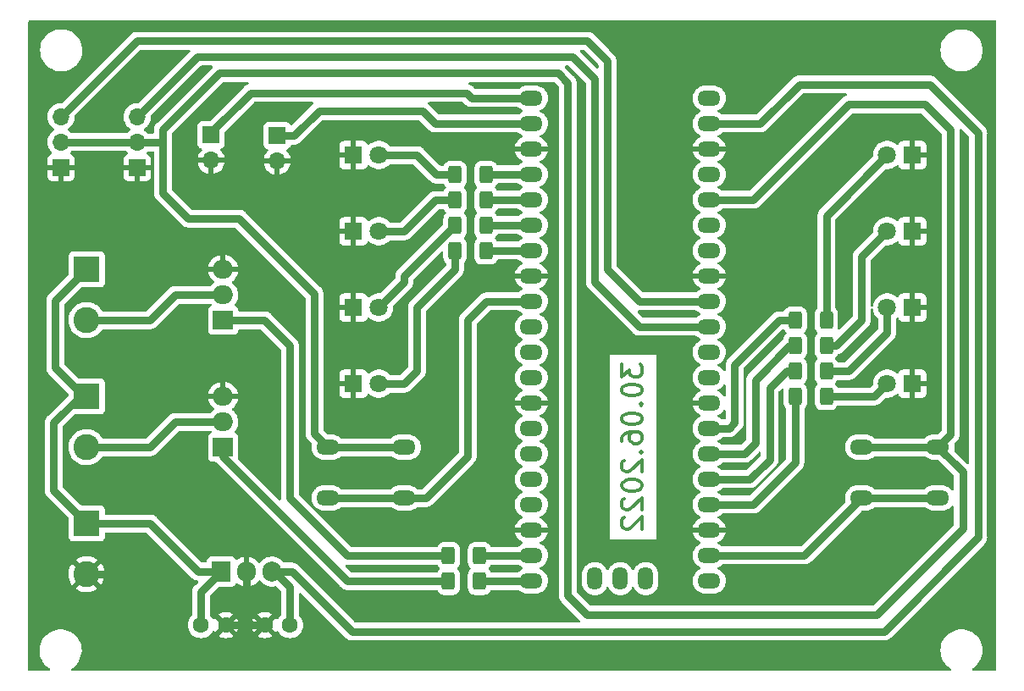
<source format=gbr>
%TF.GenerationSoftware,KiCad,Pcbnew,(6.0.6)*%
%TF.CreationDate,2022-06-30T15:09:02+02:00*%
%TF.ProjectId,pico_watering_system,7069636f-5f77-4617-9465-72696e675f73,rev?*%
%TF.SameCoordinates,Original*%
%TF.FileFunction,Copper,L2,Bot*%
%TF.FilePolarity,Positive*%
%FSLAX46Y46*%
G04 Gerber Fmt 4.6, Leading zero omitted, Abs format (unit mm)*
G04 Created by KiCad (PCBNEW (6.0.6)) date 2022-06-30 15:09:02*
%MOMM*%
%LPD*%
G01*
G04 APERTURE LIST*
G04 Aperture macros list*
%AMRoundRect*
0 Rectangle with rounded corners*
0 $1 Rounding radius*
0 $2 $3 $4 $5 $6 $7 $8 $9 X,Y pos of 4 corners*
0 Add a 4 corners polygon primitive as box body*
4,1,4,$2,$3,$4,$5,$6,$7,$8,$9,$2,$3,0*
0 Add four circle primitives for the rounded corners*
1,1,$1+$1,$2,$3*
1,1,$1+$1,$4,$5*
1,1,$1+$1,$6,$7*
1,1,$1+$1,$8,$9*
0 Add four rect primitives between the rounded corners*
20,1,$1+$1,$2,$3,$4,$5,0*
20,1,$1+$1,$4,$5,$6,$7,0*
20,1,$1+$1,$6,$7,$8,$9,0*
20,1,$1+$1,$8,$9,$2,$3,0*%
G04 Aperture macros list end*
%ADD10C,0.300000*%
%TA.AperFunction,NonConductor*%
%ADD11C,0.300000*%
%TD*%
%TA.AperFunction,ComponentPad*%
%ADD12R,1.700000X1.700000*%
%TD*%
%TA.AperFunction,ComponentPad*%
%ADD13O,1.700000X1.700000*%
%TD*%
%TA.AperFunction,ComponentPad*%
%ADD14C,1.600000*%
%TD*%
%TA.AperFunction,ComponentPad*%
%ADD15O,2.300000X1.524000*%
%TD*%
%TA.AperFunction,ComponentPad*%
%ADD16O,1.524000X2.300000*%
%TD*%
%TA.AperFunction,ComponentPad*%
%ADD17R,2.600000X2.600000*%
%TD*%
%TA.AperFunction,ComponentPad*%
%ADD18C,2.600000*%
%TD*%
%TA.AperFunction,ComponentPad*%
%ADD19R,2.000000X1.905000*%
%TD*%
%TA.AperFunction,ComponentPad*%
%ADD20O,2.000000X1.905000*%
%TD*%
%TA.AperFunction,ComponentPad*%
%ADD21R,1.800000X1.800000*%
%TD*%
%TA.AperFunction,ComponentPad*%
%ADD22C,1.800000*%
%TD*%
%TA.AperFunction,ComponentPad*%
%ADD23R,1.905000X2.000000*%
%TD*%
%TA.AperFunction,ComponentPad*%
%ADD24O,1.905000X2.000000*%
%TD*%
%TA.AperFunction,SMDPad,CuDef*%
%ADD25RoundRect,0.250000X0.400000X0.625000X-0.400000X0.625000X-0.400000X-0.625000X0.400000X-0.625000X0*%
%TD*%
%TA.AperFunction,SMDPad,CuDef*%
%ADD26RoundRect,0.250000X-0.400000X-0.625000X0.400000X-0.625000X0.400000X0.625000X-0.400000X0.625000X0*%
%TD*%
%TA.AperFunction,Conductor*%
%ADD27C,0.762000*%
%TD*%
G04 APERTURE END LIST*
D10*
D11*
X152574761Y-95854285D02*
X152574761Y-97092380D01*
X153336666Y-96425714D01*
X153336666Y-96711428D01*
X153431904Y-96901904D01*
X153527142Y-96997142D01*
X153717619Y-97092380D01*
X154193809Y-97092380D01*
X154384285Y-96997142D01*
X154479523Y-96901904D01*
X154574761Y-96711428D01*
X154574761Y-96140000D01*
X154479523Y-95949523D01*
X154384285Y-95854285D01*
X152574761Y-98330476D02*
X152574761Y-98520952D01*
X152670000Y-98711428D01*
X152765238Y-98806666D01*
X152955714Y-98901904D01*
X153336666Y-98997142D01*
X153812857Y-98997142D01*
X154193809Y-98901904D01*
X154384285Y-98806666D01*
X154479523Y-98711428D01*
X154574761Y-98520952D01*
X154574761Y-98330476D01*
X154479523Y-98140000D01*
X154384285Y-98044761D01*
X154193809Y-97949523D01*
X153812857Y-97854285D01*
X153336666Y-97854285D01*
X152955714Y-97949523D01*
X152765238Y-98044761D01*
X152670000Y-98140000D01*
X152574761Y-98330476D01*
X154384285Y-99854285D02*
X154479523Y-99949523D01*
X154574761Y-99854285D01*
X154479523Y-99759047D01*
X154384285Y-99854285D01*
X154574761Y-99854285D01*
X152574761Y-101187619D02*
X152574761Y-101378095D01*
X152670000Y-101568571D01*
X152765238Y-101663809D01*
X152955714Y-101759047D01*
X153336666Y-101854285D01*
X153812857Y-101854285D01*
X154193809Y-101759047D01*
X154384285Y-101663809D01*
X154479523Y-101568571D01*
X154574761Y-101378095D01*
X154574761Y-101187619D01*
X154479523Y-100997142D01*
X154384285Y-100901904D01*
X154193809Y-100806666D01*
X153812857Y-100711428D01*
X153336666Y-100711428D01*
X152955714Y-100806666D01*
X152765238Y-100901904D01*
X152670000Y-100997142D01*
X152574761Y-101187619D01*
X152574761Y-103568571D02*
X152574761Y-103187619D01*
X152670000Y-102997142D01*
X152765238Y-102901904D01*
X153050952Y-102711428D01*
X153431904Y-102616190D01*
X154193809Y-102616190D01*
X154384285Y-102711428D01*
X154479523Y-102806666D01*
X154574761Y-102997142D01*
X154574761Y-103378095D01*
X154479523Y-103568571D01*
X154384285Y-103663809D01*
X154193809Y-103759047D01*
X153717619Y-103759047D01*
X153527142Y-103663809D01*
X153431904Y-103568571D01*
X153336666Y-103378095D01*
X153336666Y-102997142D01*
X153431904Y-102806666D01*
X153527142Y-102711428D01*
X153717619Y-102616190D01*
X154384285Y-104616190D02*
X154479523Y-104711428D01*
X154574761Y-104616190D01*
X154479523Y-104520952D01*
X154384285Y-104616190D01*
X154574761Y-104616190D01*
X152765238Y-105473333D02*
X152670000Y-105568571D01*
X152574761Y-105759047D01*
X152574761Y-106235238D01*
X152670000Y-106425714D01*
X152765238Y-106520952D01*
X152955714Y-106616190D01*
X153146190Y-106616190D01*
X153431904Y-106520952D01*
X154574761Y-105378095D01*
X154574761Y-106616190D01*
X152574761Y-107854285D02*
X152574761Y-108044761D01*
X152670000Y-108235238D01*
X152765238Y-108330476D01*
X152955714Y-108425714D01*
X153336666Y-108520952D01*
X153812857Y-108520952D01*
X154193809Y-108425714D01*
X154384285Y-108330476D01*
X154479523Y-108235238D01*
X154574761Y-108044761D01*
X154574761Y-107854285D01*
X154479523Y-107663809D01*
X154384285Y-107568571D01*
X154193809Y-107473333D01*
X153812857Y-107378095D01*
X153336666Y-107378095D01*
X152955714Y-107473333D01*
X152765238Y-107568571D01*
X152670000Y-107663809D01*
X152574761Y-107854285D01*
X152765238Y-109282857D02*
X152670000Y-109378095D01*
X152574761Y-109568571D01*
X152574761Y-110044761D01*
X152670000Y-110235238D01*
X152765238Y-110330476D01*
X152955714Y-110425714D01*
X153146190Y-110425714D01*
X153431904Y-110330476D01*
X154574761Y-109187619D01*
X154574761Y-110425714D01*
X152765238Y-111187619D02*
X152670000Y-111282857D01*
X152574761Y-111473333D01*
X152574761Y-111949523D01*
X152670000Y-112140000D01*
X152765238Y-112235238D01*
X152955714Y-112330476D01*
X153146190Y-112330476D01*
X153431904Y-112235238D01*
X154574761Y-111092380D01*
X154574761Y-112330476D01*
D12*
%TO.P,J6,1,Pin_1*%
%TO.N,WATER_LEVEL_SENSOR1*%
X111511496Y-72922386D03*
D13*
%TO.P,J6,2,Pin_2*%
%TO.N,GND*%
X111511496Y-75462386D03*
%TD*%
D14*
%TO.P,C1,1*%
%TO.N,+12V*%
X110490000Y-121920000D03*
%TO.P,C1,2*%
%TO.N,GND*%
X112990000Y-121920000D03*
%TD*%
D15*
%TO.P,U1,1,GP0*%
%TO.N,WATER_LEVEL_SENSOR1*%
X143510000Y-69245000D03*
%TO.P,U1,2,GP1*%
%TO.N,WATER_LEVEL_SENSOR2*%
X143510000Y-71785000D03*
%TO.P,U1,3,GND*%
%TO.N,GND*%
X143510000Y-74325000D03*
%TO.P,U1,4,GP2*%
%TO.N,LED_R1*%
X143510000Y-76865000D03*
%TO.P,U1,5,GP3*%
%TO.N,LED_R2*%
X143510000Y-79405000D03*
%TO.P,U1,6,GP4*%
%TO.N,LED_R3*%
X143510000Y-81945000D03*
%TO.P,U1,7,GP5*%
%TO.N,LED_R4*%
X143510000Y-84485000D03*
%TO.P,U1,8,GND*%
%TO.N,GND*%
X143510000Y-87025000D03*
%TO.P,U1,9,GP6*%
%TO.N,BUTTON1*%
X143510000Y-89565000D03*
%TO.P,U1,10,GP7*%
%TO.N,unconnected-(U1-Pad10)*%
X143510000Y-92105000D03*
%TO.P,U1,11,GP8*%
%TO.N,unconnected-(U1-Pad11)*%
X143510000Y-94645000D03*
%TO.P,U1,12,GP9*%
%TO.N,unconnected-(U1-Pad12)*%
X143510000Y-97185000D03*
%TO.P,U1,13,GND*%
%TO.N,GND*%
X143510000Y-99725000D03*
%TO.P,U1,14,GP10*%
%TO.N,unconnected-(U1-Pad14)*%
X143510000Y-102265000D03*
%TO.P,U1,15,GP11*%
%TO.N,unconnected-(U1-Pad15)*%
X143510000Y-104805000D03*
%TO.P,U1,16,GP12*%
%TO.N,unconnected-(U1-Pad16)*%
X143510000Y-107345000D03*
%TO.P,U1,17,GP13*%
%TO.N,unconnected-(U1-Pad17)*%
X143510000Y-109885000D03*
%TO.P,U1,18,GND*%
%TO.N,GND*%
X143510000Y-112425000D03*
%TO.P,U1,19,GP14*%
%TO.N,PUMP2*%
X143510000Y-114965000D03*
%TO.P,U1,20,GP15*%
%TO.N,PUMP1*%
X143510000Y-117505000D03*
%TO.P,U1,21,GP16*%
%TO.N,unconnected-(U1-Pad21)*%
X161290000Y-117505000D03*
%TO.P,U1,22,GP17*%
%TO.N,BUTTON2*%
X161290000Y-114965000D03*
%TO.P,U1,23,GND*%
%TO.N,GND*%
X161290000Y-112425000D03*
%TO.P,U1,24,GP18*%
%TO.N,LED_G1*%
X161290000Y-109885000D03*
%TO.P,U1,25,GP19*%
%TO.N,LED_G2*%
X161290000Y-107345000D03*
%TO.P,U1,26,GP20*%
%TO.N,LED_G3*%
X161290000Y-104805000D03*
%TO.P,U1,27,GP21*%
%TO.N,LED_G4*%
X161290000Y-102265000D03*
%TO.P,U1,28,GND*%
%TO.N,GND*%
X161290000Y-99725000D03*
%TO.P,U1,29,GP22*%
%TO.N,unconnected-(U1-Pad29)*%
X161290000Y-97185000D03*
%TO.P,U1,30,RUN*%
%TO.N,unconnected-(U1-Pad30)*%
X161290000Y-94645000D03*
%TO.P,U1,31,GP26*%
%TO.N,S2*%
X161290000Y-92105000D03*
%TO.P,U1,32,GP27*%
%TO.N,S1*%
X161290000Y-89565000D03*
%TO.P,U1,33,GND*%
%TO.N,GND*%
X161290000Y-87025000D03*
%TO.P,U1,34,GP28*%
%TO.N,unconnected-(U1-Pad34)*%
X161290000Y-84485000D03*
%TO.P,U1,35,ADC_VREF*%
%TO.N,unconnected-(U1-Pad35)*%
X161290000Y-81945000D03*
%TO.P,U1,36,3V3(OUT)*%
%TO.N,+3V3*%
X161290000Y-79405000D03*
%TO.P,U1,37,3V3_EN*%
%TO.N,unconnected-(U1-Pad37)*%
X161290000Y-76865000D03*
%TO.P,U1,38,GND*%
%TO.N,GND*%
X161290000Y-74325000D03*
%TO.P,U1,39,VSYS*%
%TO.N,+5V*%
X161290000Y-71785000D03*
%TO.P,U1,40,VBUS*%
%TO.N,unconnected-(U1-Pad40)*%
X161290000Y-69245000D03*
D16*
%TO.P,U1,41,SWCLK*%
%TO.N,unconnected-(U1-Pad41)*%
X149860000Y-117275000D03*
%TO.P,U1,42,GND*%
%TO.N,unconnected-(U1-Pad42)*%
X152400000Y-117275000D03*
%TO.P,U1,43,SWDIO*%
%TO.N,unconnected-(U1-Pad43)*%
X154940000Y-117275000D03*
%TD*%
D17*
%TO.P,J1,1,Pin_1*%
%TO.N,+12V*%
X99060000Y-99060000D03*
D18*
%TO.P,J1,2,Pin_2*%
%TO.N,Net-(J1-Pad2)*%
X99060000Y-104140000D03*
%TD*%
D19*
%TO.P,Q1,1,G*%
%TO.N,Net-(Q1-Pad1)*%
X112705000Y-104140000D03*
D20*
%TO.P,Q1,2,D*%
%TO.N,Net-(J1-Pad2)*%
X112705000Y-101600000D03*
%TO.P,Q1,3,S*%
%TO.N,GND*%
X112705000Y-99060000D03*
%TD*%
D12*
%TO.P,J7,1,Pin_1*%
%TO.N,WATER_LEVEL_SENSOR2*%
X118110000Y-72986714D03*
D13*
%TO.P,J7,2,Pin_2*%
%TO.N,GND*%
X118110000Y-75526714D03*
%TD*%
D17*
%TO.P,J2,1,Pin_1*%
%TO.N,+12V*%
X99060000Y-86360000D03*
D18*
%TO.P,J2,2,Pin_2*%
%TO.N,Net-(J2-Pad2)*%
X99060000Y-91440000D03*
%TD*%
D17*
%TO.P,J5,1,Pin_1*%
%TO.N,+12V*%
X99060000Y-111760000D03*
D18*
%TO.P,J5,2,Pin_2*%
%TO.N,GND*%
X99060000Y-116840000D03*
%TD*%
D21*
%TO.P,D7,1,K*%
%TO.N,GND*%
X181610000Y-82550000D03*
D22*
%TO.P,D7,2,A*%
%TO.N,Net-(D7-Pad2)*%
X179070000Y-82550000D03*
%TD*%
D12*
%TO.P,J4,1,Pin_1*%
%TO.N,GND*%
X104115000Y-76200000D03*
D13*
%TO.P,J4,2,Pin_2*%
%TO.N,+3V3*%
X104115000Y-73660000D03*
%TO.P,J4,3,Pin_3*%
%TO.N,S2*%
X104115000Y-71120000D03*
%TD*%
D21*
%TO.P,D5,1,K*%
%TO.N,GND*%
X181610000Y-97790000D03*
D22*
%TO.P,D5,2,A*%
%TO.N,Net-(D5-Pad2)*%
X179070000Y-97790000D03*
%TD*%
D21*
%TO.P,D6,1,K*%
%TO.N,GND*%
X181610000Y-90170000D03*
D22*
%TO.P,D6,2,A*%
%TO.N,Net-(D6-Pad2)*%
X179070000Y-90170000D03*
%TD*%
D21*
%TO.P,D2,1,K*%
%TO.N,GND*%
X125730000Y-82550000D03*
D22*
%TO.P,D2,2,A*%
%TO.N,Net-(D2-Pad2)*%
X128270000Y-82550000D03*
%TD*%
D14*
%TO.P,C2,1*%
%TO.N,+5V*%
X119380000Y-121920000D03*
%TO.P,C2,2*%
%TO.N,GND*%
X116880000Y-121920000D03*
%TD*%
D15*
%TO.P,U3,1,1*%
%TO.N,+3V3*%
X130810000Y-104140000D03*
%TO.P,U3,2,2*%
X123190000Y-104140000D03*
%TO.P,U3,3,3*%
%TO.N,BUTTON1*%
X130810000Y-109220000D03*
%TO.P,U3,4,4*%
X123190000Y-109220000D03*
%TD*%
D21*
%TO.P,D4,1,K*%
%TO.N,GND*%
X125730000Y-97790000D03*
D22*
%TO.P,D4,2,A*%
%TO.N,Net-(D4-Pad2)*%
X128270000Y-97790000D03*
%TD*%
D12*
%TO.P,J3,1,Pin_1*%
%TO.N,GND*%
X96495000Y-76185000D03*
D13*
%TO.P,J3,2,Pin_2*%
%TO.N,+3V3*%
X96495000Y-73645000D03*
%TO.P,J3,3,Pin_3*%
%TO.N,S1*%
X96495000Y-71105000D03*
%TD*%
D21*
%TO.P,D1,1,K*%
%TO.N,GND*%
X125730000Y-74930000D03*
D22*
%TO.P,D1,2,A*%
%TO.N,Net-(D1-Pad2)*%
X128270000Y-74930000D03*
%TD*%
D19*
%TO.P,Q2,1,G*%
%TO.N,Net-(Q2-Pad1)*%
X112705000Y-91440000D03*
D20*
%TO.P,Q2,2,D*%
%TO.N,Net-(J2-Pad2)*%
X112705000Y-88900000D03*
%TO.P,Q2,3,S*%
%TO.N,GND*%
X112705000Y-86360000D03*
%TD*%
D21*
%TO.P,D8,1,K*%
%TO.N,GND*%
X181610000Y-74930000D03*
D22*
%TO.P,D8,2,A*%
%TO.N,Net-(D8-Pad2)*%
X179070000Y-74930000D03*
%TD*%
D23*
%TO.P,U2,1,IN*%
%TO.N,+12V*%
X112525728Y-116575321D03*
D24*
%TO.P,U2,2,GND*%
%TO.N,GND*%
X115065728Y-116575321D03*
%TO.P,U2,3,OUT*%
%TO.N,+5V*%
X117605728Y-116575321D03*
%TD*%
D15*
%TO.P,U4,1,1*%
%TO.N,+3V3*%
X184150000Y-104140000D03*
%TO.P,U4,2,2*%
X176530000Y-104140000D03*
%TO.P,U4,3,3*%
%TO.N,BUTTON2*%
X184150000Y-109220000D03*
%TO.P,U4,4,4*%
X176530000Y-109220000D03*
%TD*%
D21*
%TO.P,D3,1,K*%
%TO.N,GND*%
X125730000Y-90170000D03*
D22*
%TO.P,D3,2,A*%
%TO.N,Net-(D3-Pad2)*%
X128270000Y-90170000D03*
%TD*%
D25*
%TO.P,R2,1*%
%TO.N,LED_R2*%
X138974001Y-79421503D03*
%TO.P,R2,2*%
%TO.N,Net-(D2-Pad2)*%
X135874001Y-79421503D03*
%TD*%
D26*
%TO.P,R5,1*%
%TO.N,LED_G1*%
X169900000Y-99060000D03*
%TO.P,R5,2*%
%TO.N,Net-(D5-Pad2)*%
X173000000Y-99060000D03*
%TD*%
%TO.P,R7,1*%
%TO.N,LED_G3*%
X169900000Y-93980000D03*
%TO.P,R7,2*%
%TO.N,Net-(D7-Pad2)*%
X173000000Y-93980000D03*
%TD*%
%TO.P,R10,1*%
%TO.N,Net-(Q2-Pad1)*%
X135229443Y-114991980D03*
%TO.P,R10,2*%
%TO.N,PUMP2*%
X138329443Y-114991980D03*
%TD*%
D25*
%TO.P,R3,1*%
%TO.N,LED_R3*%
X138974001Y-81961503D03*
%TO.P,R3,2*%
%TO.N,Net-(D3-Pad2)*%
X135874001Y-81961503D03*
%TD*%
D26*
%TO.P,R8,1*%
%TO.N,LED_G4*%
X169900000Y-91440000D03*
%TO.P,R8,2*%
%TO.N,Net-(D8-Pad2)*%
X173000000Y-91440000D03*
%TD*%
%TO.P,R9,1*%
%TO.N,Net-(Q1-Pad1)*%
X135229443Y-117531980D03*
%TO.P,R9,2*%
%TO.N,PUMP1*%
X138329443Y-117531980D03*
%TD*%
D25*
%TO.P,R4,1*%
%TO.N,LED_R4*%
X138974001Y-84501503D03*
%TO.P,R4,2*%
%TO.N,Net-(D4-Pad2)*%
X135874001Y-84501503D03*
%TD*%
D26*
%TO.P,R6,1*%
%TO.N,LED_G2*%
X169900000Y-96520000D03*
%TO.P,R6,2*%
%TO.N,Net-(D6-Pad2)*%
X173000000Y-96520000D03*
%TD*%
D25*
%TO.P,R1,1*%
%TO.N,LED_R1*%
X138974001Y-76881503D03*
%TO.P,R1,2*%
%TO.N,Net-(D1-Pad2)*%
X135874001Y-76881503D03*
%TD*%
D27*
%TO.N,LED_G2*%
X167337598Y-98206683D02*
X169024281Y-96520000D01*
X169024281Y-96520000D02*
X169900000Y-96520000D01*
X167337598Y-105362774D02*
X167337598Y-98206683D01*
X165355372Y-107345000D02*
X167337598Y-105362774D01*
X161290000Y-107345000D02*
X165355372Y-107345000D01*
%TO.N,+12V*%
X95761094Y-108461094D02*
X95761094Y-101715288D01*
X95912752Y-96205049D02*
X98767703Y-99060000D01*
X99060000Y-111760000D02*
X95761094Y-108461094D01*
X110225321Y-116575321D02*
X112525728Y-116575321D01*
X110490000Y-118611049D02*
X112525728Y-116575321D01*
X95761094Y-101715288D02*
X98416382Y-99060000D01*
X110490000Y-121920000D02*
X110490000Y-118611049D01*
X99060000Y-111760000D02*
X105410000Y-111760000D01*
X95912752Y-89507248D02*
X95912752Y-96205049D01*
X99060000Y-86360000D02*
X95912752Y-89507248D01*
X98767703Y-99060000D02*
X99060000Y-99060000D01*
X98416382Y-99060000D02*
X99060000Y-99060000D01*
X105410000Y-111760000D02*
X110225321Y-116575321D01*
%TO.N,GND*%
X115084310Y-121920000D02*
X115084310Y-123742140D01*
X102196297Y-119338411D02*
X102196297Y-117925322D01*
X115084310Y-123742140D02*
X113798498Y-125027952D01*
X115065728Y-121415728D02*
X115570000Y-121920000D01*
X115065728Y-116575321D02*
X115065728Y-121415728D01*
X115570000Y-121920000D02*
X115084310Y-121920000D01*
X102196297Y-117925322D02*
X101110975Y-116840000D01*
X115084310Y-121920000D02*
X112990000Y-121920000D01*
X107885838Y-125027952D02*
X102196297Y-119338411D01*
X113798498Y-125027952D02*
X107885838Y-125027952D01*
X101110975Y-116840000D02*
X99060000Y-116840000D01*
X116880000Y-121920000D02*
X115570000Y-121920000D01*
%TO.N,+5V*%
X188186975Y-113147139D02*
X188186975Y-72733696D01*
X119589968Y-116575321D02*
X125583870Y-122569223D01*
X183323829Y-67870550D02*
X170291340Y-67870550D01*
X170291340Y-67870550D02*
X166376890Y-71785000D01*
X125583870Y-122569223D02*
X178764891Y-122569223D01*
X117845321Y-116575321D02*
X119380000Y-118110000D01*
X117605728Y-116575321D02*
X119589968Y-116575321D01*
X119380000Y-118110000D02*
X119380000Y-121920000D01*
X166376890Y-71785000D02*
X161290000Y-71785000D01*
X117605728Y-116575321D02*
X117845321Y-116575321D01*
X188186975Y-72733696D02*
X183323829Y-67870550D01*
X178764891Y-122569223D02*
X188186975Y-113147139D01*
%TO.N,Net-(D1-Pad2)*%
X134031503Y-76881503D02*
X132080000Y-74930000D01*
X132080000Y-74930000D02*
X128270000Y-74930000D01*
X135874001Y-76881503D02*
X134031503Y-76881503D01*
%TO.N,Net-(D2-Pad2)*%
X130810000Y-82550000D02*
X128270000Y-82550000D01*
X133938497Y-79421503D02*
X130810000Y-82550000D01*
X135874001Y-79421503D02*
X133938497Y-79421503D01*
%TO.N,Net-(D3-Pad2)*%
X130810000Y-87630000D02*
X128270000Y-90170000D01*
X130810000Y-87025504D02*
X130810000Y-87630000D01*
X135874001Y-81961503D02*
X130810000Y-87025504D01*
%TO.N,Net-(D4-Pad2)*%
X135874001Y-86375999D02*
X132080000Y-90170000D01*
X132080000Y-90170000D02*
X132080000Y-96520000D01*
X132080000Y-96520000D02*
X130810000Y-97790000D01*
X135874001Y-84501503D02*
X135874001Y-86375999D01*
X130810000Y-97790000D02*
X128270000Y-97790000D01*
%TO.N,Net-(D5-Pad2)*%
X173000000Y-99060000D02*
X177800000Y-99060000D01*
X177800000Y-99060000D02*
X179070000Y-97790000D01*
%TO.N,Net-(D6-Pad2)*%
X179070000Y-92710000D02*
X179070000Y-90170000D01*
X175260000Y-96520000D02*
X179070000Y-92710000D01*
X173000000Y-96520000D02*
X175260000Y-96520000D01*
%TO.N,Net-(D7-Pad2)*%
X173990000Y-93980000D02*
X176530000Y-91440000D01*
X173000000Y-93980000D02*
X173990000Y-93980000D01*
X176530000Y-85090000D02*
X179070000Y-82550000D01*
X176530000Y-91440000D02*
X176530000Y-85090000D01*
%TO.N,Net-(D8-Pad2)*%
X173000000Y-91440000D02*
X173000000Y-81000000D01*
X173000000Y-81000000D02*
X179070000Y-74930000D01*
%TO.N,Net-(J1-Pad2)*%
X105410000Y-104140000D02*
X107950000Y-101600000D01*
X99060000Y-104140000D02*
X105410000Y-104140000D01*
X107950000Y-101600000D02*
X112705000Y-101600000D01*
%TO.N,Net-(J2-Pad2)*%
X105410000Y-91440000D02*
X107950000Y-88900000D01*
X107950000Y-88900000D02*
X112705000Y-88900000D01*
X99060000Y-91440000D02*
X105410000Y-91440000D01*
%TO.N,+3V3*%
X104100000Y-73645000D02*
X104115000Y-73660000D01*
X182880000Y-69850000D02*
X185420000Y-72390000D01*
X106680000Y-73660000D02*
X104115000Y-73660000D01*
X175260000Y-69850000D02*
X182880000Y-69850000D01*
X186628422Y-112272295D02*
X178023680Y-120877037D01*
X185420000Y-72390000D02*
X185420000Y-102870000D01*
X109220000Y-81280000D02*
X106680000Y-78740000D01*
X106680000Y-78740000D02*
X106680000Y-73660000D01*
X176530000Y-104140000D02*
X184150000Y-104140000D01*
X165705000Y-79405000D02*
X175260000Y-69850000D01*
X121843848Y-88823848D02*
X114300000Y-81280000D01*
X147140049Y-118949045D02*
X147140049Y-67705205D01*
X112324704Y-66745296D02*
X106680000Y-72390000D01*
X123190000Y-104140000D02*
X121843848Y-102793848D01*
X186628422Y-106618422D02*
X186628422Y-112272295D01*
X184150000Y-104140000D02*
X186628422Y-106618422D01*
X149068041Y-120877037D02*
X147140049Y-118949045D01*
X146180140Y-66745296D02*
X112324704Y-66745296D01*
X106680000Y-72390000D02*
X106680000Y-73660000D01*
X96495000Y-73645000D02*
X104100000Y-73645000D01*
X114300000Y-81280000D02*
X109220000Y-81280000D01*
X185420000Y-102870000D02*
X184150000Y-104140000D01*
X178023680Y-120877037D02*
X149068041Y-120877037D01*
X123190000Y-104140000D02*
X130810000Y-104140000D01*
X121843848Y-102793848D02*
X121843848Y-88823848D01*
X147140049Y-67705205D02*
X146180140Y-66745296D01*
X161290000Y-79405000D02*
X165705000Y-79405000D01*
%TO.N,S1*%
X161290000Y-89565000D02*
X154335000Y-89565000D01*
X149112538Y-63500000D02*
X112981520Y-63500000D01*
X151130000Y-65517462D02*
X149112538Y-63500000D01*
X113030000Y-63500000D02*
X104100000Y-63500000D01*
X151130000Y-86360000D02*
X151130000Y-65517462D01*
X104100000Y-63500000D02*
X96495000Y-71105000D01*
X154335000Y-89565000D02*
X151130000Y-86360000D01*
%TO.N,Net-(Q1-Pad1)*%
X135229443Y-117531980D02*
X125151980Y-117531980D01*
X125151980Y-117531980D02*
X112705000Y-105085000D01*
X112705000Y-105085000D02*
X112705000Y-104140000D01*
%TO.N,Net-(Q2-Pad1)*%
X116840000Y-91440000D02*
X112705000Y-91440000D01*
X119380000Y-109220000D02*
X119380000Y-93980000D01*
X125151980Y-114991980D02*
X119380000Y-109220000D01*
X119380000Y-93980000D02*
X116840000Y-91440000D01*
X135229443Y-114991980D02*
X125151980Y-114991980D01*
%TO.N,LED_R1*%
X138990504Y-76865000D02*
X138974001Y-76881503D01*
X143510000Y-76865000D02*
X138990504Y-76865000D01*
%TO.N,LED_R2*%
X138990504Y-79405000D02*
X138974001Y-79421503D01*
X143510000Y-79405000D02*
X138990504Y-79405000D01*
%TO.N,LED_R3*%
X138990504Y-81945000D02*
X138974001Y-81961503D01*
X143510000Y-81945000D02*
X138990504Y-81945000D01*
%TO.N,LED_R4*%
X143510000Y-84485000D02*
X138990504Y-84485000D01*
X138990504Y-84485000D02*
X138974001Y-84501503D01*
%TO.N,LED_G1*%
X165705000Y-109885000D02*
X169900000Y-105690000D01*
X169900000Y-105690000D02*
X169900000Y-99060000D01*
X161290000Y-109885000D02*
X165705000Y-109885000D01*
%TO.N,LED_G3*%
X161290000Y-104805000D02*
X164783677Y-104805000D01*
X165901431Y-97415984D02*
X169337415Y-93980000D01*
X164783677Y-104805000D02*
X165901431Y-103687246D01*
X169337415Y-93980000D02*
X169900000Y-93980000D01*
X165901431Y-103687246D02*
X165901431Y-97415984D01*
%TO.N,LED_G4*%
X163254537Y-102265000D02*
X163842925Y-101676612D01*
X163842925Y-101676612D02*
X163842925Y-95884073D01*
X161290000Y-102265000D02*
X163254537Y-102265000D01*
X163842925Y-95884073D02*
X168286998Y-91440000D01*
X168286998Y-91440000D02*
X169900000Y-91440000D01*
%TO.N,BUTTON1*%
X132963635Y-109220000D02*
X137160000Y-105023635D01*
X137160000Y-105023635D02*
X137160000Y-91440000D01*
X137160000Y-91440000D02*
X139035000Y-89565000D01*
X139035000Y-89565000D02*
X143510000Y-89565000D01*
X123190000Y-109220000D02*
X130810000Y-109220000D01*
X130810000Y-109220000D02*
X132963635Y-109220000D01*
%TO.N,BUTTON2*%
X176530000Y-109220000D02*
X184150000Y-109220000D01*
X161290000Y-114965000D02*
X170785000Y-114965000D01*
X170785000Y-114965000D02*
X176530000Y-109220000D01*
%TO.N,WATER_LEVEL_SENSOR1*%
X111511496Y-72922386D02*
X111511496Y-72651909D01*
X115427685Y-68735720D02*
X137065025Y-68735720D01*
X111511496Y-72651909D02*
X115427685Y-68735720D01*
X137574305Y-69245000D02*
X143510000Y-69245000D01*
X137065025Y-68735720D02*
X137574305Y-69245000D01*
%TO.N,WATER_LEVEL_SENSOR2*%
X133915177Y-71785000D02*
X143510000Y-71785000D01*
X122282489Y-70523930D02*
X132654107Y-70523930D01*
X119819705Y-72986714D02*
X122282489Y-70523930D01*
X118110000Y-72986714D02*
X119819705Y-72986714D01*
X132654107Y-70523930D02*
X133915177Y-71785000D01*
%TO.N,S2*%
X149860000Y-87630000D02*
X149860000Y-67310000D01*
X149860000Y-67310000D02*
X147636404Y-65086404D01*
X161290000Y-92105000D02*
X154335000Y-92105000D01*
X110145298Y-65089702D02*
X104115000Y-71120000D01*
X121600298Y-65089702D02*
X110145298Y-65089702D01*
X121603596Y-65086404D02*
X121600298Y-65089702D01*
X147636404Y-65086404D02*
X121603596Y-65086404D01*
X154335000Y-92105000D02*
X149860000Y-87630000D01*
%TO.N,PUMP1*%
X138329443Y-117531980D02*
X143483020Y-117531980D01*
X143483020Y-117531980D02*
X143510000Y-117505000D01*
%TO.N,PUMP2*%
X143483020Y-114991980D02*
X143510000Y-114965000D01*
X138329443Y-114991980D02*
X143483020Y-114991980D01*
%TD*%
%TA.AperFunction,Conductor*%
%TO.N,GND*%
G36*
X189933621Y-61488502D02*
G01*
X189980114Y-61542158D01*
X189991500Y-61594500D01*
X189991500Y-126365500D01*
X189971498Y-126433621D01*
X189917842Y-126480114D01*
X189865500Y-126491500D01*
X187688088Y-126491500D01*
X187619967Y-126471498D01*
X187573474Y-126417842D01*
X187563370Y-126347568D01*
X187592864Y-126282988D01*
X187624517Y-126256712D01*
X187704219Y-126210138D01*
X187704220Y-126210137D01*
X187707922Y-126207974D01*
X187934159Y-126030582D01*
X187975285Y-125988144D01*
X188131244Y-125827206D01*
X188134227Y-125824128D01*
X188136760Y-125820680D01*
X188136764Y-125820675D01*
X188301887Y-125595886D01*
X188304425Y-125592431D01*
X188441604Y-125339779D01*
X188543225Y-125070848D01*
X188607407Y-124790613D01*
X188621675Y-124630748D01*
X188632743Y-124506726D01*
X188632743Y-124506724D01*
X188632963Y-124504260D01*
X188633427Y-124460000D01*
X188613873Y-124173175D01*
X188609336Y-124151264D01*
X188556443Y-123895855D01*
X188555574Y-123891658D01*
X188459607Y-123620657D01*
X188367414Y-123442036D01*
X188329715Y-123368995D01*
X188329715Y-123368994D01*
X188327750Y-123365188D01*
X188314488Y-123346317D01*
X188233553Y-123231159D01*
X188162441Y-123129977D01*
X187966740Y-122919378D01*
X187744268Y-122737287D01*
X187499142Y-122587073D01*
X187481048Y-122579130D01*
X187239830Y-122473243D01*
X187235898Y-122471517D01*
X187209963Y-122464129D01*
X186963534Y-122393932D01*
X186963535Y-122393932D01*
X186959406Y-122392756D01*
X186746704Y-122362485D01*
X186679036Y-122352854D01*
X186679034Y-122352854D01*
X186674784Y-122352249D01*
X186670495Y-122352227D01*
X186670488Y-122352226D01*
X186391583Y-122350765D01*
X186391576Y-122350765D01*
X186387297Y-122350743D01*
X186383053Y-122351302D01*
X186383049Y-122351302D01*
X186257660Y-122367810D01*
X186102266Y-122388268D01*
X186098126Y-122389401D01*
X186098124Y-122389401D01*
X186021311Y-122410415D01*
X185824964Y-122464129D01*
X185821016Y-122465813D01*
X185564476Y-122575237D01*
X185564472Y-122575239D01*
X185560524Y-122576923D01*
X185463356Y-122635077D01*
X185317521Y-122722357D01*
X185317517Y-122722360D01*
X185313839Y-122724561D01*
X185089472Y-122904313D01*
X184891577Y-123112851D01*
X184723814Y-123346317D01*
X184721805Y-123350112D01*
X184721804Y-123350113D01*
X184720355Y-123352850D01*
X184589288Y-123600392D01*
X184490489Y-123870373D01*
X184429245Y-124151264D01*
X184428909Y-124155534D01*
X184407196Y-124431428D01*
X184407195Y-124431428D01*
X184407196Y-124431430D01*
X184406689Y-124437869D01*
X184423238Y-124724883D01*
X184424063Y-124729088D01*
X184424064Y-124729096D01*
X184456010Y-124891921D01*
X184478586Y-125006995D01*
X184479973Y-125011045D01*
X184479974Y-125011050D01*
X184555557Y-125231807D01*
X184571710Y-125278986D01*
X184573637Y-125282817D01*
X184661310Y-125457135D01*
X184700885Y-125535822D01*
X184863721Y-125772750D01*
X185057206Y-125985388D01*
X185060501Y-125988143D01*
X185060502Y-125988144D01*
X185111258Y-126030582D01*
X185277759Y-126169798D01*
X185338616Y-126207974D01*
X185419580Y-126258763D01*
X185466657Y-126311907D01*
X185477529Y-126382066D01*
X185448745Y-126446965D01*
X185389442Y-126486000D01*
X185352623Y-126491500D01*
X97628088Y-126491500D01*
X97559967Y-126471498D01*
X97513474Y-126417842D01*
X97503370Y-126347568D01*
X97532864Y-126282988D01*
X97564517Y-126256712D01*
X97644219Y-126210138D01*
X97644220Y-126210137D01*
X97647922Y-126207974D01*
X97874159Y-126030582D01*
X97915285Y-125988144D01*
X98071244Y-125827206D01*
X98074227Y-125824128D01*
X98076760Y-125820680D01*
X98076764Y-125820675D01*
X98241887Y-125595886D01*
X98244425Y-125592431D01*
X98381604Y-125339779D01*
X98483225Y-125070848D01*
X98547407Y-124790613D01*
X98561675Y-124630748D01*
X98572743Y-124506726D01*
X98572743Y-124506724D01*
X98572963Y-124504260D01*
X98573427Y-124460000D01*
X98553873Y-124173175D01*
X98549336Y-124151264D01*
X98496443Y-123895855D01*
X98495574Y-123891658D01*
X98399607Y-123620657D01*
X98307414Y-123442036D01*
X98269715Y-123368995D01*
X98269715Y-123368994D01*
X98267750Y-123365188D01*
X98254488Y-123346317D01*
X98173553Y-123231159D01*
X98102441Y-123129977D01*
X97906740Y-122919378D01*
X97684268Y-122737287D01*
X97439142Y-122587073D01*
X97421048Y-122579130D01*
X97179830Y-122473243D01*
X97175898Y-122471517D01*
X97149963Y-122464129D01*
X96903534Y-122393932D01*
X96903535Y-122393932D01*
X96899406Y-122392756D01*
X96686704Y-122362485D01*
X96619036Y-122352854D01*
X96619034Y-122352854D01*
X96614784Y-122352249D01*
X96610495Y-122352227D01*
X96610488Y-122352226D01*
X96331583Y-122350765D01*
X96331576Y-122350765D01*
X96327297Y-122350743D01*
X96323053Y-122351302D01*
X96323049Y-122351302D01*
X96197660Y-122367810D01*
X96042266Y-122388268D01*
X96038126Y-122389401D01*
X96038124Y-122389401D01*
X95961311Y-122410415D01*
X95764964Y-122464129D01*
X95761016Y-122465813D01*
X95504476Y-122575237D01*
X95504472Y-122575239D01*
X95500524Y-122576923D01*
X95403356Y-122635077D01*
X95257521Y-122722357D01*
X95257517Y-122722360D01*
X95253839Y-122724561D01*
X95029472Y-122904313D01*
X94831577Y-123112851D01*
X94663814Y-123346317D01*
X94661805Y-123350112D01*
X94661804Y-123350113D01*
X94660355Y-123352850D01*
X94529288Y-123600392D01*
X94430489Y-123870373D01*
X94369245Y-124151264D01*
X94368909Y-124155534D01*
X94347196Y-124431428D01*
X94347195Y-124431428D01*
X94347196Y-124431430D01*
X94346689Y-124437869D01*
X94363238Y-124724883D01*
X94364063Y-124729088D01*
X94364064Y-124729096D01*
X94396010Y-124891921D01*
X94418586Y-125006995D01*
X94419973Y-125011045D01*
X94419974Y-125011050D01*
X94495557Y-125231807D01*
X94511710Y-125278986D01*
X94513637Y-125282817D01*
X94601310Y-125457135D01*
X94640885Y-125535822D01*
X94803721Y-125772750D01*
X94997206Y-125985388D01*
X95000501Y-125988143D01*
X95000502Y-125988144D01*
X95051258Y-126030582D01*
X95217759Y-126169798D01*
X95278616Y-126207974D01*
X95359580Y-126258763D01*
X95406657Y-126311907D01*
X95417529Y-126382066D01*
X95388745Y-126446965D01*
X95329442Y-126486000D01*
X95292623Y-126491500D01*
X93344500Y-126491500D01*
X93276379Y-126471498D01*
X93229886Y-126417842D01*
X93218500Y-126365500D01*
X93218500Y-118284906D01*
X97979839Y-118284906D01*
X97988553Y-118296427D01*
X98095452Y-118374809D01*
X98103351Y-118379745D01*
X98332905Y-118500519D01*
X98341454Y-118504236D01*
X98586327Y-118589749D01*
X98595336Y-118592163D01*
X98850166Y-118640544D01*
X98859423Y-118641598D01*
X99118607Y-118651783D01*
X99127921Y-118651457D01*
X99385753Y-118623220D01*
X99394930Y-118621519D01*
X99645758Y-118555481D01*
X99654574Y-118552445D01*
X99892880Y-118450062D01*
X99901167Y-118445748D01*
X100121718Y-118309266D01*
X100129268Y-118303780D01*
X100134559Y-118299301D01*
X100142997Y-118286497D01*
X100136935Y-118276145D01*
X99072812Y-117212022D01*
X99058868Y-117204408D01*
X99057035Y-117204539D01*
X99050420Y-117208790D01*
X97986497Y-118272713D01*
X97979839Y-118284906D01*
X93218500Y-118284906D01*
X93218500Y-116797211D01*
X97247775Y-116797211D01*
X97260220Y-117056288D01*
X97261356Y-117065543D01*
X97311961Y-117319945D01*
X97314449Y-117328917D01*
X97402095Y-117573033D01*
X97405895Y-117581568D01*
X97528658Y-117810042D01*
X97533666Y-117817904D01*
X97603720Y-117911716D01*
X97614979Y-117920165D01*
X97627397Y-117913393D01*
X98687978Y-116852812D01*
X98694356Y-116841132D01*
X99424408Y-116841132D01*
X99424539Y-116842965D01*
X99428790Y-116849580D01*
X100496094Y-117916884D01*
X100508474Y-117923644D01*
X100516815Y-117917400D01*
X100650832Y-117709048D01*
X100655275Y-117700864D01*
X100761807Y-117464370D01*
X100764997Y-117455605D01*
X100835402Y-117205972D01*
X100837262Y-117196830D01*
X100870187Y-116938019D01*
X100870668Y-116931733D01*
X100872987Y-116843160D01*
X100872836Y-116836851D01*
X100853501Y-116576663D01*
X100852125Y-116567457D01*
X100794878Y-116314467D01*
X100792154Y-116305556D01*
X100698143Y-116063806D01*
X100694132Y-116055397D01*
X100565422Y-115830202D01*
X100560211Y-115822476D01*
X100516996Y-115767658D01*
X100505071Y-115759187D01*
X100493537Y-115765673D01*
X99432022Y-116827188D01*
X99424408Y-116841132D01*
X98694356Y-116841132D01*
X98695592Y-116838868D01*
X98695461Y-116837035D01*
X98691210Y-116830420D01*
X97625816Y-115765026D01*
X97612507Y-115757758D01*
X97602472Y-115764878D01*
X97586937Y-115783556D01*
X97581531Y-115791135D01*
X97446965Y-116012891D01*
X97442736Y-116021192D01*
X97342432Y-116260389D01*
X97339471Y-116269239D01*
X97275628Y-116520625D01*
X97274006Y-116529822D01*
X97248020Y-116787885D01*
X97247775Y-116797211D01*
X93218500Y-116797211D01*
X93218500Y-115392689D01*
X97977102Y-115392689D01*
X97981675Y-115402465D01*
X99047188Y-116467978D01*
X99061132Y-116475592D01*
X99062965Y-116475461D01*
X99069580Y-116471210D01*
X100134349Y-115406441D01*
X100140733Y-115394751D01*
X100131321Y-115382641D01*
X99984045Y-115280471D01*
X99976010Y-115275738D01*
X99743376Y-115161016D01*
X99734743Y-115157528D01*
X99487703Y-115078450D01*
X99478643Y-115076274D01*
X99222630Y-115034580D01*
X99213343Y-115033768D01*
X98953992Y-115030373D01*
X98944681Y-115030943D01*
X98687682Y-115065919D01*
X98678546Y-115067860D01*
X98429543Y-115140439D01*
X98420800Y-115143707D01*
X98185252Y-115252296D01*
X98177097Y-115256816D01*
X97986240Y-115381947D01*
X97977102Y-115392689D01*
X93218500Y-115392689D01*
X93218500Y-108414284D01*
X94867920Y-108414284D01*
X94868265Y-108420872D01*
X94868265Y-108420876D01*
X94871421Y-108481093D01*
X94871594Y-108487687D01*
X94871594Y-108507714D01*
X94871938Y-108510985D01*
X94871938Y-108510989D01*
X94873687Y-108527633D01*
X94874204Y-108534207D01*
X94877705Y-108601009D01*
X94879414Y-108607386D01*
X94879414Y-108607387D01*
X94881218Y-108614117D01*
X94884822Y-108633564D01*
X94886239Y-108647050D01*
X94888281Y-108653334D01*
X94906912Y-108710676D01*
X94908785Y-108717000D01*
X94926100Y-108781618D01*
X94932261Y-108793710D01*
X94939824Y-108811969D01*
X94944019Y-108824879D01*
X94971624Y-108872692D01*
X94977470Y-108882818D01*
X94980617Y-108888614D01*
X95010987Y-108948219D01*
X95015144Y-108953352D01*
X95019526Y-108958764D01*
X95030719Y-108975049D01*
X95034210Y-108981096D01*
X95034213Y-108981099D01*
X95037509Y-108986809D01*
X95041921Y-108991709D01*
X95041924Y-108991713D01*
X95065397Y-109017781D01*
X95079687Y-109033651D01*
X95082269Y-109036519D01*
X95086557Y-109041540D01*
X95099157Y-109057100D01*
X95113304Y-109071247D01*
X95117845Y-109076031D01*
X95162624Y-109125763D01*
X95173612Y-109133746D01*
X95188640Y-109146583D01*
X97214595Y-111172538D01*
X97248621Y-111234850D01*
X97251500Y-111261633D01*
X97251500Y-113108134D01*
X97258255Y-113170316D01*
X97309385Y-113306705D01*
X97396739Y-113423261D01*
X97513295Y-113510615D01*
X97649684Y-113561745D01*
X97711866Y-113568500D01*
X100408134Y-113568500D01*
X100470316Y-113561745D01*
X100606705Y-113510615D01*
X100723261Y-113423261D01*
X100810615Y-113306705D01*
X100861745Y-113170316D01*
X100868500Y-113108134D01*
X100868500Y-112775500D01*
X100888502Y-112707379D01*
X100942158Y-112660886D01*
X100994500Y-112649500D01*
X104989367Y-112649500D01*
X105057488Y-112669502D01*
X105078462Y-112686405D01*
X109539832Y-117147775D01*
X109552669Y-117162803D01*
X109560652Y-117173791D01*
X109565554Y-117178204D01*
X109565555Y-117178206D01*
X109610384Y-117218570D01*
X109615168Y-117223111D01*
X109629315Y-117237258D01*
X109631873Y-117239330D01*
X109631877Y-117239333D01*
X109644882Y-117249864D01*
X109649897Y-117254148D01*
X109699606Y-117298906D01*
X109711365Y-117305695D01*
X109727650Y-117316888D01*
X109731426Y-117319945D01*
X109738196Y-117325427D01*
X109744080Y-117328425D01*
X109744083Y-117328427D01*
X109797802Y-117355799D01*
X109803597Y-117358945D01*
X109861536Y-117392396D01*
X109867820Y-117394438D01*
X109867825Y-117394440D01*
X109874442Y-117396590D01*
X109892706Y-117404155D01*
X109898908Y-117407315D01*
X109904796Y-117410315D01*
X109969422Y-117427631D01*
X109975729Y-117429499D01*
X110039365Y-117450176D01*
X110045931Y-117450866D01*
X110045935Y-117450867D01*
X110052865Y-117451596D01*
X110072298Y-117455197D01*
X110073821Y-117455605D01*
X110085406Y-117458709D01*
X110092002Y-117459055D01*
X110098520Y-117460087D01*
X110098102Y-117462727D01*
X110153867Y-117482320D01*
X110197494Y-117538331D01*
X110203912Y-117609037D01*
X110169397Y-117673709D01*
X109917546Y-117925560D01*
X109902518Y-117938397D01*
X109891530Y-117946380D01*
X109887117Y-117951282D01*
X109887115Y-117951283D01*
X109846751Y-117996112D01*
X109842210Y-118000896D01*
X109828063Y-118015043D01*
X109825986Y-118017608D01*
X109815463Y-118030603D01*
X109811181Y-118035617D01*
X109801092Y-118046822D01*
X109770830Y-118080430D01*
X109770827Y-118080434D01*
X109766415Y-118085334D01*
X109763119Y-118091044D01*
X109763116Y-118091047D01*
X109759625Y-118097094D01*
X109748432Y-118113379D01*
X109739893Y-118123924D01*
X109729995Y-118143351D01*
X109709523Y-118183529D01*
X109706376Y-118189325D01*
X109672925Y-118247264D01*
X109670884Y-118253546D01*
X109668731Y-118260172D01*
X109661167Y-118278433D01*
X109655006Y-118290525D01*
X109649294Y-118311841D01*
X109637691Y-118355143D01*
X109635818Y-118361467D01*
X109615145Y-118425093D01*
X109614455Y-118431660D01*
X109614454Y-118431664D01*
X109613728Y-118438578D01*
X109610125Y-118458021D01*
X109606611Y-118471134D01*
X109606265Y-118477731D01*
X109606265Y-118477733D01*
X109603110Y-118537936D01*
X109602593Y-118544510D01*
X109600500Y-118564429D01*
X109600500Y-118584456D01*
X109600327Y-118591050D01*
X109598000Y-118635463D01*
X109596826Y-118657859D01*
X109597858Y-118664374D01*
X109597858Y-118664376D01*
X109598949Y-118671263D01*
X109600500Y-118690974D01*
X109600500Y-120906812D01*
X109580498Y-120974933D01*
X109563595Y-120995907D01*
X109483802Y-121075700D01*
X109352477Y-121263251D01*
X109350154Y-121268233D01*
X109350151Y-121268238D01*
X109319972Y-121332958D01*
X109255716Y-121470757D01*
X109254294Y-121476065D01*
X109254293Y-121476067D01*
X109217771Y-121612367D01*
X109196457Y-121691913D01*
X109176502Y-121920000D01*
X109196457Y-122148087D01*
X109197881Y-122153400D01*
X109197881Y-122153402D01*
X109251325Y-122352854D01*
X109255716Y-122369243D01*
X109258039Y-122374224D01*
X109258039Y-122374225D01*
X109350151Y-122571762D01*
X109350154Y-122571767D01*
X109352477Y-122576749D01*
X109483802Y-122764300D01*
X109645700Y-122926198D01*
X109650208Y-122929355D01*
X109650211Y-122929357D01*
X109728389Y-122984098D01*
X109833251Y-123057523D01*
X109838233Y-123059846D01*
X109838238Y-123059849D01*
X110013721Y-123141677D01*
X110040757Y-123154284D01*
X110046065Y-123155706D01*
X110046067Y-123155707D01*
X110256598Y-123212119D01*
X110256600Y-123212119D01*
X110261913Y-123213543D01*
X110490000Y-123233498D01*
X110718087Y-123213543D01*
X110723400Y-123212119D01*
X110723402Y-123212119D01*
X110933933Y-123155707D01*
X110933935Y-123155706D01*
X110939243Y-123154284D01*
X110966279Y-123141677D01*
X111141762Y-123059849D01*
X111141767Y-123059846D01*
X111146749Y-123057523D01*
X111220243Y-123006062D01*
X112268493Y-123006062D01*
X112277789Y-123018077D01*
X112328994Y-123053931D01*
X112338489Y-123059414D01*
X112535947Y-123151490D01*
X112546239Y-123155236D01*
X112756688Y-123211625D01*
X112767481Y-123213528D01*
X112984525Y-123232517D01*
X112995475Y-123232517D01*
X113212519Y-123213528D01*
X113223312Y-123211625D01*
X113433761Y-123155236D01*
X113444053Y-123151490D01*
X113641511Y-123059414D01*
X113651006Y-123053931D01*
X113703048Y-123017491D01*
X113711424Y-123007012D01*
X113710925Y-123006062D01*
X116158493Y-123006062D01*
X116167789Y-123018077D01*
X116218994Y-123053931D01*
X116228489Y-123059414D01*
X116425947Y-123151490D01*
X116436239Y-123155236D01*
X116646688Y-123211625D01*
X116657481Y-123213528D01*
X116874525Y-123232517D01*
X116885475Y-123232517D01*
X117102519Y-123213528D01*
X117113312Y-123211625D01*
X117323761Y-123155236D01*
X117334053Y-123151490D01*
X117531511Y-123059414D01*
X117541006Y-123053931D01*
X117593048Y-123017491D01*
X117601424Y-123007012D01*
X117594356Y-122993566D01*
X116892812Y-122292022D01*
X116878868Y-122284408D01*
X116877035Y-122284539D01*
X116870420Y-122288790D01*
X116164923Y-122994287D01*
X116158493Y-123006062D01*
X113710925Y-123006062D01*
X113704356Y-122993566D01*
X113002812Y-122292022D01*
X112988868Y-122284408D01*
X112987035Y-122284539D01*
X112980420Y-122288790D01*
X112274923Y-122994287D01*
X112268493Y-123006062D01*
X111220243Y-123006062D01*
X111251611Y-122984098D01*
X111329789Y-122929357D01*
X111329792Y-122929355D01*
X111334300Y-122926198D01*
X111496198Y-122764300D01*
X111627523Y-122576749D01*
X111629847Y-122571765D01*
X111631171Y-122569472D01*
X111682553Y-122520479D01*
X111752267Y-122507043D01*
X111818178Y-122533429D01*
X111849409Y-122569472D01*
X111856066Y-122581002D01*
X111892509Y-122633048D01*
X111902988Y-122641424D01*
X111916434Y-122634356D01*
X112617978Y-121932812D01*
X112624356Y-121921132D01*
X113354408Y-121921132D01*
X113354539Y-121922965D01*
X113358790Y-121929580D01*
X114064287Y-122635077D01*
X114076062Y-122641507D01*
X114088077Y-122632211D01*
X114123931Y-122581006D01*
X114129414Y-122571511D01*
X114221490Y-122374053D01*
X114225236Y-122363761D01*
X114281625Y-122153312D01*
X114283528Y-122142519D01*
X114302517Y-121925475D01*
X115567483Y-121925475D01*
X115586472Y-122142519D01*
X115588375Y-122153312D01*
X115644764Y-122363761D01*
X115648510Y-122374053D01*
X115740586Y-122571511D01*
X115746069Y-122581006D01*
X115782509Y-122633048D01*
X115792988Y-122641424D01*
X115806434Y-122634356D01*
X116507978Y-121932812D01*
X116515592Y-121918868D01*
X116515461Y-121917035D01*
X116511210Y-121910420D01*
X115805713Y-121204923D01*
X115793938Y-121198493D01*
X115781923Y-121207789D01*
X115746069Y-121258994D01*
X115740586Y-121268489D01*
X115648510Y-121465947D01*
X115644764Y-121476239D01*
X115588375Y-121686688D01*
X115586472Y-121697481D01*
X115567483Y-121914525D01*
X115567483Y-121925475D01*
X114302517Y-121925475D01*
X114302517Y-121914525D01*
X114283528Y-121697481D01*
X114281625Y-121686688D01*
X114225236Y-121476239D01*
X114221490Y-121465947D01*
X114129414Y-121268489D01*
X114123931Y-121258994D01*
X114087491Y-121206952D01*
X114077012Y-121198576D01*
X114063566Y-121205644D01*
X113362022Y-121907188D01*
X113354408Y-121921132D01*
X112624356Y-121921132D01*
X112625592Y-121918868D01*
X112625461Y-121917035D01*
X112621210Y-121910420D01*
X111915713Y-121204923D01*
X111903938Y-121198493D01*
X111891923Y-121207789D01*
X111856066Y-121258998D01*
X111849409Y-121270528D01*
X111798027Y-121319521D01*
X111728313Y-121332958D01*
X111662402Y-121306571D01*
X111631171Y-121270528D01*
X111629847Y-121268235D01*
X111627523Y-121263251D01*
X111496198Y-121075700D01*
X111416405Y-120995907D01*
X111382379Y-120933595D01*
X111379500Y-120906812D01*
X111379500Y-120832988D01*
X112268576Y-120832988D01*
X112275644Y-120846434D01*
X112977188Y-121547978D01*
X112991132Y-121555592D01*
X112992965Y-121555461D01*
X112999580Y-121551210D01*
X113705077Y-120845713D01*
X113711507Y-120833938D01*
X113710772Y-120832988D01*
X116158576Y-120832988D01*
X116165644Y-120846434D01*
X116867188Y-121547978D01*
X116881132Y-121555592D01*
X116882965Y-121555461D01*
X116889580Y-121551210D01*
X117595077Y-120845713D01*
X117601507Y-120833938D01*
X117592211Y-120821923D01*
X117541006Y-120786069D01*
X117531511Y-120780586D01*
X117334053Y-120688510D01*
X117323761Y-120684764D01*
X117113312Y-120628375D01*
X117102519Y-120626472D01*
X116885475Y-120607483D01*
X116874525Y-120607483D01*
X116657481Y-120626472D01*
X116646688Y-120628375D01*
X116436239Y-120684764D01*
X116425947Y-120688510D01*
X116228489Y-120780586D01*
X116218994Y-120786069D01*
X116166952Y-120822509D01*
X116158576Y-120832988D01*
X113710772Y-120832988D01*
X113702211Y-120821923D01*
X113651006Y-120786069D01*
X113641511Y-120780586D01*
X113444053Y-120688510D01*
X113433761Y-120684764D01*
X113223312Y-120628375D01*
X113212519Y-120626472D01*
X112995475Y-120607483D01*
X112984525Y-120607483D01*
X112767481Y-120626472D01*
X112756688Y-120628375D01*
X112546239Y-120684764D01*
X112535947Y-120688510D01*
X112338489Y-120780586D01*
X112328994Y-120786069D01*
X112276952Y-120822509D01*
X112268576Y-120832988D01*
X111379500Y-120832988D01*
X111379500Y-119031682D01*
X111399502Y-118963561D01*
X111416405Y-118942587D01*
X112238266Y-118120726D01*
X112300578Y-118086700D01*
X112327361Y-118083821D01*
X113526362Y-118083821D01*
X113588544Y-118077066D01*
X113724933Y-118025936D01*
X113841489Y-117938582D01*
X113928843Y-117822026D01*
X113936486Y-117801638D01*
X113979129Y-117744874D01*
X114045690Y-117720175D01*
X114115039Y-117735383D01*
X114132560Y-117746987D01*
X114250672Y-117840266D01*
X114259259Y-117845971D01*
X114460450Y-117957035D01*
X114469862Y-117961265D01*
X114686496Y-118037980D01*
X114696467Y-118040614D01*
X114793891Y-118057968D01*
X114807188Y-118056508D01*
X114811728Y-118041951D01*
X114811728Y-115107225D01*
X114807810Y-115093881D01*
X114793534Y-115091894D01*
X114731213Y-115101431D01*
X114721185Y-115103820D01*
X114502740Y-115175219D01*
X114493231Y-115179216D01*
X114289384Y-115285332D01*
X114280667Y-115290821D01*
X114129629Y-115404223D01*
X114063144Y-115429128D01*
X113993748Y-115414135D01*
X113943475Y-115364005D01*
X113935996Y-115347696D01*
X113928843Y-115328616D01*
X113841489Y-115212060D01*
X113724933Y-115124706D01*
X113588544Y-115073576D01*
X113526362Y-115066821D01*
X111525094Y-115066821D01*
X111462912Y-115073576D01*
X111326523Y-115124706D01*
X111209967Y-115212060D01*
X111122613Y-115328616D01*
X111071483Y-115465005D01*
X111064728Y-115527187D01*
X111064728Y-115559821D01*
X111044726Y-115627942D01*
X110991070Y-115674435D01*
X110938728Y-115685821D01*
X110645954Y-115685821D01*
X110577833Y-115665819D01*
X110556859Y-115648916D01*
X106095489Y-111187546D01*
X106082652Y-111172518D01*
X106074669Y-111161530D01*
X106062132Y-111150241D01*
X106024937Y-111116751D01*
X106020153Y-111112210D01*
X106006006Y-111098063D01*
X105990446Y-111085463D01*
X105985425Y-111081175D01*
X105940619Y-111040830D01*
X105940615Y-111040827D01*
X105935715Y-111036415D01*
X105930005Y-111033119D01*
X105930002Y-111033116D01*
X105923955Y-111029625D01*
X105907670Y-111018432D01*
X105897125Y-111009893D01*
X105837520Y-110979523D01*
X105831724Y-110976376D01*
X105825975Y-110973057D01*
X105773785Y-110942925D01*
X105760875Y-110938730D01*
X105742616Y-110931167D01*
X105730524Y-110925006D01*
X105665906Y-110907691D01*
X105659582Y-110905818D01*
X105633390Y-110897308D01*
X105595956Y-110885145D01*
X105589389Y-110884455D01*
X105589385Y-110884454D01*
X105583712Y-110883858D01*
X105582470Y-110883728D01*
X105563028Y-110880125D01*
X105549915Y-110876611D01*
X105543318Y-110876265D01*
X105543316Y-110876265D01*
X105483113Y-110873110D01*
X105476539Y-110872593D01*
X105459895Y-110870844D01*
X105459891Y-110870844D01*
X105456620Y-110870500D01*
X105436593Y-110870500D01*
X105429999Y-110870327D01*
X105369782Y-110867171D01*
X105369778Y-110867171D01*
X105363190Y-110866826D01*
X105356675Y-110867858D01*
X105356673Y-110867858D01*
X105349786Y-110868949D01*
X105330075Y-110870500D01*
X100994500Y-110870500D01*
X100926379Y-110850498D01*
X100879886Y-110796842D01*
X100868500Y-110744500D01*
X100868500Y-110411866D01*
X100861745Y-110349684D01*
X100810615Y-110213295D01*
X100723261Y-110096739D01*
X100606705Y-110009385D01*
X100470316Y-109958255D01*
X100408134Y-109951500D01*
X98561633Y-109951500D01*
X98493512Y-109931498D01*
X98472538Y-109914595D01*
X96687499Y-108129556D01*
X96653473Y-108067244D01*
X96650594Y-108040461D01*
X96650594Y-104092526D01*
X97247050Y-104092526D01*
X97247274Y-104097192D01*
X97247274Y-104097197D01*
X97247675Y-104105537D01*
X97259947Y-104361019D01*
X97312388Y-104624656D01*
X97403220Y-104877646D01*
X97405432Y-104881762D01*
X97405433Y-104881765D01*
X97477317Y-105015546D01*
X97530450Y-105114431D01*
X97533241Y-105118168D01*
X97533245Y-105118175D01*
X97608151Y-105218486D01*
X97691281Y-105329810D01*
X97694590Y-105333090D01*
X97694595Y-105333096D01*
X97867879Y-105504873D01*
X97882180Y-105519050D01*
X97885942Y-105521808D01*
X97885945Y-105521811D01*
X98095183Y-105675230D01*
X98098954Y-105677995D01*
X98103089Y-105680171D01*
X98103093Y-105680173D01*
X98332698Y-105800975D01*
X98336840Y-105803154D01*
X98396712Y-105824062D01*
X98564844Y-105882776D01*
X98590613Y-105891775D01*
X98595206Y-105892647D01*
X98850109Y-105941042D01*
X98850112Y-105941042D01*
X98854698Y-105941913D01*
X98982370Y-105946929D01*
X99118625Y-105952283D01*
X99118630Y-105952283D01*
X99123293Y-105952466D01*
X99231132Y-105940656D01*
X99385844Y-105923713D01*
X99385850Y-105923712D01*
X99390497Y-105923203D01*
X99458079Y-105905410D01*
X99645918Y-105855956D01*
X99645920Y-105855955D01*
X99650441Y-105854765D01*
X99655471Y-105852604D01*
X99893120Y-105750502D01*
X99893122Y-105750501D01*
X99897414Y-105748657D01*
X100036025Y-105662882D01*
X100122017Y-105609669D01*
X100122021Y-105609666D01*
X100125990Y-105607210D01*
X100331149Y-105433530D01*
X100508382Y-105231434D01*
X100601068Y-105087337D01*
X100654742Y-105040866D01*
X100707039Y-105029500D01*
X105330075Y-105029500D01*
X105349786Y-105031051D01*
X105356673Y-105032142D01*
X105356675Y-105032142D01*
X105363190Y-105033174D01*
X105369778Y-105032829D01*
X105369782Y-105032829D01*
X105429999Y-105029673D01*
X105436593Y-105029500D01*
X105456620Y-105029500D01*
X105459891Y-105029156D01*
X105459895Y-105029156D01*
X105476539Y-105027407D01*
X105483113Y-105026890D01*
X105543316Y-105023735D01*
X105543318Y-105023735D01*
X105549915Y-105023389D01*
X105563028Y-105019875D01*
X105582470Y-105016272D01*
X105583712Y-105016142D01*
X105589385Y-105015546D01*
X105589389Y-105015545D01*
X105595956Y-105014855D01*
X105659581Y-104994182D01*
X105665906Y-104992309D01*
X105673359Y-104990312D01*
X105730524Y-104974994D01*
X105742616Y-104968833D01*
X105760875Y-104961270D01*
X105773785Y-104957075D01*
X105831724Y-104923624D01*
X105837520Y-104920477D01*
X105897125Y-104890107D01*
X105907670Y-104881568D01*
X105923955Y-104870375D01*
X105930002Y-104866884D01*
X105930005Y-104866881D01*
X105935715Y-104863585D01*
X105940615Y-104859173D01*
X105940619Y-104859170D01*
X105985425Y-104818825D01*
X105990446Y-104814537D01*
X106003441Y-104804014D01*
X106006006Y-104801937D01*
X106020153Y-104787790D01*
X106024937Y-104783249D01*
X106069766Y-104742885D01*
X106069767Y-104742883D01*
X106074669Y-104738470D01*
X106082652Y-104727482D01*
X106095489Y-104712454D01*
X107158413Y-103649530D01*
X108281537Y-102526405D01*
X108343849Y-102492380D01*
X108370632Y-102489500D01*
X111423142Y-102489500D01*
X111491263Y-102509502D01*
X111537756Y-102563158D01*
X111547860Y-102633432D01*
X111518366Y-102698012D01*
X111474198Y-102728734D01*
X111474575Y-102729423D01*
X111468154Y-102732939D01*
X111467374Y-102733481D01*
X111466705Y-102733732D01*
X111466704Y-102733733D01*
X111458295Y-102736885D01*
X111341739Y-102824239D01*
X111254385Y-102940795D01*
X111203255Y-103077184D01*
X111196500Y-103139366D01*
X111196500Y-105140634D01*
X111203255Y-105202816D01*
X111254385Y-105339205D01*
X111341739Y-105455761D01*
X111458295Y-105543115D01*
X111594684Y-105594245D01*
X111656866Y-105601000D01*
X111916569Y-105601000D01*
X111984690Y-105621002D01*
X112010204Y-105642688D01*
X112025056Y-105659182D01*
X112026175Y-105660425D01*
X112030463Y-105665446D01*
X112043063Y-105681006D01*
X112057210Y-105695153D01*
X112061751Y-105699937D01*
X112094781Y-105736620D01*
X112106530Y-105749669D01*
X112117518Y-105757652D01*
X112132546Y-105770489D01*
X124466491Y-118104434D01*
X124479328Y-118119462D01*
X124487311Y-118130450D01*
X124492213Y-118134863D01*
X124492214Y-118134865D01*
X124537043Y-118175229D01*
X124541827Y-118179770D01*
X124555974Y-118193917D01*
X124558539Y-118195994D01*
X124571534Y-118206517D01*
X124576555Y-118210805D01*
X124621361Y-118251150D01*
X124621365Y-118251153D01*
X124626265Y-118255565D01*
X124631975Y-118258861D01*
X124631978Y-118258864D01*
X124638025Y-118262355D01*
X124654310Y-118273548D01*
X124664855Y-118282087D01*
X124715287Y-118307783D01*
X124724460Y-118312457D01*
X124730256Y-118315604D01*
X124788195Y-118349055D01*
X124801105Y-118353250D01*
X124819364Y-118360813D01*
X124831456Y-118366974D01*
X124888621Y-118382292D01*
X124896074Y-118384289D01*
X124902399Y-118386162D01*
X124966024Y-118406835D01*
X124972591Y-118407525D01*
X124972595Y-118407526D01*
X124978268Y-118408122D01*
X124979510Y-118408252D01*
X124998952Y-118411855D01*
X125012065Y-118415369D01*
X125018662Y-118415715D01*
X125018664Y-118415715D01*
X125078867Y-118418870D01*
X125085441Y-118419387D01*
X125102085Y-118421136D01*
X125102089Y-118421136D01*
X125105360Y-118421480D01*
X125125387Y-118421480D01*
X125131981Y-118421653D01*
X125192198Y-118424809D01*
X125192202Y-118424809D01*
X125198790Y-118425154D01*
X125205305Y-118424122D01*
X125205307Y-118424122D01*
X125212194Y-118423031D01*
X125231905Y-118421480D01*
X134030904Y-118421480D01*
X134099025Y-118441482D01*
X134138048Y-118481177D01*
X134157615Y-118512796D01*
X134230965Y-118631328D01*
X134356140Y-118756285D01*
X134362370Y-118760125D01*
X134362371Y-118760126D01*
X134499533Y-118844674D01*
X134506705Y-118849095D01*
X134586448Y-118875544D01*
X134668054Y-118902612D01*
X134668056Y-118902612D01*
X134674582Y-118904777D01*
X134681418Y-118905477D01*
X134681421Y-118905478D01*
X134716862Y-118909109D01*
X134779043Y-118915480D01*
X135679843Y-118915480D01*
X135683089Y-118915143D01*
X135683093Y-118915143D01*
X135778751Y-118905218D01*
X135778755Y-118905217D01*
X135785609Y-118904506D01*
X135792145Y-118902325D01*
X135792147Y-118902325D01*
X135924249Y-118858252D01*
X135953389Y-118848530D01*
X136103791Y-118755458D01*
X136228748Y-118630283D01*
X136246188Y-118601991D01*
X136317718Y-118485948D01*
X136317719Y-118485946D01*
X136321558Y-118479718D01*
X136361819Y-118358334D01*
X136375075Y-118318369D01*
X136375075Y-118318367D01*
X136377240Y-118311841D01*
X136378820Y-118296427D01*
X136383458Y-118251150D01*
X136387943Y-118207380D01*
X137170943Y-118207380D01*
X137171280Y-118210626D01*
X137171280Y-118210630D01*
X137180878Y-118303129D01*
X137181917Y-118313146D01*
X137184098Y-118319682D01*
X137184098Y-118319684D01*
X137206277Y-118386162D01*
X137237893Y-118480926D01*
X137330965Y-118631328D01*
X137456140Y-118756285D01*
X137462370Y-118760125D01*
X137462371Y-118760126D01*
X137599533Y-118844674D01*
X137606705Y-118849095D01*
X137686448Y-118875544D01*
X137768054Y-118902612D01*
X137768056Y-118902612D01*
X137774582Y-118904777D01*
X137781418Y-118905477D01*
X137781421Y-118905478D01*
X137816862Y-118909109D01*
X137879043Y-118915480D01*
X138779843Y-118915480D01*
X138783089Y-118915143D01*
X138783093Y-118915143D01*
X138878751Y-118905218D01*
X138878755Y-118905217D01*
X138885609Y-118904506D01*
X138892145Y-118902325D01*
X138892147Y-118902325D01*
X139024249Y-118858252D01*
X139053389Y-118848530D01*
X139203791Y-118755458D01*
X139328748Y-118630283D01*
X139347591Y-118599715D01*
X139381619Y-118544510D01*
X139420544Y-118481363D01*
X139473315Y-118433871D01*
X139527803Y-118421480D01*
X142192546Y-118421480D01*
X142260667Y-118441482D01*
X142277345Y-118454286D01*
X142288852Y-118464756D01*
X142350752Y-118521081D01*
X142355508Y-118524064D01*
X142355510Y-118524066D01*
X142538118Y-118638616D01*
X142538122Y-118638618D01*
X142542874Y-118641599D01*
X142753301Y-118726190D01*
X142975382Y-118772181D01*
X142979993Y-118772447D01*
X142979994Y-118772447D01*
X143031121Y-118775395D01*
X143031125Y-118775395D01*
X143032944Y-118775500D01*
X143955535Y-118775500D01*
X143958322Y-118775251D01*
X143958328Y-118775251D01*
X144028506Y-118768987D01*
X144123895Y-118760474D01*
X144342651Y-118700630D01*
X144347709Y-118698218D01*
X144347713Y-118698216D01*
X144542284Y-118605410D01*
X144542285Y-118605409D01*
X144547351Y-118602993D01*
X144554515Y-118597845D01*
X144726966Y-118473926D01*
X144726968Y-118473924D01*
X144731526Y-118470649D01*
X144837960Y-118360818D01*
X144885452Y-118311811D01*
X144885454Y-118311808D01*
X144889355Y-118307783D01*
X144957403Y-118206517D01*
X145012721Y-118124195D01*
X145012724Y-118124190D01*
X145015847Y-118119542D01*
X145018553Y-118113379D01*
X145076389Y-117981626D01*
X145107007Y-117911876D01*
X145123329Y-117843889D01*
X145158640Y-117696808D01*
X145158641Y-117696802D01*
X145159950Y-117691349D01*
X145171789Y-117486043D01*
X145172683Y-117470537D01*
X145172683Y-117470534D01*
X145173006Y-117464931D01*
X145145759Y-117239781D01*
X145079073Y-117023013D01*
X144994856Y-116859846D01*
X144977626Y-116826464D01*
X144977626Y-116826463D01*
X144975054Y-116821481D01*
X144836991Y-116641553D01*
X144704093Y-116520625D01*
X144673395Y-116492692D01*
X144673392Y-116492690D01*
X144669248Y-116488919D01*
X144647794Y-116475461D01*
X144481882Y-116371384D01*
X144481878Y-116371382D01*
X144477126Y-116368401D01*
X144434094Y-116351102D01*
X144378351Y-116307136D01*
X144355226Y-116240011D01*
X144372063Y-116171040D01*
X144426848Y-116120470D01*
X144542284Y-116065410D01*
X144542285Y-116065409D01*
X144547351Y-116062993D01*
X144560598Y-116053474D01*
X144726966Y-115933926D01*
X144726968Y-115933924D01*
X144731526Y-115930649D01*
X144826912Y-115832219D01*
X144885452Y-115771811D01*
X144885454Y-115771808D01*
X144889355Y-115767783D01*
X144939176Y-115693641D01*
X145012721Y-115584195D01*
X145012724Y-115584190D01*
X145015847Y-115579542D01*
X145020965Y-115567885D01*
X145091834Y-115406441D01*
X145107007Y-115371876D01*
X145128951Y-115280471D01*
X145158640Y-115156808D01*
X145158641Y-115156802D01*
X145159950Y-115151349D01*
X145173006Y-114924931D01*
X145145759Y-114699781D01*
X145079073Y-114483013D01*
X144994856Y-114319846D01*
X144977626Y-114286464D01*
X144977626Y-114286463D01*
X144975054Y-114281481D01*
X144836991Y-114101553D01*
X144721071Y-113996074D01*
X144673395Y-113952692D01*
X144673392Y-113952690D01*
X144669248Y-113948919D01*
X144591118Y-113899908D01*
X144481882Y-113831384D01*
X144481878Y-113831382D01*
X144477126Y-113828401D01*
X144433463Y-113810849D01*
X144377721Y-113766884D01*
X144354596Y-113699759D01*
X144371433Y-113630788D01*
X144426217Y-113580217D01*
X144542041Y-113524972D01*
X144551648Y-113519290D01*
X144726644Y-113393541D01*
X144735100Y-113386242D01*
X144885056Y-113231500D01*
X144892098Y-113222803D01*
X145012276Y-113043960D01*
X145017665Y-113034157D01*
X145104274Y-112836857D01*
X145107840Y-112826262D01*
X145138966Y-112696615D01*
X145138261Y-112682530D01*
X145129382Y-112679000D01*
X141891502Y-112679000D01*
X141877520Y-112683106D01*
X141875930Y-112693352D01*
X141876381Y-112695475D01*
X141939743Y-112901435D01*
X141943964Y-112911780D01*
X142042798Y-113103267D01*
X142048783Y-113112698D01*
X142179968Y-113283663D01*
X142187521Y-113291876D01*
X142346910Y-113436909D01*
X142355810Y-113443664D01*
X142538343Y-113558166D01*
X142548313Y-113563247D01*
X142586517Y-113578605D01*
X142642261Y-113622572D01*
X142665386Y-113689697D01*
X142648549Y-113758668D01*
X142593764Y-113809238D01*
X142472649Y-113867007D01*
X142468088Y-113870284D01*
X142468087Y-113870285D01*
X142358657Y-113948919D01*
X142288474Y-113999351D01*
X142225662Y-114064167D01*
X142163894Y-114099165D01*
X142135181Y-114102480D01*
X139527982Y-114102480D01*
X139459861Y-114082478D01*
X139420838Y-114042783D01*
X139331775Y-113898860D01*
X139327921Y-113892632D01*
X139202746Y-113767675D01*
X139193663Y-113762076D01*
X139058411Y-113678705D01*
X139058409Y-113678704D01*
X139052181Y-113674865D01*
X138972438Y-113648416D01*
X138890832Y-113621348D01*
X138890830Y-113621348D01*
X138884304Y-113619183D01*
X138877468Y-113618483D01*
X138877465Y-113618482D01*
X138834412Y-113614071D01*
X138779843Y-113608480D01*
X137879043Y-113608480D01*
X137875797Y-113608817D01*
X137875793Y-113608817D01*
X137780135Y-113618742D01*
X137780131Y-113618743D01*
X137773277Y-113619454D01*
X137766741Y-113621635D01*
X137766739Y-113621635D01*
X137697279Y-113644809D01*
X137605497Y-113675430D01*
X137455095Y-113768502D01*
X137330138Y-113893677D01*
X137326298Y-113899907D01*
X137326297Y-113899908D01*
X137267019Y-113996075D01*
X137237328Y-114044242D01*
X137181646Y-114212119D01*
X137170943Y-114316580D01*
X137170943Y-115667380D01*
X137171280Y-115670626D01*
X137171280Y-115670630D01*
X137181142Y-115765673D01*
X137181917Y-115773146D01*
X137184098Y-115779682D01*
X137184098Y-115779684D01*
X137210285Y-115858174D01*
X137237893Y-115940926D01*
X137330965Y-116091328D01*
X137336147Y-116096501D01*
X137412552Y-116172773D01*
X137446631Y-116235056D01*
X137441628Y-116305876D01*
X137412707Y-116350964D01*
X137330138Y-116433677D01*
X137326298Y-116439907D01*
X137326297Y-116439908D01*
X137267019Y-116536075D01*
X137237328Y-116584242D01*
X137235024Y-116591189D01*
X137187040Y-116735858D01*
X137181646Y-116752119D01*
X137170943Y-116856580D01*
X137170943Y-118207380D01*
X136387943Y-118207380D01*
X136387943Y-116856580D01*
X136386551Y-116843160D01*
X136377681Y-116757672D01*
X136377680Y-116757668D01*
X136376969Y-116750814D01*
X136371980Y-116735858D01*
X136323311Y-116589982D01*
X136320993Y-116583034D01*
X136227921Y-116432632D01*
X136146334Y-116351187D01*
X136112255Y-116288904D01*
X136117258Y-116218084D01*
X136146179Y-116172996D01*
X136158524Y-116160630D01*
X136228748Y-116090283D01*
X136245570Y-116062993D01*
X136317718Y-115945948D01*
X136317719Y-115945946D01*
X136321558Y-115939718D01*
X136349823Y-115854500D01*
X136375075Y-115778369D01*
X136375075Y-115778367D01*
X136377240Y-115771841D01*
X136377954Y-115764878D01*
X136383928Y-115706568D01*
X136387943Y-115667380D01*
X136387943Y-114316580D01*
X136387606Y-114313330D01*
X136377681Y-114217672D01*
X136377680Y-114217668D01*
X136376969Y-114210814D01*
X136362309Y-114166871D01*
X136323311Y-114049982D01*
X136320993Y-114043034D01*
X136227921Y-113892632D01*
X136102746Y-113767675D01*
X136093663Y-113762076D01*
X135958411Y-113678705D01*
X135958409Y-113678704D01*
X135952181Y-113674865D01*
X135872438Y-113648416D01*
X135790832Y-113621348D01*
X135790830Y-113621348D01*
X135784304Y-113619183D01*
X135777468Y-113618483D01*
X135777465Y-113618482D01*
X135734412Y-113614071D01*
X135679843Y-113608480D01*
X134779043Y-113608480D01*
X134775797Y-113608817D01*
X134775793Y-113608817D01*
X134680135Y-113618742D01*
X134680131Y-113618743D01*
X134673277Y-113619454D01*
X134666741Y-113621635D01*
X134666739Y-113621635D01*
X134597279Y-113644809D01*
X134505497Y-113675430D01*
X134355095Y-113768502D01*
X134230138Y-113893677D01*
X134141169Y-114038012D01*
X134138343Y-114042596D01*
X134085571Y-114090089D01*
X134031083Y-114102480D01*
X125572613Y-114102480D01*
X125504492Y-114082478D01*
X125483518Y-114065575D01*
X120678012Y-109260069D01*
X121526994Y-109260069D01*
X121554241Y-109485219D01*
X121620927Y-109701987D01*
X121623499Y-109706970D01*
X121721382Y-109896613D01*
X121724946Y-109903519D01*
X121863009Y-110083447D01*
X121930266Y-110144646D01*
X122026605Y-110232308D01*
X122026608Y-110232310D01*
X122030752Y-110236081D01*
X122035503Y-110239062D01*
X122035504Y-110239062D01*
X122218118Y-110353616D01*
X122218122Y-110353618D01*
X122222874Y-110356599D01*
X122433301Y-110441190D01*
X122655382Y-110487181D01*
X122659993Y-110487447D01*
X122659994Y-110487447D01*
X122711121Y-110490395D01*
X122711125Y-110490395D01*
X122712944Y-110490500D01*
X123635535Y-110490500D01*
X123638322Y-110490251D01*
X123638328Y-110490251D01*
X123714303Y-110483470D01*
X123803895Y-110475474D01*
X124022651Y-110415630D01*
X124027709Y-110413218D01*
X124027713Y-110413216D01*
X124222284Y-110320410D01*
X124222285Y-110320409D01*
X124227351Y-110317993D01*
X124256542Y-110297017D01*
X124406966Y-110188926D01*
X124406968Y-110188924D01*
X124411526Y-110185649D01*
X124448190Y-110147815D01*
X124509961Y-110112815D01*
X124538674Y-110109500D01*
X129462895Y-110109500D01*
X129531016Y-110129502D01*
X129547694Y-110142306D01*
X129646605Y-110232308D01*
X129646608Y-110232310D01*
X129650752Y-110236081D01*
X129655503Y-110239062D01*
X129655504Y-110239062D01*
X129838118Y-110353616D01*
X129838122Y-110353618D01*
X129842874Y-110356599D01*
X130053301Y-110441190D01*
X130275382Y-110487181D01*
X130279993Y-110487447D01*
X130279994Y-110487447D01*
X130331121Y-110490395D01*
X130331125Y-110490395D01*
X130332944Y-110490500D01*
X131255535Y-110490500D01*
X131258322Y-110490251D01*
X131258328Y-110490251D01*
X131334303Y-110483470D01*
X131423895Y-110475474D01*
X131642651Y-110415630D01*
X131647709Y-110413218D01*
X131647713Y-110413216D01*
X131842284Y-110320410D01*
X131842285Y-110320409D01*
X131847351Y-110317993D01*
X131876542Y-110297017D01*
X132026966Y-110188926D01*
X132026968Y-110188924D01*
X132031526Y-110185649D01*
X132068190Y-110147815D01*
X132129961Y-110112815D01*
X132158674Y-110109500D01*
X132883710Y-110109500D01*
X132903421Y-110111051D01*
X132910308Y-110112142D01*
X132910310Y-110112142D01*
X132916825Y-110113174D01*
X132923413Y-110112829D01*
X132923417Y-110112829D01*
X132983634Y-110109673D01*
X132990228Y-110109500D01*
X133010255Y-110109500D01*
X133013526Y-110109156D01*
X133013530Y-110109156D01*
X133030174Y-110107407D01*
X133036748Y-110106890D01*
X133096951Y-110103735D01*
X133096953Y-110103735D01*
X133103550Y-110103389D01*
X133116663Y-110099875D01*
X133136105Y-110096272D01*
X133137347Y-110096142D01*
X133143020Y-110095546D01*
X133143024Y-110095545D01*
X133149591Y-110094855D01*
X133213216Y-110074182D01*
X133219541Y-110072309D01*
X133226994Y-110070312D01*
X133284159Y-110054994D01*
X133296251Y-110048833D01*
X133314510Y-110041270D01*
X133327420Y-110037075D01*
X133385359Y-110003624D01*
X133391155Y-110000477D01*
X133402059Y-109994921D01*
X133450760Y-109970107D01*
X133461305Y-109961568D01*
X133477590Y-109950375D01*
X133483637Y-109946884D01*
X133483640Y-109946881D01*
X133489350Y-109943585D01*
X133494250Y-109939173D01*
X133494254Y-109939170D01*
X133509914Y-109925069D01*
X141846994Y-109925069D01*
X141874241Y-110150219D01*
X141875891Y-110155581D01*
X141875891Y-110155583D01*
X141886149Y-110188926D01*
X141940927Y-110366987D01*
X141943499Y-110371970D01*
X142041382Y-110561613D01*
X142044946Y-110568519D01*
X142183009Y-110748447D01*
X142215679Y-110778174D01*
X142346605Y-110897308D01*
X142346608Y-110897310D01*
X142350752Y-110901081D01*
X142355503Y-110904062D01*
X142355504Y-110904062D01*
X142538118Y-111018616D01*
X142538122Y-111018618D01*
X142542874Y-111021599D01*
X142586537Y-111039151D01*
X142642279Y-111083116D01*
X142665404Y-111150241D01*
X142648567Y-111219212D01*
X142593783Y-111269783D01*
X142477959Y-111325028D01*
X142468352Y-111330710D01*
X142293356Y-111456459D01*
X142284900Y-111463758D01*
X142134944Y-111618500D01*
X142127902Y-111627197D01*
X142007724Y-111806040D01*
X142002335Y-111815843D01*
X141915726Y-112013143D01*
X141912160Y-112023738D01*
X141881034Y-112153385D01*
X141881739Y-112167470D01*
X141890618Y-112171000D01*
X145128498Y-112171000D01*
X145142480Y-112166894D01*
X145144070Y-112156648D01*
X145143619Y-112154525D01*
X145080257Y-111948565D01*
X145076036Y-111938220D01*
X144977202Y-111746733D01*
X144971217Y-111737302D01*
X144840032Y-111566337D01*
X144832479Y-111558124D01*
X144673090Y-111413091D01*
X144664190Y-111406336D01*
X144481657Y-111291834D01*
X144471687Y-111286753D01*
X144433483Y-111271395D01*
X144377739Y-111227428D01*
X144354614Y-111160303D01*
X144371451Y-111091332D01*
X144426236Y-111040762D01*
X144542284Y-110985410D01*
X144542285Y-110985409D01*
X144547351Y-110982993D01*
X144554265Y-110978025D01*
X144726966Y-110853926D01*
X144726968Y-110853924D01*
X144731526Y-110850649D01*
X144858140Y-110719994D01*
X144885452Y-110691811D01*
X144885454Y-110691808D01*
X144889355Y-110687783D01*
X144972845Y-110563536D01*
X145012721Y-110504195D01*
X145012724Y-110504190D01*
X145015847Y-110499542D01*
X145018553Y-110493379D01*
X145104750Y-110297017D01*
X145107007Y-110291876D01*
X145131723Y-110188926D01*
X145158640Y-110076808D01*
X145158641Y-110076802D01*
X145159950Y-110071349D01*
X145170715Y-109884669D01*
X145172683Y-109850537D01*
X145172683Y-109850534D01*
X145173006Y-109844931D01*
X145145759Y-109619781D01*
X145079073Y-109403013D01*
X144975054Y-109201481D01*
X144836991Y-109021553D01*
X144684523Y-108882818D01*
X144673395Y-108872692D01*
X144673392Y-108872690D01*
X144669248Y-108868919D01*
X144608158Y-108830597D01*
X144481882Y-108751384D01*
X144481878Y-108751382D01*
X144477126Y-108748401D01*
X144434094Y-108731102D01*
X144378351Y-108687136D01*
X144355226Y-108620011D01*
X144372063Y-108551040D01*
X144426848Y-108500470D01*
X144542284Y-108445410D01*
X144542285Y-108445409D01*
X144547351Y-108442993D01*
X144587304Y-108414284D01*
X144726966Y-108313926D01*
X144726968Y-108313924D01*
X144731526Y-108310649D01*
X144858140Y-108179994D01*
X144885452Y-108151811D01*
X144885454Y-108151808D01*
X144889355Y-108147783D01*
X144973279Y-108022890D01*
X145012721Y-107964195D01*
X145012724Y-107964190D01*
X145015847Y-107959542D01*
X145018799Y-107952819D01*
X145104750Y-107757017D01*
X145107007Y-107751876D01*
X145139728Y-107615583D01*
X145158640Y-107536808D01*
X145158641Y-107536802D01*
X145159950Y-107531349D01*
X145173006Y-107304931D01*
X145145759Y-107079781D01*
X145079073Y-106863013D01*
X144975054Y-106661481D01*
X144836991Y-106481553D01*
X144720428Y-106375489D01*
X144673395Y-106332692D01*
X144673392Y-106332690D01*
X144669248Y-106328919D01*
X144664496Y-106325938D01*
X144481882Y-106211384D01*
X144481878Y-106211382D01*
X144477126Y-106208401D01*
X144434094Y-106191102D01*
X144378351Y-106147136D01*
X144355226Y-106080011D01*
X144372063Y-106011040D01*
X144426848Y-105960470D01*
X144542284Y-105905410D01*
X144542285Y-105905409D01*
X144547351Y-105902993D01*
X144561749Y-105892647D01*
X144726966Y-105773926D01*
X144726968Y-105773924D01*
X144731526Y-105770649D01*
X144816134Y-105683341D01*
X144885452Y-105611811D01*
X144885454Y-105611808D01*
X144889355Y-105607783D01*
X144945540Y-105524170D01*
X145012721Y-105424195D01*
X145012724Y-105424190D01*
X145015847Y-105419542D01*
X145019817Y-105410500D01*
X145096981Y-105234715D01*
X145107007Y-105211876D01*
X145123295Y-105144031D01*
X145158640Y-104996808D01*
X145158641Y-104996802D01*
X145159950Y-104991349D01*
X145170146Y-104814537D01*
X145172683Y-104770537D01*
X145172683Y-104770534D01*
X145173006Y-104764931D01*
X145145759Y-104539781D01*
X145079073Y-104323013D01*
X144975054Y-104121481D01*
X144836991Y-103941553D01*
X144721071Y-103836074D01*
X144673395Y-103792692D01*
X144673392Y-103792690D01*
X144669248Y-103788919D01*
X144664496Y-103785938D01*
X144481882Y-103671384D01*
X144481878Y-103671382D01*
X144477126Y-103668401D01*
X144434094Y-103651102D01*
X144378351Y-103607136D01*
X144355226Y-103540011D01*
X144372063Y-103471040D01*
X144426848Y-103420470D01*
X144542284Y-103365410D01*
X144542285Y-103365409D01*
X144547351Y-103362993D01*
X144583222Y-103337217D01*
X144726966Y-103233926D01*
X144726968Y-103233924D01*
X144731526Y-103230649D01*
X144831299Y-103127692D01*
X144885452Y-103071811D01*
X144885454Y-103071808D01*
X144889355Y-103067783D01*
X144942574Y-102988585D01*
X145012721Y-102884195D01*
X145012724Y-102884190D01*
X145015847Y-102879542D01*
X145018799Y-102872819D01*
X145088549Y-102713923D01*
X145107007Y-102671876D01*
X145130668Y-102573320D01*
X145158640Y-102456808D01*
X145158641Y-102456802D01*
X145159950Y-102451349D01*
X145169305Y-102289109D01*
X145172683Y-102230537D01*
X145172683Y-102230534D01*
X145173006Y-102224931D01*
X145145759Y-101999781D01*
X145079073Y-101783013D01*
X145003397Y-101636394D01*
X144977626Y-101586464D01*
X144977626Y-101586463D01*
X144975054Y-101581481D01*
X144836991Y-101401553D01*
X144721071Y-101296074D01*
X144673395Y-101252692D01*
X144673392Y-101252690D01*
X144669248Y-101248919D01*
X144636160Y-101228163D01*
X144481882Y-101131384D01*
X144481878Y-101131382D01*
X144477126Y-101128401D01*
X144433463Y-101110849D01*
X144377721Y-101066884D01*
X144354596Y-100999759D01*
X144371433Y-100930788D01*
X144426217Y-100880217D01*
X144542041Y-100824972D01*
X144551648Y-100819290D01*
X144726644Y-100693541D01*
X144735100Y-100686242D01*
X144885056Y-100531500D01*
X144892098Y-100522803D01*
X145012276Y-100343960D01*
X145017665Y-100334157D01*
X145104274Y-100136857D01*
X145107840Y-100126262D01*
X145138966Y-99996615D01*
X145138261Y-99982530D01*
X145129382Y-99979000D01*
X141891502Y-99979000D01*
X141877520Y-99983106D01*
X141875930Y-99993352D01*
X141876381Y-99995475D01*
X141939743Y-100201435D01*
X141943964Y-100211780D01*
X142042798Y-100403267D01*
X142048783Y-100412698D01*
X142179968Y-100583663D01*
X142187521Y-100591876D01*
X142346910Y-100736909D01*
X142355810Y-100743664D01*
X142538343Y-100858166D01*
X142548313Y-100863247D01*
X142586517Y-100878605D01*
X142642261Y-100922572D01*
X142665386Y-100989697D01*
X142648549Y-101058668D01*
X142593764Y-101109238D01*
X142529558Y-101139863D01*
X142472649Y-101167007D01*
X142468088Y-101170284D01*
X142468087Y-101170285D01*
X142335765Y-101265369D01*
X142288474Y-101299351D01*
X142130645Y-101462217D01*
X142086930Y-101527273D01*
X142007279Y-101645805D01*
X142007276Y-101645810D01*
X142004153Y-101650458D01*
X142001900Y-101655590D01*
X142001898Y-101655594D01*
X141963460Y-101743158D01*
X141912993Y-101858124D01*
X141911683Y-101863581D01*
X141861360Y-102073192D01*
X141861359Y-102073198D01*
X141860050Y-102078651D01*
X141853596Y-102190571D01*
X141847774Y-102291549D01*
X141846994Y-102305069D01*
X141874241Y-102530219D01*
X141875891Y-102535581D01*
X141875891Y-102535583D01*
X141895651Y-102599814D01*
X141940927Y-102746987D01*
X141968286Y-102799993D01*
X142041382Y-102941613D01*
X142044946Y-102948519D01*
X142183009Y-103128447D01*
X142251232Y-103190525D01*
X142346605Y-103277308D01*
X142346608Y-103277310D01*
X142350752Y-103281081D01*
X142355503Y-103284062D01*
X142355504Y-103284062D01*
X142538118Y-103398616D01*
X142538122Y-103398618D01*
X142542874Y-103401599D01*
X142585906Y-103418898D01*
X142641649Y-103462864D01*
X142664774Y-103529989D01*
X142647937Y-103598960D01*
X142593152Y-103649530D01*
X142472649Y-103707007D01*
X142468088Y-103710284D01*
X142468087Y-103710285D01*
X142342925Y-103800224D01*
X142288474Y-103839351D01*
X142130645Y-104002217D01*
X142127518Y-104006871D01*
X142007279Y-104185805D01*
X142007276Y-104185810D01*
X142004153Y-104190458D01*
X141912993Y-104398124D01*
X141911683Y-104403581D01*
X141861360Y-104613192D01*
X141861359Y-104613198D01*
X141860050Y-104618651D01*
X141857943Y-104655192D01*
X141848237Y-104823519D01*
X141846994Y-104845069D01*
X141874241Y-105070219D01*
X141875891Y-105075581D01*
X141875891Y-105075583D01*
X141886149Y-105108926D01*
X141940927Y-105286987D01*
X141977818Y-105358462D01*
X142041382Y-105481613D01*
X142044946Y-105488519D01*
X142183009Y-105668447D01*
X142273850Y-105751106D01*
X142346605Y-105817308D01*
X142346608Y-105817310D01*
X142350752Y-105821081D01*
X142355503Y-105824062D01*
X142355504Y-105824062D01*
X142538118Y-105938616D01*
X142538122Y-105938618D01*
X142542874Y-105941599D01*
X142585906Y-105958898D01*
X142641649Y-106002864D01*
X142664774Y-106069989D01*
X142647937Y-106138960D01*
X142593152Y-106189530D01*
X142527973Y-106220619D01*
X142472649Y-106247007D01*
X142468088Y-106250284D01*
X142468087Y-106250285D01*
X142293849Y-106375489D01*
X142288474Y-106379351D01*
X142130645Y-106542217D01*
X142127518Y-106546871D01*
X142007279Y-106725805D01*
X142007276Y-106725810D01*
X142004153Y-106730458D01*
X141912993Y-106938124D01*
X141904890Y-106971878D01*
X141861360Y-107153192D01*
X141861359Y-107153198D01*
X141860050Y-107158651D01*
X141846994Y-107385069D01*
X141874241Y-107610219D01*
X141940927Y-107826987D01*
X141943499Y-107831970D01*
X142041382Y-108021613D01*
X142044946Y-108028519D01*
X142183009Y-108208447D01*
X142215679Y-108238174D01*
X142346605Y-108357308D01*
X142346608Y-108357310D01*
X142350752Y-108361081D01*
X142355503Y-108364062D01*
X142355504Y-108364062D01*
X142538118Y-108478616D01*
X142538122Y-108478618D01*
X142542874Y-108481599D01*
X142585906Y-108498898D01*
X142641649Y-108542864D01*
X142664774Y-108609989D01*
X142647937Y-108678960D01*
X142593152Y-108729530D01*
X142472649Y-108787007D01*
X142468088Y-108790284D01*
X142468087Y-108790285D01*
X142331249Y-108888614D01*
X142288474Y-108919351D01*
X142228639Y-108981096D01*
X142136640Y-109076031D01*
X142130645Y-109082217D01*
X142098780Y-109129638D01*
X142007279Y-109265805D01*
X142007276Y-109265810D01*
X142004153Y-109270458D01*
X142001900Y-109275590D01*
X142001898Y-109275594D01*
X141994209Y-109293111D01*
X141912993Y-109478124D01*
X141908024Y-109498821D01*
X141861360Y-109693192D01*
X141861359Y-109693198D01*
X141860050Y-109698651D01*
X141858509Y-109725376D01*
X141848237Y-109903519D01*
X141846994Y-109925069D01*
X133509914Y-109925069D01*
X133539060Y-109898825D01*
X133544081Y-109894537D01*
X133557076Y-109884014D01*
X133559641Y-109881937D01*
X133573788Y-109867790D01*
X133578572Y-109863249D01*
X133623401Y-109822885D01*
X133623402Y-109822883D01*
X133628304Y-109818470D01*
X133636287Y-109807482D01*
X133649124Y-109792454D01*
X137732454Y-105709124D01*
X137747482Y-105696287D01*
X137758470Y-105688304D01*
X137762978Y-105683298D01*
X137803249Y-105638572D01*
X137807790Y-105633788D01*
X137821937Y-105619641D01*
X137825300Y-105615489D01*
X137834543Y-105604074D01*
X137838827Y-105599059D01*
X137879166Y-105554258D01*
X137879167Y-105554257D01*
X137883585Y-105549350D01*
X137890374Y-105537591D01*
X137901567Y-105521306D01*
X137905948Y-105515895D01*
X137905949Y-105515894D01*
X137910106Y-105510760D01*
X137913106Y-105504873D01*
X137940478Y-105451154D01*
X137943624Y-105445359D01*
X137958529Y-105419542D01*
X137977075Y-105387420D01*
X137979117Y-105381136D01*
X137979119Y-105381131D01*
X137981269Y-105374514D01*
X137988834Y-105356250D01*
X137991994Y-105350048D01*
X137991994Y-105350047D01*
X137994994Y-105344160D01*
X138012310Y-105279534D01*
X138014181Y-105273217D01*
X138026692Y-105234715D01*
X138034855Y-105209591D01*
X138035546Y-105203021D01*
X138036275Y-105196091D01*
X138039876Y-105176658D01*
X138041679Y-105169928D01*
X138043388Y-105163550D01*
X138043780Y-105156081D01*
X138046889Y-105096755D01*
X138047406Y-105090181D01*
X138049156Y-105073528D01*
X138049500Y-105070255D01*
X138049500Y-105050221D01*
X138049673Y-105043627D01*
X138052829Y-104983417D01*
X138052829Y-104983412D01*
X138053174Y-104976825D01*
X138051051Y-104963420D01*
X138049500Y-104943710D01*
X138049500Y-91860633D01*
X138069502Y-91792512D01*
X138086405Y-91771538D01*
X139366537Y-90491405D01*
X139428849Y-90457380D01*
X139455632Y-90454500D01*
X142162895Y-90454500D01*
X142231016Y-90474502D01*
X142247694Y-90487306D01*
X142346605Y-90577308D01*
X142346608Y-90577310D01*
X142350752Y-90581081D01*
X142355503Y-90584062D01*
X142355504Y-90584062D01*
X142538118Y-90698616D01*
X142538122Y-90698618D01*
X142542874Y-90701599D01*
X142585906Y-90718898D01*
X142641649Y-90762864D01*
X142664774Y-90829989D01*
X142647937Y-90898960D01*
X142593152Y-90949530D01*
X142486673Y-91000318D01*
X142472649Y-91007007D01*
X142468088Y-91010284D01*
X142468087Y-91010285D01*
X142313336Y-91121486D01*
X142288474Y-91139351D01*
X142231517Y-91198126D01*
X142138892Y-91293707D01*
X142130645Y-91302217D01*
X142113501Y-91327730D01*
X142007279Y-91485805D01*
X142007276Y-91485810D01*
X142004153Y-91490458D01*
X142001900Y-91495590D01*
X142001898Y-91495594D01*
X141950599Y-91612457D01*
X141912993Y-91698124D01*
X141911683Y-91703581D01*
X141861360Y-91913192D01*
X141861359Y-91913198D01*
X141860050Y-91918651D01*
X141858953Y-91937671D01*
X141848755Y-92114537D01*
X141846994Y-92145069D01*
X141874241Y-92370219D01*
X141875891Y-92375581D01*
X141875891Y-92375583D01*
X141880002Y-92388946D01*
X141940927Y-92586987D01*
X141963539Y-92630797D01*
X142041382Y-92781613D01*
X142044946Y-92788519D01*
X142183009Y-92968447D01*
X142273850Y-93051106D01*
X142346605Y-93117308D01*
X142346608Y-93117310D01*
X142350752Y-93121081D01*
X142355503Y-93124062D01*
X142355504Y-93124062D01*
X142538118Y-93238616D01*
X142538122Y-93238618D01*
X142542874Y-93241599D01*
X142585906Y-93258898D01*
X142641649Y-93302864D01*
X142664774Y-93369989D01*
X142647937Y-93438960D01*
X142593152Y-93489530D01*
X142472649Y-93547007D01*
X142468088Y-93550284D01*
X142468087Y-93550285D01*
X142362806Y-93625938D01*
X142288474Y-93679351D01*
X142238975Y-93730430D01*
X142138893Y-93833706D01*
X142130645Y-93842217D01*
X142127518Y-93846871D01*
X142007279Y-94025805D01*
X142007276Y-94025810D01*
X142004153Y-94030458D01*
X142001900Y-94035590D01*
X142001898Y-94035594D01*
X141995572Y-94050006D01*
X141912993Y-94238124D01*
X141911683Y-94243581D01*
X141861360Y-94453192D01*
X141861359Y-94453198D01*
X141860050Y-94458651D01*
X141859727Y-94464257D01*
X141848755Y-94654537D01*
X141846994Y-94685069D01*
X141874241Y-94910219D01*
X141875891Y-94915581D01*
X141875891Y-94915583D01*
X141879768Y-94928186D01*
X141940927Y-95126987D01*
X142044946Y-95328519D01*
X142183009Y-95508447D01*
X142253141Y-95572262D01*
X142346605Y-95657308D01*
X142346608Y-95657310D01*
X142350752Y-95661081D01*
X142355503Y-95664062D01*
X142355504Y-95664062D01*
X142538118Y-95778616D01*
X142538122Y-95778618D01*
X142542874Y-95781599D01*
X142585906Y-95798898D01*
X142641649Y-95842864D01*
X142664774Y-95909989D01*
X142647937Y-95978960D01*
X142593152Y-96029530D01*
X142472649Y-96087007D01*
X142468088Y-96090284D01*
X142468087Y-96090285D01*
X142293679Y-96215611D01*
X142288474Y-96219351D01*
X142276563Y-96231642D01*
X142135197Y-96377520D01*
X142130645Y-96382217D01*
X142101703Y-96425288D01*
X142007279Y-96565805D01*
X142007276Y-96565810D01*
X142004153Y-96570458D01*
X142001900Y-96575590D01*
X142001898Y-96575594D01*
X141968382Y-96651946D01*
X141912993Y-96778124D01*
X141911683Y-96783581D01*
X141861360Y-96993192D01*
X141861359Y-96993198D01*
X141860050Y-96998651D01*
X141858953Y-97017671D01*
X141848528Y-97198474D01*
X141846994Y-97225069D01*
X141874241Y-97450219D01*
X141875891Y-97455581D01*
X141875891Y-97455583D01*
X141880002Y-97468946D01*
X141940927Y-97666987D01*
X142044946Y-97868519D01*
X142183009Y-98048447D01*
X142253141Y-98112262D01*
X142346605Y-98197308D01*
X142346608Y-98197310D01*
X142350752Y-98201081D01*
X142355503Y-98204062D01*
X142355504Y-98204062D01*
X142538118Y-98318616D01*
X142538122Y-98318618D01*
X142542874Y-98321599D01*
X142586537Y-98339151D01*
X142642279Y-98383116D01*
X142665404Y-98450241D01*
X142648567Y-98519212D01*
X142593783Y-98569783D01*
X142477959Y-98625028D01*
X142468352Y-98630710D01*
X142293356Y-98756459D01*
X142284900Y-98763758D01*
X142134944Y-98918500D01*
X142127902Y-98927197D01*
X142007724Y-99106040D01*
X142002335Y-99115843D01*
X141915726Y-99313143D01*
X141912160Y-99323738D01*
X141881034Y-99453385D01*
X141881739Y-99467470D01*
X141890618Y-99471000D01*
X145128498Y-99471000D01*
X145142480Y-99466894D01*
X145144070Y-99456648D01*
X145143619Y-99454525D01*
X145080257Y-99248565D01*
X145076036Y-99238220D01*
X144977202Y-99046733D01*
X144971217Y-99037302D01*
X144840032Y-98866337D01*
X144832479Y-98858124D01*
X144673090Y-98713091D01*
X144664190Y-98706336D01*
X144481657Y-98591834D01*
X144471687Y-98586753D01*
X144433483Y-98571395D01*
X144377739Y-98527428D01*
X144354614Y-98460303D01*
X144371451Y-98391332D01*
X144426236Y-98340762D01*
X144542284Y-98285410D01*
X144542285Y-98285409D01*
X144547351Y-98282993D01*
X144553139Y-98278834D01*
X144726966Y-98153926D01*
X144726968Y-98153924D01*
X144731526Y-98150649D01*
X144889355Y-97987783D01*
X144942843Y-97908184D01*
X145012721Y-97804195D01*
X145012724Y-97804190D01*
X145015847Y-97799542D01*
X145020036Y-97790001D01*
X145094703Y-97619904D01*
X145107007Y-97591876D01*
X145121790Y-97530301D01*
X145158640Y-97376808D01*
X145158641Y-97376802D01*
X145159950Y-97371349D01*
X145169898Y-97198825D01*
X145172683Y-97150537D01*
X145172683Y-97150534D01*
X145173006Y-97144931D01*
X145145759Y-96919781D01*
X145139828Y-96900500D01*
X145115056Y-96819978D01*
X145079073Y-96703013D01*
X144975054Y-96501481D01*
X144836991Y-96321553D01*
X144690726Y-96188462D01*
X144673395Y-96172692D01*
X144673392Y-96172690D01*
X144669248Y-96168919D01*
X144630855Y-96144835D01*
X144481882Y-96051384D01*
X144481878Y-96051382D01*
X144477126Y-96048401D01*
X144434094Y-96031102D01*
X144378351Y-95987136D01*
X144355226Y-95920011D01*
X144372063Y-95851040D01*
X144426848Y-95800470D01*
X144542284Y-95745410D01*
X144542285Y-95745409D01*
X144547351Y-95742993D01*
X144554606Y-95737780D01*
X144726966Y-95613926D01*
X144726968Y-95613924D01*
X144731526Y-95610649D01*
X144834875Y-95504002D01*
X144885452Y-95451811D01*
X144885454Y-95451808D01*
X144889355Y-95447783D01*
X144962315Y-95339207D01*
X145012721Y-95264195D01*
X145012724Y-95264190D01*
X145015847Y-95259542D01*
X145020036Y-95250001D01*
X145093132Y-95083483D01*
X145107007Y-95051876D01*
X145135314Y-94933968D01*
X145158640Y-94836808D01*
X145158641Y-94836802D01*
X145159950Y-94831349D01*
X145169898Y-94658825D01*
X145172683Y-94610537D01*
X145172683Y-94610534D01*
X145173006Y-94604931D01*
X145145759Y-94379781D01*
X145079073Y-94163013D01*
X145010656Y-94030458D01*
X144977626Y-93966464D01*
X144977626Y-93966463D01*
X144975054Y-93961481D01*
X144836991Y-93781553D01*
X144689542Y-93647385D01*
X144673395Y-93632692D01*
X144673392Y-93632690D01*
X144669248Y-93628919D01*
X144639878Y-93610495D01*
X144481882Y-93511384D01*
X144481878Y-93511382D01*
X144477126Y-93508401D01*
X144434094Y-93491102D01*
X144378351Y-93447136D01*
X144355226Y-93380011D01*
X144372063Y-93311040D01*
X144426848Y-93260470D01*
X144542284Y-93205410D01*
X144542285Y-93205409D01*
X144547351Y-93202993D01*
X144555517Y-93197125D01*
X144726966Y-93073926D01*
X144726968Y-93073924D01*
X144731526Y-93070649D01*
X144819512Y-92979855D01*
X144885452Y-92911811D01*
X144885454Y-92911808D01*
X144889355Y-92907783D01*
X144945540Y-92824170D01*
X145012721Y-92724195D01*
X145012724Y-92724190D01*
X145015847Y-92719542D01*
X145020036Y-92710001D01*
X145093132Y-92543483D01*
X145107007Y-92511876D01*
X145123808Y-92441893D01*
X145158640Y-92296808D01*
X145158641Y-92296802D01*
X145159950Y-92291349D01*
X145169898Y-92118825D01*
X145172683Y-92070537D01*
X145172683Y-92070534D01*
X145173006Y-92064931D01*
X145145759Y-91839781D01*
X145079073Y-91623013D01*
X144975054Y-91421481D01*
X144836991Y-91241553D01*
X144721071Y-91136074D01*
X144673395Y-91092692D01*
X144673392Y-91092690D01*
X144669248Y-91088919D01*
X144664496Y-91085938D01*
X144481882Y-90971384D01*
X144481878Y-90971382D01*
X144477126Y-90968401D01*
X144434094Y-90951102D01*
X144378351Y-90907136D01*
X144355226Y-90840011D01*
X144372063Y-90771040D01*
X144426848Y-90720470D01*
X144542284Y-90665410D01*
X144542285Y-90665409D01*
X144547351Y-90662993D01*
X144552180Y-90659523D01*
X144726966Y-90533926D01*
X144726968Y-90533924D01*
X144731526Y-90530649D01*
X144858140Y-90399994D01*
X144885452Y-90371811D01*
X144885454Y-90371808D01*
X144889355Y-90367783D01*
X144956010Y-90268590D01*
X145012721Y-90184195D01*
X145012724Y-90184190D01*
X145015847Y-90179542D01*
X145022903Y-90163470D01*
X145083064Y-90026420D01*
X145107007Y-89971876D01*
X145121790Y-89910301D01*
X145158640Y-89756808D01*
X145158641Y-89756802D01*
X145159950Y-89751349D01*
X145171128Y-89557503D01*
X145172683Y-89530537D01*
X145172683Y-89530534D01*
X145173006Y-89524931D01*
X145145759Y-89299781D01*
X145138698Y-89276827D01*
X145101338Y-89155386D01*
X145079073Y-89083013D01*
X144975054Y-88881481D01*
X144836991Y-88701553D01*
X144690151Y-88567939D01*
X144673395Y-88552692D01*
X144673392Y-88552690D01*
X144669248Y-88548919D01*
X144587176Y-88497435D01*
X144481882Y-88431384D01*
X144481878Y-88431382D01*
X144477126Y-88428401D01*
X144433463Y-88410849D01*
X144377721Y-88366884D01*
X144354596Y-88299759D01*
X144371433Y-88230788D01*
X144426217Y-88180217D01*
X144542041Y-88124972D01*
X144551648Y-88119290D01*
X144726644Y-87993541D01*
X144735100Y-87986242D01*
X144885056Y-87831500D01*
X144892098Y-87822803D01*
X145012276Y-87643960D01*
X145017665Y-87634157D01*
X145104274Y-87436857D01*
X145107840Y-87426262D01*
X145138966Y-87296615D01*
X145138261Y-87282530D01*
X145129382Y-87279000D01*
X141891502Y-87279000D01*
X141877520Y-87283106D01*
X141875930Y-87293352D01*
X141876381Y-87295475D01*
X141939743Y-87501435D01*
X141943964Y-87511780D01*
X142042798Y-87703267D01*
X142048783Y-87712698D01*
X142179968Y-87883663D01*
X142187521Y-87891876D01*
X142346910Y-88036909D01*
X142355810Y-88043664D01*
X142538343Y-88158166D01*
X142548313Y-88163247D01*
X142586517Y-88178605D01*
X142642261Y-88222572D01*
X142665386Y-88289697D01*
X142648549Y-88358668D01*
X142593764Y-88409238D01*
X142499202Y-88454342D01*
X142472649Y-88467007D01*
X142468088Y-88470284D01*
X142468087Y-88470285D01*
X142327749Y-88571129D01*
X142288474Y-88599351D01*
X142284569Y-88603381D01*
X142251810Y-88637185D01*
X142190039Y-88672185D01*
X142161326Y-88675500D01*
X139114924Y-88675500D01*
X139095213Y-88673949D01*
X139088326Y-88672858D01*
X139088324Y-88672858D01*
X139081809Y-88671826D01*
X139075222Y-88672171D01*
X139075217Y-88672171D01*
X139015007Y-88675327D01*
X139008413Y-88675500D01*
X138988380Y-88675500D01*
X138971005Y-88677326D01*
X138968455Y-88677594D01*
X138961881Y-88678111D01*
X138901680Y-88681266D01*
X138901677Y-88681266D01*
X138895084Y-88681612D01*
X138888705Y-88683321D01*
X138888706Y-88683321D01*
X138881976Y-88685124D01*
X138862543Y-88688725D01*
X138855618Y-88689453D01*
X138855609Y-88689455D01*
X138849044Y-88690145D01*
X138785412Y-88710820D01*
X138779111Y-88712687D01*
X138714475Y-88730006D01*
X138708595Y-88733002D01*
X138708590Y-88733004D01*
X138702385Y-88736166D01*
X138684121Y-88743731D01*
X138677504Y-88745881D01*
X138677499Y-88745883D01*
X138671215Y-88747925D01*
X138620461Y-88777228D01*
X138613276Y-88781376D01*
X138607481Y-88784522D01*
X138553762Y-88811894D01*
X138553759Y-88811896D01*
X138547875Y-88814894D01*
X138542741Y-88819051D01*
X138542740Y-88819052D01*
X138537329Y-88823433D01*
X138521044Y-88834626D01*
X138509285Y-88841415D01*
X138461922Y-88884062D01*
X138459555Y-88886193D01*
X138454546Y-88890471D01*
X138438994Y-88903064D01*
X138424857Y-88917201D01*
X138420073Y-88921742D01*
X138370331Y-88966530D01*
X138366452Y-88971869D01*
X138362350Y-88977515D01*
X138349509Y-88992549D01*
X136587546Y-90754511D01*
X136572518Y-90767348D01*
X136561530Y-90775331D01*
X136557117Y-90780233D01*
X136557115Y-90780234D01*
X136516751Y-90825063D01*
X136512210Y-90829847D01*
X136498063Y-90843994D01*
X136495986Y-90846559D01*
X136485463Y-90859554D01*
X136481175Y-90864575D01*
X136440830Y-90909381D01*
X136440827Y-90909385D01*
X136436415Y-90914285D01*
X136433119Y-90919995D01*
X136433116Y-90919998D01*
X136429625Y-90926045D01*
X136418432Y-90942330D01*
X136409893Y-90952875D01*
X136382312Y-91007007D01*
X136379523Y-91012480D01*
X136376376Y-91018276D01*
X136342925Y-91076215D01*
X136340884Y-91082497D01*
X136338731Y-91089123D01*
X136331167Y-91107384D01*
X136325006Y-91119476D01*
X136311635Y-91169376D01*
X136307691Y-91184094D01*
X136305818Y-91190418D01*
X136285145Y-91254044D01*
X136284455Y-91260611D01*
X136284454Y-91260615D01*
X136283728Y-91267529D01*
X136280125Y-91286972D01*
X136276611Y-91300085D01*
X136276265Y-91306682D01*
X136276265Y-91306684D01*
X136273110Y-91366887D01*
X136272593Y-91373461D01*
X136271248Y-91386262D01*
X136270500Y-91393380D01*
X136270500Y-91413407D01*
X136270327Y-91420001D01*
X136267886Y-91466587D01*
X136266826Y-91486810D01*
X136267858Y-91493325D01*
X136267858Y-91493327D01*
X136268949Y-91500214D01*
X136270500Y-91519925D01*
X136270500Y-104603002D01*
X136250498Y-104671123D01*
X136233595Y-104692097D01*
X132632097Y-108293595D01*
X132569785Y-108327621D01*
X132543002Y-108330500D01*
X132157105Y-108330500D01*
X132088984Y-108310498D01*
X132072306Y-108297694D01*
X131973395Y-108207692D01*
X131973392Y-108207690D01*
X131969248Y-108203919D01*
X131933834Y-108181704D01*
X131781882Y-108086384D01*
X131781878Y-108086382D01*
X131777126Y-108083401D01*
X131566699Y-107998810D01*
X131344618Y-107952819D01*
X131340007Y-107952553D01*
X131340006Y-107952553D01*
X131288879Y-107949605D01*
X131288875Y-107949605D01*
X131287056Y-107949500D01*
X130364465Y-107949500D01*
X130361678Y-107949749D01*
X130361672Y-107949749D01*
X130309495Y-107954406D01*
X130196105Y-107964526D01*
X129977349Y-108024370D01*
X129972291Y-108026782D01*
X129972287Y-108026784D01*
X129777716Y-108119590D01*
X129772649Y-108122007D01*
X129768088Y-108125284D01*
X129768087Y-108125285D01*
X129610987Y-108238174D01*
X129588474Y-108254351D01*
X129584569Y-108258381D01*
X129551810Y-108292185D01*
X129490039Y-108327185D01*
X129461326Y-108330500D01*
X124537105Y-108330500D01*
X124468984Y-108310498D01*
X124452306Y-108297694D01*
X124353395Y-108207692D01*
X124353392Y-108207690D01*
X124349248Y-108203919D01*
X124313834Y-108181704D01*
X124161882Y-108086384D01*
X124161878Y-108086382D01*
X124157126Y-108083401D01*
X123946699Y-107998810D01*
X123724618Y-107952819D01*
X123720007Y-107952553D01*
X123720006Y-107952553D01*
X123668879Y-107949605D01*
X123668875Y-107949605D01*
X123667056Y-107949500D01*
X122744465Y-107949500D01*
X122741678Y-107949749D01*
X122741672Y-107949749D01*
X122689495Y-107954406D01*
X122576105Y-107964526D01*
X122357349Y-108024370D01*
X122352291Y-108026782D01*
X122352287Y-108026784D01*
X122157716Y-108119590D01*
X122152649Y-108122007D01*
X122148088Y-108125284D01*
X122148087Y-108125285D01*
X121990987Y-108238174D01*
X121968474Y-108254351D01*
X121898339Y-108326724D01*
X121819803Y-108407767D01*
X121810645Y-108417217D01*
X121791700Y-108445410D01*
X121687279Y-108600805D01*
X121687276Y-108600810D01*
X121684153Y-108605458D01*
X121681900Y-108610590D01*
X121681898Y-108610594D01*
X121648298Y-108687136D01*
X121592993Y-108813124D01*
X121591683Y-108818581D01*
X121541360Y-109028192D01*
X121541359Y-109028198D01*
X121540050Y-109033651D01*
X121539727Y-109039257D01*
X121532380Y-109166673D01*
X121526994Y-109260069D01*
X120678012Y-109260069D01*
X120306405Y-108888462D01*
X120272379Y-108826150D01*
X120269500Y-108799367D01*
X120269500Y-94059924D01*
X120271051Y-94040213D01*
X120272142Y-94033326D01*
X120272142Y-94033324D01*
X120273174Y-94026809D01*
X120269673Y-93960007D01*
X120269500Y-93953413D01*
X120269500Y-93933380D01*
X120267406Y-93913455D01*
X120266889Y-93906881D01*
X120263734Y-93846680D01*
X120263734Y-93846677D01*
X120263388Y-93840084D01*
X120259876Y-93826976D01*
X120256275Y-93807543D01*
X120255547Y-93800618D01*
X120255545Y-93800609D01*
X120254855Y-93794044D01*
X120234180Y-93730412D01*
X120232311Y-93724104D01*
X120214994Y-93659475D01*
X120211998Y-93653595D01*
X120211996Y-93653590D01*
X120208834Y-93647385D01*
X120201269Y-93629121D01*
X120199119Y-93622504D01*
X120199117Y-93622499D01*
X120197075Y-93616215D01*
X120163624Y-93558276D01*
X120160478Y-93552481D01*
X120133106Y-93498762D01*
X120133104Y-93498759D01*
X120130106Y-93492875D01*
X120125948Y-93487740D01*
X120121567Y-93482329D01*
X120110372Y-93466041D01*
X120103585Y-93454285D01*
X120099160Y-93449370D01*
X120058807Y-93404555D01*
X120054529Y-93399546D01*
X120041936Y-93383994D01*
X120027799Y-93369857D01*
X120023258Y-93365073D01*
X119982885Y-93320234D01*
X119982883Y-93320233D01*
X119978470Y-93315331D01*
X119967484Y-93307349D01*
X119952451Y-93294509D01*
X117525489Y-90867546D01*
X117512652Y-90852518D01*
X117504669Y-90841530D01*
X117496862Y-90834500D01*
X117454937Y-90796751D01*
X117450153Y-90792210D01*
X117436006Y-90778063D01*
X117420446Y-90765463D01*
X117415425Y-90761175D01*
X117370619Y-90720830D01*
X117370615Y-90720827D01*
X117365715Y-90716415D01*
X117360005Y-90713119D01*
X117360002Y-90713116D01*
X117353955Y-90709625D01*
X117337670Y-90698432D01*
X117333335Y-90694922D01*
X117327125Y-90689893D01*
X117267518Y-90659522D01*
X117261724Y-90656376D01*
X117254657Y-90652296D01*
X117203785Y-90622925D01*
X117190875Y-90618730D01*
X117172614Y-90611166D01*
X117160524Y-90605006D01*
X117095906Y-90587691D01*
X117089582Y-90585818D01*
X117063390Y-90577308D01*
X117025956Y-90565145D01*
X117019389Y-90564455D01*
X117019385Y-90564454D01*
X117013712Y-90563858D01*
X117012470Y-90563728D01*
X116993028Y-90560125D01*
X116987761Y-90558714D01*
X116986293Y-90558320D01*
X116986292Y-90558320D01*
X116979915Y-90556611D01*
X116973318Y-90556265D01*
X116973316Y-90556265D01*
X116913113Y-90553110D01*
X116906539Y-90552593D01*
X116889895Y-90550844D01*
X116889891Y-90550844D01*
X116886620Y-90550500D01*
X116866593Y-90550500D01*
X116859999Y-90550327D01*
X116799782Y-90547171D01*
X116799778Y-90547171D01*
X116793190Y-90546826D01*
X116786675Y-90547858D01*
X116786673Y-90547858D01*
X116779786Y-90548949D01*
X116760075Y-90550500D01*
X114338626Y-90550500D01*
X114270505Y-90530498D01*
X114224012Y-90476842D01*
X114213363Y-90438107D01*
X114213303Y-90437548D01*
X114209223Y-90399994D01*
X114207599Y-90385040D01*
X114207598Y-90385036D01*
X114206745Y-90377184D01*
X114155615Y-90240795D01*
X114068261Y-90124239D01*
X113951705Y-90036885D01*
X113931811Y-90029427D01*
X113875047Y-89986787D01*
X113850346Y-89920226D01*
X113865553Y-89850877D01*
X113877158Y-89833353D01*
X113970367Y-89715330D01*
X113970370Y-89715325D01*
X113973568Y-89711276D01*
X113986995Y-89686954D01*
X114087177Y-89505474D01*
X114087179Y-89505470D01*
X114089674Y-89500950D01*
X114093012Y-89491526D01*
X114168144Y-89279360D01*
X114168145Y-89279356D01*
X114169870Y-89274485D01*
X114173424Y-89254533D01*
X114211095Y-89043052D01*
X114211096Y-89043046D01*
X114212001Y-89037963D01*
X114213621Y-88905406D01*
X114214873Y-88802907D01*
X114214873Y-88802905D01*
X114214936Y-88797737D01*
X114178596Y-88560256D01*
X114141906Y-88448003D01*
X114105566Y-88336817D01*
X114105563Y-88336811D01*
X114103958Y-88331899D01*
X114098043Y-88320535D01*
X113995416Y-88123393D01*
X113993025Y-88118800D01*
X113925332Y-88028642D01*
X113851882Y-87930815D01*
X113851880Y-87930812D01*
X113848777Y-87926680D01*
X113708475Y-87792604D01*
X113678825Y-87764270D01*
X113678824Y-87764269D01*
X113675088Y-87760699D01*
X113637649Y-87735160D01*
X113592648Y-87680249D01*
X113584477Y-87609725D01*
X113615731Y-87545978D01*
X113640210Y-87525284D01*
X113642326Y-87523915D01*
X113650498Y-87517622D01*
X113820480Y-87362950D01*
X113827506Y-87355417D01*
X113969945Y-87175056D01*
X113975650Y-87166469D01*
X114086714Y-86965278D01*
X114090944Y-86955866D01*
X114167659Y-86739232D01*
X114170293Y-86729261D01*
X114187647Y-86631837D01*
X114186187Y-86618540D01*
X114171630Y-86614000D01*
X111236904Y-86614000D01*
X111223560Y-86617918D01*
X111221573Y-86632194D01*
X111231110Y-86694515D01*
X111233499Y-86704543D01*
X111304898Y-86922988D01*
X111308895Y-86932497D01*
X111415011Y-87136344D01*
X111420505Y-87145069D01*
X111558493Y-87328852D01*
X111565336Y-87336559D01*
X111731491Y-87495339D01*
X111739498Y-87501823D01*
X111772356Y-87524237D01*
X111817359Y-87579148D01*
X111825532Y-87649672D01*
X111794278Y-87713420D01*
X111769796Y-87734116D01*
X111768181Y-87735161D01*
X111763023Y-87738498D01*
X111585330Y-87900186D01*
X111545575Y-87950525D01*
X111536045Y-87962592D01*
X111478128Y-88003655D01*
X111437163Y-88010500D01*
X108029924Y-88010500D01*
X108010213Y-88008949D01*
X108003326Y-88007858D01*
X108003324Y-88007858D01*
X107996809Y-88006826D01*
X107990222Y-88007171D01*
X107990217Y-88007171D01*
X107930007Y-88010327D01*
X107923413Y-88010500D01*
X107903380Y-88010500D01*
X107886005Y-88012326D01*
X107883455Y-88012594D01*
X107876881Y-88013111D01*
X107816680Y-88016266D01*
X107816677Y-88016266D01*
X107810084Y-88016612D01*
X107803705Y-88018321D01*
X107803706Y-88018321D01*
X107796976Y-88020124D01*
X107777543Y-88023725D01*
X107770618Y-88024453D01*
X107770609Y-88024455D01*
X107764044Y-88025145D01*
X107700412Y-88045820D01*
X107694111Y-88047687D01*
X107629475Y-88065006D01*
X107623595Y-88068002D01*
X107623590Y-88068004D01*
X107617385Y-88071166D01*
X107599121Y-88078731D01*
X107592504Y-88080881D01*
X107592499Y-88080883D01*
X107586215Y-88082925D01*
X107537175Y-88111238D01*
X107528276Y-88116376D01*
X107522481Y-88119522D01*
X107468762Y-88146894D01*
X107468759Y-88146896D01*
X107462875Y-88149894D01*
X107457741Y-88154051D01*
X107457740Y-88154052D01*
X107452329Y-88158433D01*
X107436044Y-88169626D01*
X107424285Y-88176415D01*
X107419378Y-88180833D01*
X107419377Y-88180834D01*
X107374555Y-88221193D01*
X107369546Y-88225471D01*
X107353994Y-88238064D01*
X107339857Y-88252201D01*
X107335073Y-88256742D01*
X107293139Y-88294500D01*
X107285331Y-88301530D01*
X107281452Y-88306869D01*
X107277350Y-88312515D01*
X107264509Y-88327549D01*
X105078462Y-90513595D01*
X105016150Y-90547621D01*
X104989367Y-90550500D01*
X100707866Y-90550500D01*
X100639745Y-90530498D01*
X100598473Y-90487023D01*
X100565837Y-90429921D01*
X100565835Y-90429919D01*
X100563518Y-90425864D01*
X100527439Y-90380097D01*
X100464555Y-90300330D01*
X100397105Y-90214769D01*
X100201317Y-90030591D01*
X100027921Y-89910301D01*
X99984299Y-89880039D01*
X99984296Y-89880037D01*
X99980457Y-89877374D01*
X99976264Y-89875306D01*
X99743564Y-89760551D01*
X99743561Y-89760550D01*
X99739376Y-89758486D01*
X99691745Y-89743239D01*
X99604556Y-89715330D01*
X99483370Y-89676538D01*
X99478763Y-89675788D01*
X99478760Y-89675787D01*
X99271846Y-89642089D01*
X99218063Y-89633330D01*
X99087719Y-89631624D01*
X98953961Y-89629873D01*
X98953958Y-89629873D01*
X98949284Y-89629812D01*
X98682937Y-89666060D01*
X98678451Y-89667368D01*
X98678449Y-89667368D01*
X98642099Y-89677963D01*
X98424874Y-89741278D01*
X98420621Y-89743238D01*
X98420620Y-89743239D01*
X98409694Y-89748276D01*
X98180763Y-89853815D01*
X98166513Y-89863158D01*
X97959881Y-89998631D01*
X97959876Y-89998635D01*
X97955968Y-90001197D01*
X97875565Y-90072960D01*
X97763071Y-90173365D01*
X97755426Y-90180188D01*
X97583544Y-90386854D01*
X97581121Y-90390847D01*
X97474117Y-90567184D01*
X97444096Y-90616656D01*
X97442287Y-90620970D01*
X97442285Y-90620974D01*
X97351650Y-90837115D01*
X97340148Y-90864545D01*
X97273981Y-91125077D01*
X97247050Y-91392526D01*
X97247274Y-91397192D01*
X97247274Y-91397197D01*
X97251570Y-91486620D01*
X97259947Y-91661019D01*
X97312388Y-91924656D01*
X97403220Y-92177646D01*
X97405432Y-92181762D01*
X97405433Y-92181765D01*
X97477317Y-92315546D01*
X97530450Y-92414431D01*
X97533241Y-92418168D01*
X97533245Y-92418175D01*
X97627593Y-92544521D01*
X97691281Y-92629810D01*
X97694590Y-92633090D01*
X97694595Y-92633096D01*
X97846646Y-92783825D01*
X97882180Y-92819050D01*
X97885942Y-92821808D01*
X97885945Y-92821811D01*
X98095183Y-92975230D01*
X98098954Y-92977995D01*
X98103089Y-92980171D01*
X98103093Y-92980173D01*
X98281019Y-93073785D01*
X98336840Y-93103154D01*
X98590613Y-93191775D01*
X98595206Y-93192647D01*
X98850109Y-93241042D01*
X98850112Y-93241042D01*
X98854698Y-93241913D01*
X98982370Y-93246929D01*
X99118625Y-93252283D01*
X99118630Y-93252283D01*
X99123293Y-93252466D01*
X99227607Y-93241042D01*
X99385844Y-93223713D01*
X99385850Y-93223712D01*
X99390497Y-93223203D01*
X99452120Y-93206979D01*
X99645918Y-93155956D01*
X99645920Y-93155955D01*
X99650441Y-93154765D01*
X99697423Y-93134580D01*
X99893120Y-93050502D01*
X99893122Y-93050501D01*
X99897414Y-93048657D01*
X100045031Y-92957309D01*
X100122017Y-92909669D01*
X100122021Y-92909666D01*
X100125990Y-92907210D01*
X100331149Y-92733530D01*
X100508382Y-92531434D01*
X100601068Y-92387337D01*
X100654742Y-92340866D01*
X100707039Y-92329500D01*
X105330075Y-92329500D01*
X105349786Y-92331051D01*
X105356673Y-92332142D01*
X105356675Y-92332142D01*
X105363190Y-92333174D01*
X105369778Y-92332829D01*
X105369782Y-92332829D01*
X105429999Y-92329673D01*
X105436593Y-92329500D01*
X105456620Y-92329500D01*
X105459891Y-92329156D01*
X105459895Y-92329156D01*
X105476539Y-92327407D01*
X105483113Y-92326890D01*
X105543316Y-92323735D01*
X105543318Y-92323735D01*
X105549915Y-92323389D01*
X105563028Y-92319875D01*
X105582470Y-92316272D01*
X105583712Y-92316142D01*
X105589385Y-92315546D01*
X105589389Y-92315545D01*
X105595956Y-92314855D01*
X105659581Y-92294182D01*
X105665906Y-92292309D01*
X105676885Y-92289367D01*
X105730524Y-92274994D01*
X105742616Y-92268833D01*
X105760875Y-92261270D01*
X105773785Y-92257075D01*
X105831724Y-92223624D01*
X105837520Y-92220477D01*
X105852151Y-92213022D01*
X105897125Y-92190107D01*
X105907670Y-92181568D01*
X105923955Y-92170375D01*
X105930002Y-92166884D01*
X105930005Y-92166881D01*
X105935715Y-92163585D01*
X105940615Y-92159173D01*
X105940619Y-92159170D01*
X105985425Y-92118825D01*
X105990446Y-92114537D01*
X106003441Y-92104014D01*
X106006006Y-92101937D01*
X106020153Y-92087790D01*
X106024937Y-92083249D01*
X106069766Y-92042885D01*
X106069767Y-92042883D01*
X106074669Y-92038470D01*
X106082652Y-92027482D01*
X106095489Y-92012454D01*
X107187945Y-90919998D01*
X108281537Y-89826405D01*
X108343849Y-89792380D01*
X108370632Y-89789500D01*
X111423142Y-89789500D01*
X111491263Y-89809502D01*
X111537756Y-89863158D01*
X111547860Y-89933432D01*
X111518366Y-89998012D01*
X111474198Y-90028734D01*
X111474575Y-90029423D01*
X111468154Y-90032939D01*
X111467374Y-90033481D01*
X111466705Y-90033732D01*
X111466704Y-90033733D01*
X111458295Y-90036885D01*
X111341739Y-90124239D01*
X111254385Y-90240795D01*
X111203255Y-90377184D01*
X111196500Y-90439366D01*
X111196500Y-92440634D01*
X111203255Y-92502816D01*
X111254385Y-92639205D01*
X111341739Y-92755761D01*
X111458295Y-92843115D01*
X111594684Y-92894245D01*
X111656866Y-92901000D01*
X113753134Y-92901000D01*
X113815316Y-92894245D01*
X113951705Y-92843115D01*
X114068261Y-92755761D01*
X114155615Y-92639205D01*
X114206745Y-92502816D01*
X114207598Y-92494964D01*
X114207599Y-92494960D01*
X114213363Y-92441893D01*
X114240604Y-92376331D01*
X114298967Y-92335904D01*
X114338626Y-92329500D01*
X116419367Y-92329500D01*
X116487488Y-92349502D01*
X116508462Y-92366405D01*
X118453595Y-94311537D01*
X118487620Y-94373849D01*
X118490500Y-94400632D01*
X118490500Y-109140075D01*
X118488949Y-109159785D01*
X118486826Y-109173190D01*
X118487171Y-109179778D01*
X118487171Y-109179782D01*
X118490327Y-109239999D01*
X118490500Y-109246593D01*
X118490500Y-109266620D01*
X118490844Y-109269891D01*
X118490844Y-109269895D01*
X118492593Y-109286539D01*
X118493110Y-109293111D01*
X118493743Y-109305187D01*
X118477334Y-109374262D01*
X118426186Y-109423500D01*
X118356537Y-109437268D01*
X118290501Y-109411196D01*
X118278821Y-109400878D01*
X114229756Y-105351813D01*
X114195730Y-105289501D01*
X114200870Y-105218488D01*
X114206745Y-105202816D01*
X114207599Y-105194960D01*
X114213131Y-105144031D01*
X114213500Y-105140634D01*
X114213500Y-103139366D01*
X114206745Y-103077184D01*
X114155615Y-102940795D01*
X114068261Y-102824239D01*
X113951705Y-102736885D01*
X113931811Y-102729427D01*
X113875047Y-102686787D01*
X113850346Y-102620226D01*
X113865553Y-102550877D01*
X113877158Y-102533353D01*
X113970367Y-102415330D01*
X113970370Y-102415325D01*
X113973568Y-102411276D01*
X113992745Y-102376538D01*
X114087177Y-102205474D01*
X114087179Y-102205470D01*
X114089674Y-102200950D01*
X114093350Y-102190571D01*
X114168144Y-101979360D01*
X114168145Y-101979356D01*
X114169870Y-101974485D01*
X114189625Y-101863581D01*
X114211095Y-101743052D01*
X114211096Y-101743046D01*
X114212001Y-101737963D01*
X114213967Y-101577033D01*
X114214873Y-101502907D01*
X114214873Y-101502905D01*
X114214936Y-101497737D01*
X114178596Y-101260256D01*
X114137605Y-101134842D01*
X114105566Y-101036817D01*
X114105563Y-101036811D01*
X114103958Y-101031899D01*
X114098043Y-101020535D01*
X113995416Y-100823393D01*
X113993025Y-100818800D01*
X113925332Y-100728642D01*
X113851882Y-100630815D01*
X113851880Y-100630812D01*
X113848777Y-100626680D01*
X113734592Y-100517562D01*
X113678825Y-100464270D01*
X113678824Y-100464269D01*
X113675088Y-100460699D01*
X113637649Y-100435160D01*
X113592648Y-100380249D01*
X113584477Y-100309725D01*
X113615731Y-100245978D01*
X113640210Y-100225284D01*
X113642326Y-100223915D01*
X113650498Y-100217622D01*
X113820480Y-100062950D01*
X113827506Y-100055417D01*
X113969945Y-99875056D01*
X113975650Y-99866469D01*
X114086714Y-99665278D01*
X114090944Y-99655866D01*
X114167659Y-99439232D01*
X114170293Y-99429261D01*
X114187647Y-99331837D01*
X114186187Y-99318540D01*
X114171630Y-99314000D01*
X111236904Y-99314000D01*
X111223560Y-99317918D01*
X111221573Y-99332194D01*
X111231110Y-99394515D01*
X111233499Y-99404543D01*
X111304898Y-99622988D01*
X111308895Y-99632497D01*
X111415011Y-99836344D01*
X111420505Y-99845069D01*
X111558493Y-100028852D01*
X111565336Y-100036559D01*
X111731491Y-100195339D01*
X111739498Y-100201823D01*
X111772356Y-100224237D01*
X111817359Y-100279148D01*
X111825532Y-100349672D01*
X111794278Y-100413420D01*
X111769796Y-100434116D01*
X111768181Y-100435161D01*
X111763023Y-100438498D01*
X111585330Y-100600186D01*
X111561141Y-100630815D01*
X111536045Y-100662592D01*
X111478128Y-100703655D01*
X111437163Y-100710500D01*
X108029924Y-100710500D01*
X108010213Y-100708949D01*
X108003326Y-100707858D01*
X108003324Y-100707858D01*
X107996809Y-100706826D01*
X107990222Y-100707171D01*
X107990217Y-100707171D01*
X107930007Y-100710327D01*
X107923413Y-100710500D01*
X107903380Y-100710500D01*
X107886005Y-100712326D01*
X107883455Y-100712594D01*
X107876881Y-100713111D01*
X107816680Y-100716266D01*
X107816677Y-100716266D01*
X107810084Y-100716612D01*
X107803705Y-100718321D01*
X107803706Y-100718321D01*
X107796976Y-100720124D01*
X107777543Y-100723725D01*
X107770618Y-100724453D01*
X107770609Y-100724455D01*
X107764044Y-100725145D01*
X107700412Y-100745820D01*
X107694111Y-100747687D01*
X107629475Y-100765006D01*
X107623595Y-100768002D01*
X107623590Y-100768004D01*
X107617385Y-100771166D01*
X107599121Y-100778731D01*
X107592504Y-100780881D01*
X107592499Y-100780883D01*
X107586215Y-100782925D01*
X107532795Y-100813767D01*
X107528276Y-100816376D01*
X107522481Y-100819522D01*
X107468762Y-100846894D01*
X107468759Y-100846896D01*
X107462875Y-100849894D01*
X107457741Y-100854051D01*
X107457740Y-100854052D01*
X107452329Y-100858433D01*
X107436044Y-100869626D01*
X107424285Y-100876415D01*
X107419378Y-100880833D01*
X107419377Y-100880834D01*
X107374555Y-100921193D01*
X107369546Y-100925471D01*
X107353994Y-100938064D01*
X107339857Y-100952201D01*
X107335073Y-100956742D01*
X107293139Y-100994500D01*
X107285331Y-101001530D01*
X107281452Y-101006869D01*
X107277350Y-101012515D01*
X107264509Y-101027549D01*
X105078462Y-103213595D01*
X105016150Y-103247621D01*
X104989367Y-103250500D01*
X100707866Y-103250500D01*
X100639745Y-103230498D01*
X100598473Y-103187023D01*
X100565837Y-103129921D01*
X100565835Y-103129919D01*
X100563518Y-103125864D01*
X100559096Y-103120254D01*
X100476205Y-103015107D01*
X100397105Y-102914769D01*
X100201317Y-102730591D01*
X99980457Y-102577374D01*
X99976264Y-102575306D01*
X99743564Y-102460551D01*
X99743561Y-102460550D01*
X99739376Y-102458486D01*
X99710889Y-102449367D01*
X99604556Y-102415330D01*
X99483370Y-102376538D01*
X99478763Y-102375788D01*
X99478760Y-102375787D01*
X99222674Y-102334081D01*
X99222675Y-102334081D01*
X99218063Y-102333330D01*
X99087719Y-102331624D01*
X98953961Y-102329873D01*
X98953958Y-102329873D01*
X98949284Y-102329812D01*
X98682937Y-102366060D01*
X98424874Y-102441278D01*
X98420621Y-102443238D01*
X98420620Y-102443239D01*
X98403028Y-102451349D01*
X98180763Y-102553815D01*
X98176854Y-102556378D01*
X97959881Y-102698631D01*
X97959876Y-102698635D01*
X97955968Y-102701197D01*
X97919443Y-102733797D01*
X97770246Y-102866961D01*
X97755426Y-102880188D01*
X97672576Y-102979804D01*
X97615340Y-103048624D01*
X97583544Y-103086854D01*
X97581121Y-103090847D01*
X97503703Y-103218428D01*
X97444096Y-103316656D01*
X97442287Y-103320970D01*
X97442285Y-103320974D01*
X97351355Y-103537819D01*
X97340148Y-103564545D01*
X97273981Y-103825077D01*
X97247050Y-104092526D01*
X96650594Y-104092526D01*
X96650594Y-102135921D01*
X96670596Y-102067800D01*
X96687499Y-102046826D01*
X97828920Y-100905405D01*
X97891232Y-100871379D01*
X97918015Y-100868500D01*
X100408134Y-100868500D01*
X100470316Y-100861745D01*
X100606705Y-100810615D01*
X100723261Y-100723261D01*
X100810615Y-100606705D01*
X100861745Y-100470316D01*
X100868500Y-100408134D01*
X100868500Y-98788163D01*
X111222353Y-98788163D01*
X111223813Y-98801460D01*
X111238370Y-98806000D01*
X112432885Y-98806000D01*
X112448124Y-98801525D01*
X112449329Y-98800135D01*
X112451000Y-98792452D01*
X112451000Y-98787885D01*
X112959000Y-98787885D01*
X112963475Y-98803124D01*
X112964865Y-98804329D01*
X112972548Y-98806000D01*
X114173096Y-98806000D01*
X114186440Y-98802082D01*
X114188427Y-98787806D01*
X114178890Y-98725485D01*
X114176501Y-98715457D01*
X114105102Y-98497012D01*
X114101105Y-98487503D01*
X113994989Y-98283656D01*
X113989495Y-98274931D01*
X113851507Y-98091148D01*
X113844664Y-98083441D01*
X113678509Y-97924661D01*
X113670499Y-97918174D01*
X113480653Y-97788670D01*
X113471679Y-97783571D01*
X113263231Y-97686813D01*
X113253544Y-97683250D01*
X113032092Y-97621835D01*
X113021970Y-97619904D01*
X112977013Y-97615099D01*
X112962392Y-97617747D01*
X112959000Y-97630124D01*
X112959000Y-98787885D01*
X112451000Y-98787885D01*
X112451000Y-97629588D01*
X112446675Y-97614859D01*
X112434889Y-97612798D01*
X112423296Y-97613751D01*
X112413134Y-97615433D01*
X112190229Y-97671422D01*
X112180481Y-97674741D01*
X111969711Y-97766385D01*
X111960636Y-97771251D01*
X111767673Y-97896085D01*
X111759502Y-97902378D01*
X111589520Y-98057050D01*
X111582494Y-98064583D01*
X111440055Y-98244944D01*
X111434350Y-98253531D01*
X111323286Y-98454722D01*
X111319056Y-98464134D01*
X111242341Y-98680768D01*
X111239707Y-98690739D01*
X111222353Y-98788163D01*
X100868500Y-98788163D01*
X100868500Y-97711866D01*
X100861745Y-97649684D01*
X100810615Y-97513295D01*
X100723261Y-97396739D01*
X100606705Y-97309385D01*
X100470316Y-97258255D01*
X100408134Y-97251500D01*
X98269336Y-97251500D01*
X98201215Y-97231498D01*
X98180241Y-97214595D01*
X96839157Y-95873511D01*
X96805131Y-95811199D01*
X96802252Y-95784416D01*
X96802252Y-89927881D01*
X96822254Y-89859760D01*
X96839157Y-89838786D01*
X98472538Y-88205405D01*
X98534850Y-88171379D01*
X98561633Y-88168500D01*
X100408134Y-88168500D01*
X100470316Y-88161745D01*
X100606705Y-88110615D01*
X100723261Y-88023261D01*
X100810615Y-87906705D01*
X100861745Y-87770316D01*
X100868500Y-87708134D01*
X100868500Y-86088163D01*
X111222353Y-86088163D01*
X111223813Y-86101460D01*
X111238370Y-86106000D01*
X112432885Y-86106000D01*
X112448124Y-86101525D01*
X112449329Y-86100135D01*
X112451000Y-86092452D01*
X112451000Y-86087885D01*
X112959000Y-86087885D01*
X112963475Y-86103124D01*
X112964865Y-86104329D01*
X112972548Y-86106000D01*
X114173096Y-86106000D01*
X114186440Y-86102082D01*
X114188427Y-86087806D01*
X114178890Y-86025485D01*
X114176501Y-86015457D01*
X114105102Y-85797012D01*
X114101105Y-85787503D01*
X113994989Y-85583656D01*
X113989495Y-85574931D01*
X113851507Y-85391148D01*
X113844664Y-85383441D01*
X113678509Y-85224661D01*
X113670499Y-85218174D01*
X113480653Y-85088670D01*
X113471679Y-85083571D01*
X113263231Y-84986813D01*
X113253544Y-84983250D01*
X113032092Y-84921835D01*
X113021970Y-84919904D01*
X112977013Y-84915099D01*
X112962392Y-84917747D01*
X112959000Y-84930124D01*
X112959000Y-86087885D01*
X112451000Y-86087885D01*
X112451000Y-84929588D01*
X112446675Y-84914859D01*
X112434889Y-84912798D01*
X112423296Y-84913751D01*
X112413134Y-84915433D01*
X112190229Y-84971422D01*
X112180481Y-84974741D01*
X111969711Y-85066385D01*
X111960636Y-85071251D01*
X111767673Y-85196085D01*
X111759502Y-85202378D01*
X111589520Y-85357050D01*
X111582494Y-85364583D01*
X111440055Y-85544944D01*
X111434350Y-85553531D01*
X111323286Y-85754722D01*
X111319056Y-85764134D01*
X111242341Y-85980768D01*
X111239707Y-85990739D01*
X111222353Y-86088163D01*
X100868500Y-86088163D01*
X100868500Y-85011866D01*
X100861745Y-84949684D01*
X100810615Y-84813295D01*
X100723261Y-84696739D01*
X100606705Y-84609385D01*
X100470316Y-84558255D01*
X100408134Y-84551500D01*
X97711866Y-84551500D01*
X97649684Y-84558255D01*
X97513295Y-84609385D01*
X97396739Y-84696739D01*
X97309385Y-84813295D01*
X97258255Y-84949684D01*
X97251500Y-85011866D01*
X97251500Y-86858367D01*
X97231498Y-86926488D01*
X97214595Y-86947462D01*
X95340298Y-88821759D01*
X95325270Y-88834596D01*
X95314282Y-88842579D01*
X95309869Y-88847481D01*
X95309867Y-88847482D01*
X95269503Y-88892311D01*
X95264962Y-88897095D01*
X95250815Y-88911242D01*
X95248738Y-88913807D01*
X95238215Y-88926802D01*
X95233927Y-88931823D01*
X95193582Y-88976629D01*
X95193579Y-88976633D01*
X95189167Y-88981533D01*
X95185871Y-88987243D01*
X95185868Y-88987246D01*
X95182377Y-88993293D01*
X95171184Y-89009578D01*
X95162645Y-89020123D01*
X95133140Y-89078030D01*
X95132275Y-89079728D01*
X95129128Y-89085524D01*
X95095677Y-89143463D01*
X95092405Y-89153533D01*
X95091483Y-89156371D01*
X95083919Y-89174632D01*
X95077758Y-89186724D01*
X95076048Y-89193107D01*
X95060443Y-89251342D01*
X95058570Y-89257666D01*
X95037897Y-89321292D01*
X95037207Y-89327859D01*
X95037206Y-89327863D01*
X95036480Y-89334777D01*
X95032877Y-89354220D01*
X95029363Y-89367333D01*
X95029017Y-89373930D01*
X95029017Y-89373932D01*
X95025862Y-89434135D01*
X95025345Y-89440709D01*
X95023252Y-89460628D01*
X95023252Y-89480655D01*
X95023079Y-89487249D01*
X95020811Y-89530537D01*
X95019578Y-89554058D01*
X95020610Y-89560573D01*
X95020610Y-89560575D01*
X95021701Y-89567462D01*
X95023252Y-89587173D01*
X95023252Y-96125124D01*
X95021701Y-96144834D01*
X95019578Y-96158239D01*
X95019923Y-96164827D01*
X95019923Y-96164831D01*
X95023079Y-96225048D01*
X95023252Y-96231642D01*
X95023252Y-96251669D01*
X95023596Y-96254940D01*
X95023596Y-96254944D01*
X95025345Y-96271588D01*
X95025862Y-96278162D01*
X95029363Y-96344964D01*
X95031072Y-96351341D01*
X95031072Y-96351342D01*
X95032876Y-96358072D01*
X95036480Y-96377520D01*
X95036990Y-96382371D01*
X95037897Y-96391005D01*
X95045488Y-96414368D01*
X95058570Y-96454631D01*
X95060443Y-96460955D01*
X95077758Y-96525573D01*
X95083919Y-96537665D01*
X95091482Y-96555924D01*
X95095677Y-96568834D01*
X95119626Y-96610315D01*
X95129128Y-96626773D01*
X95132275Y-96632569D01*
X95162645Y-96692174D01*
X95166802Y-96697307D01*
X95171184Y-96702719D01*
X95182377Y-96719004D01*
X95185868Y-96725051D01*
X95185871Y-96725054D01*
X95189167Y-96730764D01*
X95193579Y-96735664D01*
X95193582Y-96735668D01*
X95209329Y-96753156D01*
X95229817Y-96775909D01*
X95233927Y-96780474D01*
X95238215Y-96785495D01*
X95239959Y-96787649D01*
X95250815Y-96801055D01*
X95264962Y-96815202D01*
X95269503Y-96819986D01*
X95304902Y-96859300D01*
X95314282Y-96869718D01*
X95325270Y-96877701D01*
X95340298Y-96890538D01*
X97214595Y-98764835D01*
X97248621Y-98827147D01*
X97251500Y-98853930D01*
X97251500Y-98914749D01*
X97231498Y-98982870D01*
X97214595Y-99003844D01*
X95188640Y-101029799D01*
X95173612Y-101042636D01*
X95162624Y-101050619D01*
X95158211Y-101055521D01*
X95158209Y-101055522D01*
X95117845Y-101100351D01*
X95113304Y-101105135D01*
X95099157Y-101119282D01*
X95097080Y-101121847D01*
X95086557Y-101134842D01*
X95082269Y-101139863D01*
X95041924Y-101184669D01*
X95041921Y-101184673D01*
X95037509Y-101189573D01*
X95034213Y-101195283D01*
X95034210Y-101195286D01*
X95030719Y-101201333D01*
X95019526Y-101217618D01*
X95010987Y-101228163D01*
X94994635Y-101260256D01*
X94980617Y-101287768D01*
X94977470Y-101293564D01*
X94944019Y-101351503D01*
X94939825Y-101364411D01*
X94932261Y-101382672D01*
X94926100Y-101394764D01*
X94924390Y-101401147D01*
X94908785Y-101459382D01*
X94906912Y-101465706D01*
X94904117Y-101474307D01*
X94886239Y-101529332D01*
X94885549Y-101535899D01*
X94885548Y-101535903D01*
X94884822Y-101542817D01*
X94881219Y-101562260D01*
X94877705Y-101575373D01*
X94877359Y-101581970D01*
X94877359Y-101581972D01*
X94874204Y-101642175D01*
X94873687Y-101648749D01*
X94872968Y-101655594D01*
X94871594Y-101668668D01*
X94871594Y-101688695D01*
X94871421Y-101695289D01*
X94868913Y-101743158D01*
X94867920Y-101762098D01*
X94868952Y-101768613D01*
X94868952Y-101768615D01*
X94870043Y-101775502D01*
X94871594Y-101795213D01*
X94871594Y-108381169D01*
X94870043Y-108400879D01*
X94867920Y-108414284D01*
X93218500Y-108414284D01*
X93218500Y-77079669D01*
X95137001Y-77079669D01*
X95137371Y-77086490D01*
X95142895Y-77137352D01*
X95146521Y-77152604D01*
X95191676Y-77273054D01*
X95200214Y-77288649D01*
X95276715Y-77390724D01*
X95289276Y-77403285D01*
X95391351Y-77479786D01*
X95406946Y-77488324D01*
X95527394Y-77533478D01*
X95542649Y-77537105D01*
X95593514Y-77542631D01*
X95600328Y-77543000D01*
X96222885Y-77543000D01*
X96238124Y-77538525D01*
X96239329Y-77537135D01*
X96241000Y-77529452D01*
X96241000Y-77524884D01*
X96749000Y-77524884D01*
X96753475Y-77540123D01*
X96754865Y-77541328D01*
X96762548Y-77542999D01*
X97389669Y-77542999D01*
X97396490Y-77542629D01*
X97447352Y-77537105D01*
X97462604Y-77533479D01*
X97583054Y-77488324D01*
X97598649Y-77479786D01*
X97700724Y-77403285D01*
X97713285Y-77390724D01*
X97789786Y-77288649D01*
X97798324Y-77273054D01*
X97843478Y-77152606D01*
X97847105Y-77137351D01*
X97851742Y-77094669D01*
X102757001Y-77094669D01*
X102757371Y-77101490D01*
X102762895Y-77152352D01*
X102766521Y-77167604D01*
X102811676Y-77288054D01*
X102820214Y-77303649D01*
X102896715Y-77405724D01*
X102909276Y-77418285D01*
X103011351Y-77494786D01*
X103026946Y-77503324D01*
X103147394Y-77548478D01*
X103162649Y-77552105D01*
X103213514Y-77557631D01*
X103220328Y-77558000D01*
X103842885Y-77558000D01*
X103858124Y-77553525D01*
X103859329Y-77552135D01*
X103861000Y-77544452D01*
X103861000Y-77539884D01*
X104369000Y-77539884D01*
X104373475Y-77555123D01*
X104374865Y-77556328D01*
X104382548Y-77557999D01*
X105009669Y-77557999D01*
X105016490Y-77557629D01*
X105067352Y-77552105D01*
X105082604Y-77548479D01*
X105203054Y-77503324D01*
X105218649Y-77494786D01*
X105320724Y-77418285D01*
X105333285Y-77405724D01*
X105409786Y-77303649D01*
X105418324Y-77288054D01*
X105463478Y-77167606D01*
X105467105Y-77152351D01*
X105472631Y-77101486D01*
X105473000Y-77094672D01*
X105473000Y-76472115D01*
X105468525Y-76456876D01*
X105467135Y-76455671D01*
X105459452Y-76454000D01*
X104387115Y-76454000D01*
X104371876Y-76458475D01*
X104370671Y-76459865D01*
X104369000Y-76467548D01*
X104369000Y-77539884D01*
X103861000Y-77539884D01*
X103861000Y-76472115D01*
X103856525Y-76456876D01*
X103855135Y-76455671D01*
X103847452Y-76454000D01*
X102775116Y-76454000D01*
X102759877Y-76458475D01*
X102758672Y-76459865D01*
X102757001Y-76467548D01*
X102757001Y-77094669D01*
X97851742Y-77094669D01*
X97852631Y-77086486D01*
X97853000Y-77079672D01*
X97853000Y-76457115D01*
X97848525Y-76441876D01*
X97847135Y-76440671D01*
X97839452Y-76439000D01*
X96767115Y-76439000D01*
X96751876Y-76443475D01*
X96750671Y-76444865D01*
X96749000Y-76452548D01*
X96749000Y-77524884D01*
X96241000Y-77524884D01*
X96241000Y-76457115D01*
X96236525Y-76441876D01*
X96235135Y-76440671D01*
X96227452Y-76439000D01*
X95155116Y-76439000D01*
X95139877Y-76443475D01*
X95138672Y-76444865D01*
X95137001Y-76452548D01*
X95137001Y-77079669D01*
X93218500Y-77079669D01*
X93218500Y-73611695D01*
X95132251Y-73611695D01*
X95132548Y-73616848D01*
X95132548Y-73616851D01*
X95144187Y-73818710D01*
X95145110Y-73834715D01*
X95146247Y-73839761D01*
X95146248Y-73839767D01*
X95165172Y-73923738D01*
X95194222Y-74052639D01*
X95255324Y-74203116D01*
X95275737Y-74253387D01*
X95278266Y-74259616D01*
X95394987Y-74450088D01*
X95541250Y-74618938D01*
X95545225Y-74622238D01*
X95545231Y-74622244D01*
X95550425Y-74626556D01*
X95590059Y-74685460D01*
X95591555Y-74756441D01*
X95554439Y-74816962D01*
X95514168Y-74841480D01*
X95406946Y-74881676D01*
X95391351Y-74890214D01*
X95289276Y-74966715D01*
X95276715Y-74979276D01*
X95200214Y-75081351D01*
X95191676Y-75096946D01*
X95146522Y-75217394D01*
X95142895Y-75232649D01*
X95137369Y-75283514D01*
X95137000Y-75290328D01*
X95137000Y-75912885D01*
X95141475Y-75928124D01*
X95142865Y-75929329D01*
X95150548Y-75931000D01*
X97834884Y-75931000D01*
X97850123Y-75926525D01*
X97851328Y-75925135D01*
X97852999Y-75917452D01*
X97852999Y-75290331D01*
X97852629Y-75283510D01*
X97847105Y-75232648D01*
X97843479Y-75217396D01*
X97798324Y-75096946D01*
X97789786Y-75081351D01*
X97713285Y-74979276D01*
X97700724Y-74966715D01*
X97598649Y-74890214D01*
X97583054Y-74881676D01*
X97472813Y-74840348D01*
X97416049Y-74797706D01*
X97391349Y-74731145D01*
X97406557Y-74661796D01*
X97428104Y-74633115D01*
X97490187Y-74571249D01*
X97552558Y-74537333D01*
X97579126Y-74534500D01*
X103017561Y-74534500D01*
X103085682Y-74554502D01*
X103112793Y-74577998D01*
X103161250Y-74633938D01*
X103165231Y-74637243D01*
X103165233Y-74637245D01*
X103170425Y-74641556D01*
X103210059Y-74700460D01*
X103211555Y-74771441D01*
X103174439Y-74831962D01*
X103134168Y-74856480D01*
X103026946Y-74896676D01*
X103011351Y-74905214D01*
X102909276Y-74981715D01*
X102896715Y-74994276D01*
X102820214Y-75096351D01*
X102811676Y-75111946D01*
X102766522Y-75232394D01*
X102762895Y-75247649D01*
X102757369Y-75298514D01*
X102757000Y-75305328D01*
X102757000Y-75927885D01*
X102761475Y-75943124D01*
X102762865Y-75944329D01*
X102770548Y-75946000D01*
X105454884Y-75946000D01*
X105470123Y-75941525D01*
X105471328Y-75940135D01*
X105472999Y-75932452D01*
X105472999Y-75305331D01*
X105472629Y-75298510D01*
X105467105Y-75247648D01*
X105463479Y-75232396D01*
X105418324Y-75111946D01*
X105409786Y-75096351D01*
X105333285Y-74994276D01*
X105320724Y-74981715D01*
X105218649Y-74905214D01*
X105203054Y-74896676D01*
X105092813Y-74855348D01*
X105036049Y-74812706D01*
X105011349Y-74746145D01*
X105026557Y-74676796D01*
X105048104Y-74648115D01*
X105110187Y-74586249D01*
X105172558Y-74552333D01*
X105199126Y-74549500D01*
X105664500Y-74549500D01*
X105732621Y-74569502D01*
X105779114Y-74623158D01*
X105790500Y-74675500D01*
X105790500Y-78660075D01*
X105788949Y-78679785D01*
X105786826Y-78693190D01*
X105787171Y-78699778D01*
X105787171Y-78699782D01*
X105790327Y-78759999D01*
X105790500Y-78766593D01*
X105790500Y-78786620D01*
X105790844Y-78789891D01*
X105790844Y-78789895D01*
X105792593Y-78806539D01*
X105793110Y-78813113D01*
X105794626Y-78842034D01*
X105796611Y-78879915D01*
X105798320Y-78886292D01*
X105798320Y-78886293D01*
X105800124Y-78893023D01*
X105803728Y-78912470D01*
X105805145Y-78925956D01*
X105807187Y-78932240D01*
X105825818Y-78989582D01*
X105827691Y-78995906D01*
X105845006Y-79060524D01*
X105851167Y-79072616D01*
X105858730Y-79090875D01*
X105862925Y-79103785D01*
X105886925Y-79145354D01*
X105896376Y-79161724D01*
X105899523Y-79167520D01*
X105929893Y-79227125D01*
X105934050Y-79232258D01*
X105938432Y-79237670D01*
X105949625Y-79253955D01*
X105953116Y-79260002D01*
X105953119Y-79260005D01*
X105956415Y-79265715D01*
X105960827Y-79270615D01*
X105960830Y-79270619D01*
X106001175Y-79315425D01*
X106005463Y-79320446D01*
X106018063Y-79336006D01*
X106032210Y-79350153D01*
X106036751Y-79354937D01*
X106081530Y-79404669D01*
X106092518Y-79412652D01*
X106107546Y-79425489D01*
X108534509Y-81852451D01*
X108547349Y-81867484D01*
X108555331Y-81878470D01*
X108560233Y-81882883D01*
X108560234Y-81882885D01*
X108605073Y-81923258D01*
X108609857Y-81927799D01*
X108623994Y-81941936D01*
X108639546Y-81954529D01*
X108644550Y-81958803D01*
X108694285Y-82003585D01*
X108706044Y-82010374D01*
X108722329Y-82021567D01*
X108727740Y-82025948D01*
X108732875Y-82030106D01*
X108738759Y-82033104D01*
X108738762Y-82033106D01*
X108792481Y-82060478D01*
X108798276Y-82063624D01*
X108856215Y-82097075D01*
X108862499Y-82099117D01*
X108862504Y-82099119D01*
X108869121Y-82101269D01*
X108887385Y-82108834D01*
X108893590Y-82111996D01*
X108893595Y-82111998D01*
X108899475Y-82114994D01*
X108964111Y-82132313D01*
X108970412Y-82134180D01*
X109034044Y-82154855D01*
X109040609Y-82155545D01*
X109040618Y-82155547D01*
X109047543Y-82156275D01*
X109066976Y-82159876D01*
X109071964Y-82161212D01*
X109080084Y-82163388D01*
X109086677Y-82163734D01*
X109086680Y-82163734D01*
X109146881Y-82166889D01*
X109153456Y-82167406D01*
X109173380Y-82169500D01*
X109193413Y-82169500D01*
X109200007Y-82169673D01*
X109260217Y-82172829D01*
X109260222Y-82172829D01*
X109266809Y-82173174D01*
X109273324Y-82172142D01*
X109273326Y-82172142D01*
X109280213Y-82171051D01*
X109299924Y-82169500D01*
X113879367Y-82169500D01*
X113947488Y-82189502D01*
X113968462Y-82206405D01*
X120917443Y-89155386D01*
X120951469Y-89217698D01*
X120954348Y-89244481D01*
X120954348Y-102713923D01*
X120952797Y-102733633D01*
X120950674Y-102747038D01*
X120951019Y-102753626D01*
X120951019Y-102753630D01*
X120954175Y-102813847D01*
X120954348Y-102820441D01*
X120954348Y-102840468D01*
X120954692Y-102843739D01*
X120954692Y-102843743D01*
X120956441Y-102860387D01*
X120956958Y-102866961D01*
X120959616Y-102917671D01*
X120960459Y-102933763D01*
X120963949Y-102946784D01*
X120963972Y-102946871D01*
X120967576Y-102966318D01*
X120968993Y-102979804D01*
X120980849Y-103016293D01*
X120989666Y-103043430D01*
X120991539Y-103049754D01*
X121008854Y-103114372D01*
X121015015Y-103126464D01*
X121022578Y-103144723D01*
X121026773Y-103157633D01*
X121049163Y-103196413D01*
X121060224Y-103215572D01*
X121063371Y-103221368D01*
X121093741Y-103280973D01*
X121097898Y-103286106D01*
X121102280Y-103291518D01*
X121113473Y-103307803D01*
X121116964Y-103313850D01*
X121116967Y-103313853D01*
X121120263Y-103319563D01*
X121124675Y-103324463D01*
X121124678Y-103324467D01*
X121132532Y-103333189D01*
X121161545Y-103365410D01*
X121165023Y-103369273D01*
X121169311Y-103374294D01*
X121181911Y-103389854D01*
X121196058Y-103404001D01*
X121200599Y-103408785D01*
X121239540Y-103452033D01*
X121245378Y-103458517D01*
X121256366Y-103466500D01*
X121271394Y-103479337D01*
X121529969Y-103737912D01*
X121563995Y-103800224D01*
X121563393Y-103856419D01*
X121560274Y-103869411D01*
X121541361Y-103948192D01*
X121540050Y-103953651D01*
X121526994Y-104180069D01*
X121554241Y-104405219D01*
X121620927Y-104621987D01*
X121646288Y-104671123D01*
X121721382Y-104816613D01*
X121724946Y-104823519D01*
X121863009Y-105003447D01*
X121933749Y-105067815D01*
X122026605Y-105152308D01*
X122026608Y-105152310D01*
X122030752Y-105156081D01*
X122035503Y-105159062D01*
X122035504Y-105159062D01*
X122218118Y-105273616D01*
X122218122Y-105273618D01*
X122222874Y-105276599D01*
X122433301Y-105361190D01*
X122655382Y-105407181D01*
X122659993Y-105407447D01*
X122659994Y-105407447D01*
X122711121Y-105410395D01*
X122711125Y-105410395D01*
X122712944Y-105410500D01*
X123635535Y-105410500D01*
X123638322Y-105410251D01*
X123638328Y-105410251D01*
X123714303Y-105403470D01*
X123803895Y-105395474D01*
X124022651Y-105335630D01*
X124027709Y-105333218D01*
X124027713Y-105333216D01*
X124222284Y-105240410D01*
X124222285Y-105240409D01*
X124227351Y-105237993D01*
X124258144Y-105215866D01*
X124406966Y-105108926D01*
X124406968Y-105108924D01*
X124411526Y-105105649D01*
X124448190Y-105067815D01*
X124509961Y-105032815D01*
X124538674Y-105029500D01*
X129462895Y-105029500D01*
X129531016Y-105049502D01*
X129547694Y-105062306D01*
X129646605Y-105152308D01*
X129646608Y-105152310D01*
X129650752Y-105156081D01*
X129655503Y-105159062D01*
X129655504Y-105159062D01*
X129838118Y-105273616D01*
X129838122Y-105273618D01*
X129842874Y-105276599D01*
X130053301Y-105361190D01*
X130275382Y-105407181D01*
X130279993Y-105407447D01*
X130279994Y-105407447D01*
X130331121Y-105410395D01*
X130331125Y-105410395D01*
X130332944Y-105410500D01*
X131255535Y-105410500D01*
X131258322Y-105410251D01*
X131258328Y-105410251D01*
X131334303Y-105403470D01*
X131423895Y-105395474D01*
X131642651Y-105335630D01*
X131647709Y-105333218D01*
X131647713Y-105333216D01*
X131842284Y-105240410D01*
X131842285Y-105240409D01*
X131847351Y-105237993D01*
X131878144Y-105215866D01*
X132026966Y-105108926D01*
X132026968Y-105108924D01*
X132031526Y-105105649D01*
X132158140Y-104974994D01*
X132185452Y-104946811D01*
X132185454Y-104946808D01*
X132189355Y-104942783D01*
X132272845Y-104818536D01*
X132312721Y-104759195D01*
X132312724Y-104759190D01*
X132315847Y-104754542D01*
X132320965Y-104742885D01*
X132382369Y-104603002D01*
X132407007Y-104546876D01*
X132439728Y-104410583D01*
X132458640Y-104331808D01*
X132458641Y-104331802D01*
X132459950Y-104326349D01*
X132471476Y-104126464D01*
X132472683Y-104105537D01*
X132472683Y-104105534D01*
X132473006Y-104099931D01*
X132445759Y-103874781D01*
X132434860Y-103839351D01*
X132403653Y-103737912D01*
X132379073Y-103658013D01*
X132282569Y-103471040D01*
X132277626Y-103461464D01*
X132277626Y-103461463D01*
X132275054Y-103456481D01*
X132136991Y-103276553D01*
X132021071Y-103171074D01*
X131973395Y-103127692D01*
X131973392Y-103127690D01*
X131969248Y-103123919D01*
X131964496Y-103120938D01*
X131781882Y-103006384D01*
X131781878Y-103006382D01*
X131777126Y-103003401D01*
X131566699Y-102918810D01*
X131344618Y-102872819D01*
X131340007Y-102872553D01*
X131340006Y-102872553D01*
X131288879Y-102869605D01*
X131288875Y-102869605D01*
X131287056Y-102869500D01*
X130364465Y-102869500D01*
X130361678Y-102869749D01*
X130361672Y-102869749D01*
X130309495Y-102874406D01*
X130196105Y-102884526D01*
X129977349Y-102944370D01*
X129972291Y-102946782D01*
X129972287Y-102946784D01*
X129792373Y-103032599D01*
X129772649Y-103042007D01*
X129768088Y-103045284D01*
X129768087Y-103045285D01*
X129610987Y-103158174D01*
X129588474Y-103174351D01*
X129584569Y-103178381D01*
X129551810Y-103212185D01*
X129490039Y-103247185D01*
X129461326Y-103250500D01*
X124537105Y-103250500D01*
X124468984Y-103230498D01*
X124452306Y-103217694D01*
X124353395Y-103127692D01*
X124353392Y-103127690D01*
X124349248Y-103123919D01*
X124344496Y-103120938D01*
X124161882Y-103006384D01*
X124161878Y-103006382D01*
X124157126Y-103003401D01*
X123946699Y-102918810D01*
X123724618Y-102872819D01*
X123720007Y-102872553D01*
X123720006Y-102872553D01*
X123668879Y-102869605D01*
X123668875Y-102869605D01*
X123667056Y-102869500D01*
X123229633Y-102869500D01*
X123161512Y-102849498D01*
X123140538Y-102832595D01*
X122770253Y-102462310D01*
X122736227Y-102399998D01*
X122733348Y-102373215D01*
X122733348Y-98734669D01*
X124322001Y-98734669D01*
X124322371Y-98741490D01*
X124327895Y-98792352D01*
X124331521Y-98807604D01*
X124376676Y-98928054D01*
X124385214Y-98943649D01*
X124461715Y-99045724D01*
X124474276Y-99058285D01*
X124576351Y-99134786D01*
X124591946Y-99143324D01*
X124712394Y-99188478D01*
X124727649Y-99192105D01*
X124778514Y-99197631D01*
X124785328Y-99198000D01*
X125457885Y-99198000D01*
X125473124Y-99193525D01*
X125474329Y-99192135D01*
X125476000Y-99184452D01*
X125476000Y-99179884D01*
X125984000Y-99179884D01*
X125988475Y-99195123D01*
X125989865Y-99196328D01*
X125997548Y-99197999D01*
X126674669Y-99197999D01*
X126681490Y-99197629D01*
X126732352Y-99192105D01*
X126747604Y-99188479D01*
X126868054Y-99143324D01*
X126883649Y-99134786D01*
X126985724Y-99058285D01*
X126998285Y-99045724D01*
X127074786Y-98943649D01*
X127083324Y-98928054D01*
X127104773Y-98870840D01*
X127147415Y-98814075D01*
X127213977Y-98789376D01*
X127283325Y-98804584D01*
X127303240Y-98818126D01*
X127435652Y-98928056D01*
X127459349Y-98947730D01*
X127659322Y-99064584D01*
X127875694Y-99147209D01*
X127880760Y-99148240D01*
X127880761Y-99148240D01*
X127933846Y-99159040D01*
X128102656Y-99193385D01*
X128233324Y-99198176D01*
X128328949Y-99201683D01*
X128328953Y-99201683D01*
X128334113Y-99201872D01*
X128339233Y-99201216D01*
X128339235Y-99201216D01*
X128438668Y-99188478D01*
X128563847Y-99172442D01*
X128568795Y-99170957D01*
X128568802Y-99170956D01*
X128780747Y-99107369D01*
X128785690Y-99105886D01*
X128866236Y-99066427D01*
X128989049Y-99006262D01*
X128989052Y-99006260D01*
X128993684Y-99003991D01*
X129182243Y-98869494D01*
X129336023Y-98716249D01*
X129398394Y-98682333D01*
X129424963Y-98679500D01*
X130730075Y-98679500D01*
X130749786Y-98681051D01*
X130756673Y-98682142D01*
X130756675Y-98682142D01*
X130763190Y-98683174D01*
X130769778Y-98682829D01*
X130769782Y-98682829D01*
X130829999Y-98679673D01*
X130836593Y-98679500D01*
X130856620Y-98679500D01*
X130859891Y-98679156D01*
X130859895Y-98679156D01*
X130876539Y-98677407D01*
X130883113Y-98676890D01*
X130943316Y-98673735D01*
X130943318Y-98673735D01*
X130949915Y-98673389D01*
X130963028Y-98669875D01*
X130982470Y-98666272D01*
X130983712Y-98666142D01*
X130989385Y-98665546D01*
X130989389Y-98665545D01*
X130995956Y-98664855D01*
X131059581Y-98644182D01*
X131065906Y-98642309D01*
X131073359Y-98640312D01*
X131130524Y-98624994D01*
X131142616Y-98618833D01*
X131160875Y-98611270D01*
X131173785Y-98607075D01*
X131231724Y-98573624D01*
X131237520Y-98570477D01*
X131259662Y-98559195D01*
X131297125Y-98540107D01*
X131307670Y-98531568D01*
X131323955Y-98520375D01*
X131330002Y-98516884D01*
X131330005Y-98516881D01*
X131335715Y-98513585D01*
X131340615Y-98509173D01*
X131340619Y-98509170D01*
X131385425Y-98468825D01*
X131390446Y-98464537D01*
X131403441Y-98454014D01*
X131406006Y-98451937D01*
X131420153Y-98437790D01*
X131424937Y-98433249D01*
X131469766Y-98392885D01*
X131469767Y-98392883D01*
X131474669Y-98388470D01*
X131482652Y-98377482D01*
X131495489Y-98362454D01*
X132652454Y-97205489D01*
X132667482Y-97192652D01*
X132678470Y-97184669D01*
X132683033Y-97179602D01*
X132723249Y-97134937D01*
X132727790Y-97130153D01*
X132741937Y-97116006D01*
X132754543Y-97100439D01*
X132758827Y-97095424D01*
X132799166Y-97050623D01*
X132799167Y-97050622D01*
X132803585Y-97045715D01*
X132810374Y-97033956D01*
X132821567Y-97017671D01*
X132825948Y-97012260D01*
X132825949Y-97012259D01*
X132830106Y-97007125D01*
X132834424Y-96998651D01*
X132860478Y-96947519D01*
X132863624Y-96941724D01*
X132867654Y-96934743D01*
X132897075Y-96883785D01*
X132899117Y-96877501D01*
X132899119Y-96877496D01*
X132901269Y-96870879D01*
X132908834Y-96852615D01*
X132911994Y-96846413D01*
X132911994Y-96846412D01*
X132914994Y-96840525D01*
X132932310Y-96775899D01*
X132934181Y-96769582D01*
X132938524Y-96756218D01*
X132954855Y-96705956D01*
X132955546Y-96699386D01*
X132956275Y-96692456D01*
X132959876Y-96673023D01*
X132961679Y-96666293D01*
X132963388Y-96659915D01*
X132964976Y-96629629D01*
X132966889Y-96593120D01*
X132967406Y-96586546D01*
X132969156Y-96569893D01*
X132969500Y-96566620D01*
X132969500Y-96546586D01*
X132969673Y-96539992D01*
X132972829Y-96479782D01*
X132972829Y-96479777D01*
X132973174Y-96473190D01*
X132971051Y-96459785D01*
X132969500Y-96440075D01*
X132969500Y-90590633D01*
X132989502Y-90522512D01*
X133006405Y-90501538D01*
X136446455Y-87061488D01*
X136461483Y-87048651D01*
X136472471Y-87040668D01*
X136517250Y-86990936D01*
X136521791Y-86986152D01*
X136535938Y-86972005D01*
X136548538Y-86956445D01*
X136552826Y-86951424D01*
X136593171Y-86906618D01*
X136593174Y-86906614D01*
X136597586Y-86901714D01*
X136600882Y-86896004D01*
X136600885Y-86896001D01*
X136604376Y-86889954D01*
X136615569Y-86873669D01*
X136619951Y-86868257D01*
X136624108Y-86863124D01*
X136654478Y-86803519D01*
X136657625Y-86797723D01*
X136660944Y-86791974D01*
X136691076Y-86739784D01*
X136695271Y-86726874D01*
X136702834Y-86708615D01*
X136708995Y-86696523D01*
X136726310Y-86631905D01*
X136728183Y-86625581D01*
X136746814Y-86568239D01*
X136748856Y-86561955D01*
X136750273Y-86548469D01*
X136753877Y-86529022D01*
X136754196Y-86527834D01*
X136757390Y-86515914D01*
X136760891Y-86449112D01*
X136761408Y-86442538D01*
X136763157Y-86425894D01*
X136763157Y-86425890D01*
X136763501Y-86422619D01*
X136763501Y-86402592D01*
X136763674Y-86395998D01*
X136766830Y-86335781D01*
X136766830Y-86335777D01*
X136767175Y-86329189D01*
X136765052Y-86315784D01*
X136763501Y-86296074D01*
X136763501Y-85761930D01*
X136783503Y-85693809D01*
X136800328Y-85672913D01*
X136868131Y-85604991D01*
X136868135Y-85604986D01*
X136873306Y-85599806D01*
X136888639Y-85574931D01*
X136962276Y-85455471D01*
X136962277Y-85455469D01*
X136966116Y-85449241D01*
X137021798Y-85281364D01*
X137032501Y-85176903D01*
X137815501Y-85176903D01*
X137826475Y-85282669D01*
X137828656Y-85289205D01*
X137828656Y-85289207D01*
X137868057Y-85407306D01*
X137882451Y-85450449D01*
X137975523Y-85600851D01*
X138100698Y-85725808D01*
X138106928Y-85729648D01*
X138106929Y-85729649D01*
X138244091Y-85814197D01*
X138251263Y-85818618D01*
X138331006Y-85845067D01*
X138412612Y-85872135D01*
X138412614Y-85872135D01*
X138419140Y-85874300D01*
X138425976Y-85875000D01*
X138425979Y-85875001D01*
X138469032Y-85879412D01*
X138523601Y-85885003D01*
X139424401Y-85885003D01*
X139427647Y-85884666D01*
X139427651Y-85884666D01*
X139523309Y-85874741D01*
X139523313Y-85874740D01*
X139530167Y-85874029D01*
X139536703Y-85871848D01*
X139536705Y-85871848D01*
X139669847Y-85827428D01*
X139697947Y-85818053D01*
X139848349Y-85724981D01*
X139973306Y-85599806D01*
X140066116Y-85449241D01*
X140067180Y-85446034D01*
X140113027Y-85393965D01*
X140180304Y-85374500D01*
X142162895Y-85374500D01*
X142231016Y-85394502D01*
X142247694Y-85407306D01*
X142346605Y-85497308D01*
X142346608Y-85497310D01*
X142350752Y-85501081D01*
X142355503Y-85504062D01*
X142355504Y-85504062D01*
X142538118Y-85618616D01*
X142538122Y-85618618D01*
X142542874Y-85621599D01*
X142586537Y-85639151D01*
X142642279Y-85683116D01*
X142665404Y-85750241D01*
X142648567Y-85819212D01*
X142593783Y-85869783D01*
X142477959Y-85925028D01*
X142468352Y-85930710D01*
X142293356Y-86056459D01*
X142284900Y-86063758D01*
X142134944Y-86218500D01*
X142127902Y-86227197D01*
X142007724Y-86406040D01*
X142002335Y-86415843D01*
X141915726Y-86613143D01*
X141912160Y-86623738D01*
X141881034Y-86753385D01*
X141881739Y-86767470D01*
X141890618Y-86771000D01*
X145128498Y-86771000D01*
X145142480Y-86766894D01*
X145144070Y-86756648D01*
X145143619Y-86754525D01*
X145080257Y-86548565D01*
X145076036Y-86538220D01*
X144977202Y-86346733D01*
X144971217Y-86337302D01*
X144840032Y-86166337D01*
X144832479Y-86158124D01*
X144673090Y-86013091D01*
X144664190Y-86006336D01*
X144481657Y-85891834D01*
X144471687Y-85886753D01*
X144433483Y-85871395D01*
X144377739Y-85827428D01*
X144354614Y-85760303D01*
X144371451Y-85691332D01*
X144426236Y-85640762D01*
X144542284Y-85585410D01*
X144542285Y-85585409D01*
X144547351Y-85582993D01*
X144551913Y-85579715D01*
X144726966Y-85453926D01*
X144726968Y-85453924D01*
X144731526Y-85450649D01*
X144889355Y-85287783D01*
X144936130Y-85218174D01*
X145012721Y-85104195D01*
X145012724Y-85104190D01*
X145015847Y-85099542D01*
X145031710Y-85063407D01*
X145081631Y-84949684D01*
X145107007Y-84891876D01*
X145136392Y-84769476D01*
X145158640Y-84676808D01*
X145158641Y-84676802D01*
X145159950Y-84671349D01*
X145171128Y-84477503D01*
X145172683Y-84450537D01*
X145172683Y-84450534D01*
X145173006Y-84444931D01*
X145145759Y-84219781D01*
X145079073Y-84003013D01*
X144975054Y-83801481D01*
X144836991Y-83621553D01*
X144705039Y-83501486D01*
X144673395Y-83472692D01*
X144673392Y-83472690D01*
X144669248Y-83468919D01*
X144627657Y-83442829D01*
X144481882Y-83351384D01*
X144481878Y-83351382D01*
X144477126Y-83348401D01*
X144434094Y-83331102D01*
X144378351Y-83287136D01*
X144355226Y-83220011D01*
X144372063Y-83151040D01*
X144426848Y-83100470D01*
X144542284Y-83045410D01*
X144542285Y-83045409D01*
X144547351Y-83042993D01*
X144645254Y-82972642D01*
X144726966Y-82913926D01*
X144726968Y-82913924D01*
X144731526Y-82910649D01*
X144889355Y-82747783D01*
X144975866Y-82619041D01*
X145012721Y-82564195D01*
X145012724Y-82564190D01*
X145015847Y-82559542D01*
X145107007Y-82351876D01*
X145121790Y-82290301D01*
X145158640Y-82136808D01*
X145158641Y-82136802D01*
X145159950Y-82131349D01*
X145169899Y-81958807D01*
X145172683Y-81910537D01*
X145172683Y-81910534D01*
X145173006Y-81904931D01*
X145145759Y-81679781D01*
X145139828Y-81660500D01*
X145102180Y-81538124D01*
X145079073Y-81463013D01*
X144975054Y-81261481D01*
X144836991Y-81081553D01*
X144699746Y-80956670D01*
X144673395Y-80932692D01*
X144673392Y-80932690D01*
X144669248Y-80928919D01*
X144574416Y-80869431D01*
X144481882Y-80811384D01*
X144481878Y-80811382D01*
X144477126Y-80808401D01*
X144434094Y-80791102D01*
X144378351Y-80747136D01*
X144355226Y-80680011D01*
X144372063Y-80611040D01*
X144426848Y-80560470D01*
X144542284Y-80505410D01*
X144542285Y-80505409D01*
X144547351Y-80502993D01*
X144554265Y-80498025D01*
X144726966Y-80373926D01*
X144726968Y-80373924D01*
X144731526Y-80370649D01*
X144858140Y-80239994D01*
X144885452Y-80211811D01*
X144885454Y-80211808D01*
X144889355Y-80207783D01*
X144972845Y-80083536D01*
X145012721Y-80024195D01*
X145012724Y-80024190D01*
X145015847Y-80019542D01*
X145020965Y-80007885D01*
X145104750Y-79817017D01*
X145107007Y-79811876D01*
X145139728Y-79675583D01*
X145158640Y-79596808D01*
X145158641Y-79596802D01*
X145159950Y-79591349D01*
X145169919Y-79418474D01*
X145172683Y-79370537D01*
X145172683Y-79370534D01*
X145173006Y-79364931D01*
X145145759Y-79139781D01*
X145079073Y-78923013D01*
X144975054Y-78721481D01*
X144836991Y-78541553D01*
X144690726Y-78408462D01*
X144673395Y-78392692D01*
X144673392Y-78392690D01*
X144669248Y-78388919D01*
X144641571Y-78371557D01*
X144481882Y-78271384D01*
X144481878Y-78271382D01*
X144477126Y-78268401D01*
X144434094Y-78251102D01*
X144378351Y-78207136D01*
X144355226Y-78140011D01*
X144372063Y-78071040D01*
X144426848Y-78020470D01*
X144542284Y-77965410D01*
X144542285Y-77965409D01*
X144547351Y-77962993D01*
X144551913Y-77959715D01*
X144726966Y-77833926D01*
X144726968Y-77833924D01*
X144731526Y-77830649D01*
X144823554Y-77735684D01*
X144885452Y-77671811D01*
X144885454Y-77671808D01*
X144889355Y-77667783D01*
X144934451Y-77600673D01*
X145012721Y-77484195D01*
X145012724Y-77484190D01*
X145015847Y-77479542D01*
X145027079Y-77453957D01*
X145104750Y-77277017D01*
X145107007Y-77271876D01*
X145139728Y-77135583D01*
X145158640Y-77056808D01*
X145158641Y-77056802D01*
X145159950Y-77051349D01*
X145171093Y-76858106D01*
X145172683Y-76830537D01*
X145172683Y-76830534D01*
X145173006Y-76824931D01*
X145145759Y-76599781D01*
X145079073Y-76383013D01*
X144975054Y-76181481D01*
X144836991Y-76001553D01*
X144705039Y-75881486D01*
X144673395Y-75852692D01*
X144673392Y-75852690D01*
X144669248Y-75848919D01*
X144654236Y-75839502D01*
X144481882Y-75731384D01*
X144481878Y-75731382D01*
X144477126Y-75728401D01*
X144433463Y-75710849D01*
X144377721Y-75666884D01*
X144354596Y-75599759D01*
X144371433Y-75530788D01*
X144426217Y-75480217D01*
X144542041Y-75424972D01*
X144551648Y-75419290D01*
X144726644Y-75293541D01*
X144735100Y-75286242D01*
X144885056Y-75131500D01*
X144892098Y-75122803D01*
X145012276Y-74943960D01*
X145017665Y-74934157D01*
X145104274Y-74736857D01*
X145107840Y-74726262D01*
X145138966Y-74596615D01*
X145138261Y-74582530D01*
X145129382Y-74579000D01*
X141891502Y-74579000D01*
X141877520Y-74583106D01*
X141875930Y-74593352D01*
X141876381Y-74595475D01*
X141939743Y-74801435D01*
X141943964Y-74811780D01*
X142042798Y-75003267D01*
X142048783Y-75012698D01*
X142179968Y-75183663D01*
X142187521Y-75191876D01*
X142346910Y-75336909D01*
X142355810Y-75343664D01*
X142538343Y-75458166D01*
X142548313Y-75463247D01*
X142586517Y-75478605D01*
X142642261Y-75522572D01*
X142665386Y-75589697D01*
X142648549Y-75658668D01*
X142593764Y-75709238D01*
X142497202Y-75755296D01*
X142472649Y-75767007D01*
X142468088Y-75770284D01*
X142468087Y-75770285D01*
X142313336Y-75881486D01*
X142288474Y-75899351D01*
X142260591Y-75928124D01*
X142251810Y-75937185D01*
X142190039Y-75972185D01*
X142161326Y-75975500D01*
X140162327Y-75975500D01*
X140094206Y-75955498D01*
X140055183Y-75915803D01*
X140053378Y-75912885D01*
X139972479Y-75782155D01*
X139847304Y-75657198D01*
X139750974Y-75597819D01*
X139702969Y-75568228D01*
X139702967Y-75568227D01*
X139696739Y-75564388D01*
X139536255Y-75511158D01*
X139535390Y-75510871D01*
X139535388Y-75510871D01*
X139528862Y-75508706D01*
X139522026Y-75508006D01*
X139522023Y-75508005D01*
X139478970Y-75503594D01*
X139424401Y-75498003D01*
X138523601Y-75498003D01*
X138520355Y-75498340D01*
X138520351Y-75498340D01*
X138424693Y-75508265D01*
X138424689Y-75508266D01*
X138417835Y-75508977D01*
X138411299Y-75511158D01*
X138411297Y-75511158D01*
X138279195Y-75555231D01*
X138250055Y-75564953D01*
X138099653Y-75658025D01*
X137974696Y-75783200D01*
X137970856Y-75789430D01*
X137970855Y-75789431D01*
X137887206Y-75925135D01*
X137881886Y-75933765D01*
X137856768Y-76009494D01*
X137829953Y-76090340D01*
X137826204Y-76101642D01*
X137825504Y-76108478D01*
X137825503Y-76108481D01*
X137821632Y-76146262D01*
X137815501Y-76206103D01*
X137815501Y-77556903D01*
X137815838Y-77560149D01*
X137815838Y-77560153D01*
X137820501Y-77605088D01*
X137826475Y-77662669D01*
X137828656Y-77669205D01*
X137828656Y-77669207D01*
X137863844Y-77774677D01*
X137882451Y-77830449D01*
X137975523Y-77980851D01*
X137980705Y-77986024D01*
X138057110Y-78062296D01*
X138091189Y-78124579D01*
X138086186Y-78195399D01*
X138057265Y-78240487D01*
X137974696Y-78323200D01*
X137970856Y-78329430D01*
X137970855Y-78329431D01*
X137922140Y-78408462D01*
X137881886Y-78473765D01*
X137874678Y-78495498D01*
X137839281Y-78602217D01*
X137826204Y-78641642D01*
X137825504Y-78648478D01*
X137825503Y-78648481D01*
X137821641Y-78686175D01*
X137815501Y-78746103D01*
X137815501Y-80096903D01*
X137815838Y-80100149D01*
X137815838Y-80100153D01*
X137825018Y-80188624D01*
X137826475Y-80202669D01*
X137828656Y-80209205D01*
X137828656Y-80209207D01*
X137863789Y-80314511D01*
X137882451Y-80370449D01*
X137975523Y-80520851D01*
X137980705Y-80526024D01*
X138057110Y-80602296D01*
X138091189Y-80664579D01*
X138086186Y-80735399D01*
X138057265Y-80780487D01*
X137974696Y-80863200D01*
X137970856Y-80869430D01*
X137970855Y-80869431D01*
X137902699Y-80980001D01*
X137881886Y-81013765D01*
X137860653Y-81077781D01*
X137828617Y-81174368D01*
X137826204Y-81181642D01*
X137825504Y-81188478D01*
X137825503Y-81188481D01*
X137823789Y-81205214D01*
X137815501Y-81286103D01*
X137815501Y-82636903D01*
X137815838Y-82640149D01*
X137815838Y-82640153D01*
X137825636Y-82734581D01*
X137826475Y-82742669D01*
X137828656Y-82749205D01*
X137828656Y-82749207D01*
X137868057Y-82867306D01*
X137882451Y-82910449D01*
X137975523Y-83060851D01*
X137980705Y-83066024D01*
X138057110Y-83142296D01*
X138091189Y-83204579D01*
X138086186Y-83275399D01*
X138057265Y-83320487D01*
X137974696Y-83403200D01*
X137970856Y-83409430D01*
X137970855Y-83409431D01*
X137918312Y-83494672D01*
X137881886Y-83553765D01*
X137856768Y-83629494D01*
X137829953Y-83710340D01*
X137826204Y-83721642D01*
X137815501Y-83826103D01*
X137815501Y-85176903D01*
X137032501Y-85176903D01*
X137032501Y-83826103D01*
X137031690Y-83818285D01*
X137022239Y-83727195D01*
X137022238Y-83727191D01*
X137021527Y-83720337D01*
X137016219Y-83704425D01*
X136967869Y-83559505D01*
X136965551Y-83552557D01*
X136872479Y-83402155D01*
X136849121Y-83378838D01*
X136790892Y-83320710D01*
X136756813Y-83258427D01*
X136761816Y-83187607D01*
X136790737Y-83142519D01*
X136868135Y-83064986D01*
X136873306Y-83059806D01*
X136966116Y-82909241D01*
X137000069Y-82806876D01*
X137019633Y-82747892D01*
X137019633Y-82747890D01*
X137021798Y-82741364D01*
X137032501Y-82636903D01*
X137032501Y-81286103D01*
X137032046Y-81281715D01*
X137022239Y-81187195D01*
X137022238Y-81187191D01*
X137021527Y-81180337D01*
X137010704Y-81147895D01*
X136967869Y-81019505D01*
X136965551Y-81012557D01*
X136872479Y-80862155D01*
X136790892Y-80780710D01*
X136756813Y-80718427D01*
X136761816Y-80647607D01*
X136790737Y-80602519D01*
X136868135Y-80524986D01*
X136873306Y-80519806D01*
X136877578Y-80512875D01*
X136962276Y-80375471D01*
X136962277Y-80375469D01*
X136966116Y-80369241D01*
X137008985Y-80239994D01*
X137019633Y-80207892D01*
X137019633Y-80207890D01*
X137021798Y-80201364D01*
X137023104Y-80188624D01*
X137032173Y-80100101D01*
X137032501Y-80096903D01*
X137032501Y-78746103D01*
X137032146Y-78742678D01*
X137022239Y-78647195D01*
X137022238Y-78647191D01*
X137021527Y-78640337D01*
X137010649Y-78607730D01*
X136967869Y-78479505D01*
X136965551Y-78472557D01*
X136872479Y-78322155D01*
X136790892Y-78240710D01*
X136756813Y-78178427D01*
X136761816Y-78107607D01*
X136790737Y-78062519D01*
X136868135Y-77984986D01*
X136873306Y-77979806D01*
X136966116Y-77829241D01*
X137005553Y-77710341D01*
X137019633Y-77667892D01*
X137019633Y-77667890D01*
X137021798Y-77661364D01*
X137025273Y-77627453D01*
X137032173Y-77560101D01*
X137032501Y-77556903D01*
X137032501Y-76206103D01*
X137031690Y-76198285D01*
X137022239Y-76107195D01*
X137022238Y-76107191D01*
X137021527Y-76100337D01*
X137016219Y-76084425D01*
X136967869Y-75939505D01*
X136965551Y-75932557D01*
X136872479Y-75782155D01*
X136747304Y-75657198D01*
X136650974Y-75597819D01*
X136602969Y-75568228D01*
X136602967Y-75568227D01*
X136596739Y-75564388D01*
X136436255Y-75511158D01*
X136435390Y-75510871D01*
X136435388Y-75510871D01*
X136428862Y-75508706D01*
X136422026Y-75508006D01*
X136422023Y-75508005D01*
X136378970Y-75503594D01*
X136324401Y-75498003D01*
X135423601Y-75498003D01*
X135420355Y-75498340D01*
X135420351Y-75498340D01*
X135324693Y-75508265D01*
X135324689Y-75508266D01*
X135317835Y-75508977D01*
X135311299Y-75511158D01*
X135311297Y-75511158D01*
X135179195Y-75555231D01*
X135150055Y-75564953D01*
X134999653Y-75658025D01*
X134874696Y-75783200D01*
X134870856Y-75789430D01*
X134870855Y-75789431D01*
X134865156Y-75798676D01*
X134783591Y-75931000D01*
X134782901Y-75932119D01*
X134730129Y-75979612D01*
X134675641Y-75992003D01*
X134452136Y-75992003D01*
X134384015Y-75972001D01*
X134363041Y-75955098D01*
X132765489Y-74357546D01*
X132752652Y-74342518D01*
X132744669Y-74331530D01*
X132694937Y-74286751D01*
X132690153Y-74282210D01*
X132676006Y-74268063D01*
X132668680Y-74262131D01*
X132660446Y-74255463D01*
X132655425Y-74251175D01*
X132610619Y-74210830D01*
X132610615Y-74210827D01*
X132605715Y-74206415D01*
X132600005Y-74203119D01*
X132600002Y-74203116D01*
X132593955Y-74199625D01*
X132577670Y-74188432D01*
X132567125Y-74179893D01*
X132507520Y-74149523D01*
X132501724Y-74146376D01*
X132492461Y-74141028D01*
X132443785Y-74112925D01*
X132430875Y-74108730D01*
X132412616Y-74101167D01*
X132400524Y-74095006D01*
X132335906Y-74077691D01*
X132329582Y-74075818D01*
X132272973Y-74057425D01*
X132265956Y-74055145D01*
X132259389Y-74054455D01*
X132259385Y-74054454D01*
X132253712Y-74053858D01*
X132252470Y-74053728D01*
X132233028Y-74050125D01*
X132219915Y-74046611D01*
X132213318Y-74046265D01*
X132213316Y-74046265D01*
X132153113Y-74043110D01*
X132146539Y-74042593D01*
X132129895Y-74040844D01*
X132129891Y-74040844D01*
X132126620Y-74040500D01*
X132106593Y-74040500D01*
X132099999Y-74040327D01*
X132039782Y-74037171D01*
X132039778Y-74037171D01*
X132033190Y-74036826D01*
X132026675Y-74037858D01*
X132026673Y-74037858D01*
X132019786Y-74038949D01*
X132000075Y-74040500D01*
X129420751Y-74040500D01*
X129352630Y-74020498D01*
X129327557Y-73999300D01*
X129237362Y-73900177D01*
X129233887Y-73896358D01*
X129149289Y-73829547D01*
X129056177Y-73756011D01*
X129056172Y-73756008D01*
X129052123Y-73752810D01*
X129047607Y-73750317D01*
X129047604Y-73750315D01*
X128853879Y-73643373D01*
X128853875Y-73643371D01*
X128849355Y-73640876D01*
X128844486Y-73639152D01*
X128844482Y-73639150D01*
X128635903Y-73565288D01*
X128635899Y-73565287D01*
X128631028Y-73563562D01*
X128625935Y-73562655D01*
X128625932Y-73562654D01*
X128408095Y-73523851D01*
X128408089Y-73523850D01*
X128403006Y-73522945D01*
X128325644Y-73522000D01*
X128176581Y-73520179D01*
X128176579Y-73520179D01*
X128171411Y-73520116D01*
X127942464Y-73555150D01*
X127722314Y-73627106D01*
X127717726Y-73629494D01*
X127717722Y-73629496D01*
X127539943Y-73722042D01*
X127516872Y-73734052D01*
X127512739Y-73737155D01*
X127512736Y-73737157D01*
X127349755Y-73859527D01*
X127331655Y-73873117D01*
X127317199Y-73888245D01*
X127313787Y-73891815D01*
X127252263Y-73927245D01*
X127181351Y-73923788D01*
X127123564Y-73882543D01*
X127104711Y-73848994D01*
X127083324Y-73791946D01*
X127074786Y-73776351D01*
X126998285Y-73674276D01*
X126985724Y-73661715D01*
X126883649Y-73585214D01*
X126868054Y-73576676D01*
X126747606Y-73531522D01*
X126732351Y-73527895D01*
X126681486Y-73522369D01*
X126674672Y-73522000D01*
X126002115Y-73522000D01*
X125986876Y-73526475D01*
X125985671Y-73527865D01*
X125984000Y-73535548D01*
X125984000Y-76319884D01*
X125988475Y-76335123D01*
X125989865Y-76336328D01*
X125997548Y-76337999D01*
X126674669Y-76337999D01*
X126681490Y-76337629D01*
X126732352Y-76332105D01*
X126747604Y-76328479D01*
X126868054Y-76283324D01*
X126883649Y-76274786D01*
X126985724Y-76198285D01*
X126998285Y-76185724D01*
X127074786Y-76083649D01*
X127083324Y-76068054D01*
X127104773Y-76010840D01*
X127147415Y-75954075D01*
X127213977Y-75929376D01*
X127283325Y-75944584D01*
X127303240Y-75958126D01*
X127435652Y-76068056D01*
X127459349Y-76087730D01*
X127659322Y-76204584D01*
X127664147Y-76206426D01*
X127664148Y-76206427D01*
X127709897Y-76223897D01*
X127875694Y-76287209D01*
X127880760Y-76288240D01*
X127880761Y-76288240D01*
X127933846Y-76299040D01*
X128102656Y-76333385D01*
X128233324Y-76338176D01*
X128328949Y-76341683D01*
X128328953Y-76341683D01*
X128334113Y-76341872D01*
X128339233Y-76341216D01*
X128339235Y-76341216D01*
X128449409Y-76327102D01*
X128563847Y-76312442D01*
X128568795Y-76310957D01*
X128568802Y-76310956D01*
X128780747Y-76247369D01*
X128785690Y-76245886D01*
X128812537Y-76232734D01*
X128989049Y-76146262D01*
X128989052Y-76146260D01*
X128993684Y-76143991D01*
X129182243Y-76009494D01*
X129336023Y-75856249D01*
X129398394Y-75822333D01*
X129424963Y-75819500D01*
X131659367Y-75819500D01*
X131727488Y-75839502D01*
X131748462Y-75856405D01*
X133346014Y-77453957D01*
X133358851Y-77468985D01*
X133366834Y-77479973D01*
X133371736Y-77484386D01*
X133371737Y-77484388D01*
X133416566Y-77524752D01*
X133421350Y-77529293D01*
X133435497Y-77543440D01*
X133438062Y-77545517D01*
X133451057Y-77556040D01*
X133456078Y-77560328D01*
X133500884Y-77600673D01*
X133500888Y-77600676D01*
X133505788Y-77605088D01*
X133511498Y-77608384D01*
X133511501Y-77608387D01*
X133517548Y-77611878D01*
X133533833Y-77623071D01*
X133544378Y-77631610D01*
X133589352Y-77654525D01*
X133603983Y-77661980D01*
X133609779Y-77665127D01*
X133667718Y-77698578D01*
X133680628Y-77702773D01*
X133698887Y-77710336D01*
X133710979Y-77716497D01*
X133775641Y-77733823D01*
X133781889Y-77735675D01*
X133845547Y-77756358D01*
X133859039Y-77757776D01*
X133878483Y-77761380D01*
X133885208Y-77763182D01*
X133885213Y-77763183D01*
X133891588Y-77764891D01*
X133898178Y-77765236D01*
X133898182Y-77765237D01*
X133958383Y-77768392D01*
X133964958Y-77768909D01*
X133984883Y-77771003D01*
X134004917Y-77771003D01*
X134011511Y-77771176D01*
X134071721Y-77774332D01*
X134071726Y-77774332D01*
X134078313Y-77774677D01*
X134084828Y-77773645D01*
X134084830Y-77773645D01*
X134091717Y-77772554D01*
X134111428Y-77771003D01*
X134675462Y-77771003D01*
X134743583Y-77791005D01*
X134782606Y-77830700D01*
X134785560Y-77835473D01*
X134875523Y-77980851D01*
X134880705Y-77986024D01*
X134957110Y-78062296D01*
X134991189Y-78124579D01*
X134986186Y-78195399D01*
X134957265Y-78240487D01*
X134874696Y-78323200D01*
X134785727Y-78467535D01*
X134782901Y-78472119D01*
X134730129Y-78519612D01*
X134675641Y-78532003D01*
X134018422Y-78532003D01*
X133998711Y-78530452D01*
X133991824Y-78529361D01*
X133991822Y-78529361D01*
X133985307Y-78528329D01*
X133978719Y-78528674D01*
X133978715Y-78528674D01*
X133918498Y-78531830D01*
X133911904Y-78532003D01*
X133891877Y-78532003D01*
X133888606Y-78532347D01*
X133888602Y-78532347D01*
X133871958Y-78534096D01*
X133865384Y-78534613D01*
X133805181Y-78537768D01*
X133805179Y-78537768D01*
X133798582Y-78538114D01*
X133785469Y-78541628D01*
X133766027Y-78545231D01*
X133764785Y-78545361D01*
X133759112Y-78545957D01*
X133759108Y-78545958D01*
X133752541Y-78546648D01*
X133697516Y-78564526D01*
X133688915Y-78567321D01*
X133682591Y-78569194D01*
X133617973Y-78586509D01*
X133605881Y-78592670D01*
X133587622Y-78600233D01*
X133574712Y-78604428D01*
X133523840Y-78633799D01*
X133516773Y-78637879D01*
X133510977Y-78641026D01*
X133451372Y-78671396D01*
X133441011Y-78679786D01*
X133440827Y-78679935D01*
X133424542Y-78691128D01*
X133418495Y-78694619D01*
X133418492Y-78694622D01*
X133412782Y-78697918D01*
X133407882Y-78702330D01*
X133407878Y-78702333D01*
X133363072Y-78742678D01*
X133358051Y-78746966D01*
X133342491Y-78759566D01*
X133328344Y-78773713D01*
X133323560Y-78778254D01*
X133273828Y-78823033D01*
X133265845Y-78834021D01*
X133253008Y-78849049D01*
X130478462Y-81623595D01*
X130416150Y-81657621D01*
X130389367Y-81660500D01*
X129420751Y-81660500D01*
X129352630Y-81640498D01*
X129327557Y-81619300D01*
X129237362Y-81520177D01*
X129233887Y-81516358D01*
X129112678Y-81420633D01*
X129056177Y-81376011D01*
X129056172Y-81376008D01*
X129052123Y-81372810D01*
X129047607Y-81370317D01*
X129047604Y-81370315D01*
X128853879Y-81263373D01*
X128853875Y-81263371D01*
X128849355Y-81260876D01*
X128844486Y-81259152D01*
X128844482Y-81259150D01*
X128635903Y-81185288D01*
X128635899Y-81185287D01*
X128631028Y-81183562D01*
X128625935Y-81182655D01*
X128625932Y-81182654D01*
X128408095Y-81143851D01*
X128408089Y-81143850D01*
X128403006Y-81142945D01*
X128325644Y-81142000D01*
X128176581Y-81140179D01*
X128176579Y-81140179D01*
X128171411Y-81140116D01*
X127942464Y-81175150D01*
X127722314Y-81247106D01*
X127717726Y-81249494D01*
X127717722Y-81249496D01*
X127521461Y-81351663D01*
X127516872Y-81354052D01*
X127512739Y-81357155D01*
X127512736Y-81357157D01*
X127335790Y-81490012D01*
X127331655Y-81493117D01*
X127328083Y-81496855D01*
X127313787Y-81511815D01*
X127252263Y-81547245D01*
X127181351Y-81543788D01*
X127123564Y-81502543D01*
X127104711Y-81468994D01*
X127083324Y-81411946D01*
X127074786Y-81396351D01*
X126998285Y-81294276D01*
X126985724Y-81281715D01*
X126883649Y-81205214D01*
X126868054Y-81196676D01*
X126747606Y-81151522D01*
X126732351Y-81147895D01*
X126681486Y-81142369D01*
X126674672Y-81142000D01*
X126002115Y-81142000D01*
X125986876Y-81146475D01*
X125985671Y-81147865D01*
X125984000Y-81155548D01*
X125984000Y-83939884D01*
X125988475Y-83955123D01*
X125989865Y-83956328D01*
X125997548Y-83957999D01*
X126674669Y-83957999D01*
X126681490Y-83957629D01*
X126732352Y-83952105D01*
X126747604Y-83948479D01*
X126868054Y-83903324D01*
X126883649Y-83894786D01*
X126985724Y-83818285D01*
X126998285Y-83805724D01*
X127074786Y-83703649D01*
X127083324Y-83688054D01*
X127104773Y-83630840D01*
X127147415Y-83574075D01*
X127213977Y-83549376D01*
X127283325Y-83564584D01*
X127303240Y-83578126D01*
X127435652Y-83688056D01*
X127459349Y-83707730D01*
X127659322Y-83824584D01*
X127664147Y-83826426D01*
X127664148Y-83826427D01*
X127738665Y-83854883D01*
X127875694Y-83907209D01*
X127880760Y-83908240D01*
X127880761Y-83908240D01*
X127933846Y-83919040D01*
X128102656Y-83953385D01*
X128233324Y-83958176D01*
X128328949Y-83961683D01*
X128328953Y-83961683D01*
X128334113Y-83961872D01*
X128339233Y-83961216D01*
X128339235Y-83961216D01*
X128438668Y-83948478D01*
X128563847Y-83932442D01*
X128568795Y-83930957D01*
X128568802Y-83930956D01*
X128780747Y-83867369D01*
X128785690Y-83865886D01*
X128866236Y-83826427D01*
X128989049Y-83766262D01*
X128989052Y-83766260D01*
X128993684Y-83763991D01*
X129182243Y-83629494D01*
X129336023Y-83476249D01*
X129398394Y-83442333D01*
X129424963Y-83439500D01*
X130730075Y-83439500D01*
X130749786Y-83441051D01*
X130756673Y-83442142D01*
X130756675Y-83442142D01*
X130763190Y-83443174D01*
X130769778Y-83442829D01*
X130769782Y-83442829D01*
X130829999Y-83439673D01*
X130836593Y-83439500D01*
X130856620Y-83439500D01*
X130859891Y-83439156D01*
X130859895Y-83439156D01*
X130876539Y-83437407D01*
X130883113Y-83436890D01*
X130943316Y-83433735D01*
X130943318Y-83433735D01*
X130949915Y-83433389D01*
X130963028Y-83429875D01*
X130982470Y-83426272D01*
X130983712Y-83426142D01*
X130989385Y-83425546D01*
X130989389Y-83425545D01*
X130995956Y-83424855D01*
X131059581Y-83404182D01*
X131065906Y-83402309D01*
X131081912Y-83398020D01*
X131130524Y-83384994D01*
X131142616Y-83378833D01*
X131160875Y-83371270D01*
X131173785Y-83367075D01*
X131231724Y-83333624D01*
X131237520Y-83330477D01*
X131239379Y-83329530D01*
X131297125Y-83300107D01*
X131307670Y-83291568D01*
X131323955Y-83280375D01*
X131330002Y-83276884D01*
X131330005Y-83276881D01*
X131335715Y-83273585D01*
X131340615Y-83269173D01*
X131340619Y-83269170D01*
X131382452Y-83231502D01*
X131385432Y-83228819D01*
X131390446Y-83224537D01*
X131403441Y-83214014D01*
X131406006Y-83211937D01*
X131420153Y-83197790D01*
X131424937Y-83193249D01*
X131469766Y-83152885D01*
X131469767Y-83152883D01*
X131474669Y-83148470D01*
X131482652Y-83137482D01*
X131495489Y-83122454D01*
X134270035Y-80347908D01*
X134332347Y-80313882D01*
X134359130Y-80311003D01*
X134675462Y-80311003D01*
X134743583Y-80331005D01*
X134782606Y-80370700D01*
X134827530Y-80443296D01*
X134875523Y-80520851D01*
X134880705Y-80526024D01*
X134957110Y-80602296D01*
X134991189Y-80664579D01*
X134986186Y-80735399D01*
X134957265Y-80780487D01*
X134874696Y-80863200D01*
X134870856Y-80869430D01*
X134870855Y-80869431D01*
X134802699Y-80980001D01*
X134781886Y-81013765D01*
X134760653Y-81077781D01*
X134728617Y-81174368D01*
X134726204Y-81181642D01*
X134725504Y-81188478D01*
X134725503Y-81188481D01*
X134723789Y-81205214D01*
X134715501Y-81286103D01*
X134715501Y-81809870D01*
X134695499Y-81877991D01*
X134678596Y-81898965D01*
X130237546Y-86340015D01*
X130222518Y-86352852D01*
X130211530Y-86360835D01*
X130207117Y-86365737D01*
X130207115Y-86365738D01*
X130166751Y-86410567D01*
X130162210Y-86415351D01*
X130148063Y-86429498D01*
X130145986Y-86432063D01*
X130135463Y-86445058D01*
X130131175Y-86450079D01*
X130090830Y-86494885D01*
X130090827Y-86494889D01*
X130086415Y-86499789D01*
X130083119Y-86505499D01*
X130083116Y-86505502D01*
X130079625Y-86511549D01*
X130068432Y-86527834D01*
X130059893Y-86538379D01*
X130051229Y-86555384D01*
X130029523Y-86597984D01*
X130026376Y-86603780D01*
X129992925Y-86661719D01*
X129990884Y-86668001D01*
X129988731Y-86674627D01*
X129981167Y-86692888D01*
X129975006Y-86704980D01*
X129961730Y-86754525D01*
X129957691Y-86769598D01*
X129955818Y-86775922D01*
X129935145Y-86839548D01*
X129934455Y-86846115D01*
X129934454Y-86846119D01*
X129933728Y-86853033D01*
X129930125Y-86872476D01*
X129926611Y-86885589D01*
X129926265Y-86892186D01*
X129926265Y-86892188D01*
X129923110Y-86952391D01*
X129922593Y-86958965D01*
X129920844Y-86975609D01*
X129920500Y-86978884D01*
X129920500Y-86998911D01*
X129920327Y-87005505D01*
X129916826Y-87072314D01*
X129917858Y-87078829D01*
X129917858Y-87078831D01*
X129918949Y-87085718D01*
X129920500Y-87105429D01*
X129920500Y-87209368D01*
X129900498Y-87277489D01*
X129883595Y-87298463D01*
X128456462Y-88725595D01*
X128394150Y-88759621D01*
X128365829Y-88762491D01*
X128275405Y-88761386D01*
X128176581Y-88760179D01*
X128176579Y-88760179D01*
X128171411Y-88760116D01*
X127942464Y-88795150D01*
X127722314Y-88867106D01*
X127717726Y-88869494D01*
X127717722Y-88869496D01*
X127521461Y-88971663D01*
X127516872Y-88974052D01*
X127512739Y-88977155D01*
X127512736Y-88977157D01*
X127335790Y-89110012D01*
X127331655Y-89113117D01*
X127328083Y-89116855D01*
X127313787Y-89131815D01*
X127252263Y-89167245D01*
X127181351Y-89163788D01*
X127123564Y-89122543D01*
X127104711Y-89088994D01*
X127083324Y-89031946D01*
X127074786Y-89016351D01*
X126998285Y-88914276D01*
X126985724Y-88901715D01*
X126883649Y-88825214D01*
X126868054Y-88816676D01*
X126747606Y-88771522D01*
X126732351Y-88767895D01*
X126681486Y-88762369D01*
X126674672Y-88762000D01*
X126002115Y-88762000D01*
X125986876Y-88766475D01*
X125985671Y-88767865D01*
X125984000Y-88775548D01*
X125984000Y-91559884D01*
X125988475Y-91575123D01*
X125989865Y-91576328D01*
X125997548Y-91577999D01*
X126674669Y-91577999D01*
X126681490Y-91577629D01*
X126732352Y-91572105D01*
X126747604Y-91568479D01*
X126868054Y-91523324D01*
X126883649Y-91514786D01*
X126985724Y-91438285D01*
X126998285Y-91425724D01*
X127074786Y-91323649D01*
X127083324Y-91308054D01*
X127104773Y-91250840D01*
X127147415Y-91194075D01*
X127213977Y-91169376D01*
X127283325Y-91184584D01*
X127303240Y-91198126D01*
X127451755Y-91321425D01*
X127459349Y-91327730D01*
X127659322Y-91444584D01*
X127875694Y-91527209D01*
X127880760Y-91528240D01*
X127880761Y-91528240D01*
X127933846Y-91539040D01*
X128102656Y-91573385D01*
X128233324Y-91578176D01*
X128328949Y-91581683D01*
X128328953Y-91581683D01*
X128334113Y-91581872D01*
X128339233Y-91581216D01*
X128339235Y-91581216D01*
X128438668Y-91568478D01*
X128563847Y-91552442D01*
X128568795Y-91550957D01*
X128568802Y-91550956D01*
X128780747Y-91487369D01*
X128785690Y-91485886D01*
X128790324Y-91483616D01*
X128989049Y-91386262D01*
X128989052Y-91386260D01*
X128993684Y-91383991D01*
X129182243Y-91249494D01*
X129346303Y-91086005D01*
X129481458Y-90897917D01*
X129497952Y-90864545D01*
X129581784Y-90694922D01*
X129581785Y-90694920D01*
X129584078Y-90690280D01*
X129651408Y-90468671D01*
X129681640Y-90239041D01*
X129681773Y-90233609D01*
X129683245Y-90173365D01*
X129683245Y-90173361D01*
X129683327Y-90170000D01*
X129676304Y-90084576D01*
X129690657Y-90015047D01*
X129712785Y-89985158D01*
X131382451Y-88315491D01*
X131397485Y-88302650D01*
X131403131Y-88298548D01*
X131408470Y-88294669D01*
X131453258Y-88244927D01*
X131457799Y-88240143D01*
X131471936Y-88226006D01*
X131484536Y-88210446D01*
X131488807Y-88205445D01*
X131529166Y-88160623D01*
X131529169Y-88160619D01*
X131533585Y-88155715D01*
X131540375Y-88143955D01*
X131551567Y-88127671D01*
X131555948Y-88122260D01*
X131555949Y-88122258D01*
X131560106Y-88117125D01*
X131563423Y-88110615D01*
X131590478Y-88057519D01*
X131593624Y-88051724D01*
X131596445Y-88046837D01*
X131627075Y-87993785D01*
X131629117Y-87987501D01*
X131629119Y-87987496D01*
X131631269Y-87980879D01*
X131638834Y-87962615D01*
X131641996Y-87956410D01*
X131641998Y-87956405D01*
X131644994Y-87950525D01*
X131662313Y-87885889D01*
X131664180Y-87879588D01*
X131684855Y-87815956D01*
X131685546Y-87809385D01*
X131685547Y-87809382D01*
X131686275Y-87802457D01*
X131689876Y-87783024D01*
X131691679Y-87776294D01*
X131691679Y-87776293D01*
X131693388Y-87769916D01*
X131695265Y-87734116D01*
X131696889Y-87703119D01*
X131697406Y-87696545D01*
X131697674Y-87693995D01*
X131699500Y-87676620D01*
X131699500Y-87656587D01*
X131699673Y-87649993D01*
X131702829Y-87589783D01*
X131702829Y-87589778D01*
X131703174Y-87583191D01*
X131701051Y-87569786D01*
X131699500Y-87550076D01*
X131699500Y-87446137D01*
X131719502Y-87378016D01*
X131736405Y-87357042D01*
X134500406Y-84593041D01*
X134562718Y-84559015D01*
X134633533Y-84564080D01*
X134690369Y-84606627D01*
X134715180Y-84673147D01*
X134715501Y-84682136D01*
X134715501Y-85176903D01*
X134726475Y-85282669D01*
X134728656Y-85289205D01*
X134728656Y-85289207D01*
X134768057Y-85407306D01*
X134782451Y-85450449D01*
X134875523Y-85600851D01*
X134880705Y-85606024D01*
X134880709Y-85606029D01*
X134947518Y-85672721D01*
X134981598Y-85735003D01*
X134984501Y-85761894D01*
X134984501Y-85955366D01*
X134964499Y-86023487D01*
X134947596Y-86044461D01*
X131507546Y-89484511D01*
X131492518Y-89497348D01*
X131481530Y-89505331D01*
X131477117Y-89510233D01*
X131477115Y-89510234D01*
X131436751Y-89555063D01*
X131432210Y-89559847D01*
X131418063Y-89573994D01*
X131415986Y-89576559D01*
X131405463Y-89589554D01*
X131401175Y-89594575D01*
X131360830Y-89639381D01*
X131360827Y-89639385D01*
X131356415Y-89644285D01*
X131353119Y-89649995D01*
X131353116Y-89649998D01*
X131349625Y-89656045D01*
X131338432Y-89672330D01*
X131329893Y-89682875D01*
X131300803Y-89739967D01*
X131299523Y-89742480D01*
X131296376Y-89748276D01*
X131262925Y-89806215D01*
X131260884Y-89812497D01*
X131258731Y-89819123D01*
X131251167Y-89837384D01*
X131245006Y-89849476D01*
X131232034Y-89897885D01*
X131227691Y-89914094D01*
X131225818Y-89920418D01*
X131205145Y-89984044D01*
X131204455Y-89990611D01*
X131204454Y-89990615D01*
X131203728Y-89997529D01*
X131200125Y-90016972D01*
X131196611Y-90030085D01*
X131196265Y-90036682D01*
X131196265Y-90036684D01*
X131193110Y-90096887D01*
X131192593Y-90103461D01*
X131190975Y-90118858D01*
X131190500Y-90123380D01*
X131190500Y-90143407D01*
X131190327Y-90150001D01*
X131188557Y-90183787D01*
X131186826Y-90216810D01*
X131187858Y-90223325D01*
X131187858Y-90223327D01*
X131188949Y-90230214D01*
X131190500Y-90249925D01*
X131190500Y-96099367D01*
X131170498Y-96167488D01*
X131153595Y-96188462D01*
X130478462Y-96863595D01*
X130416150Y-96897621D01*
X130389367Y-96900500D01*
X129420751Y-96900500D01*
X129352630Y-96880498D01*
X129327557Y-96859300D01*
X129237362Y-96760177D01*
X129233887Y-96756358D01*
X129128366Y-96673023D01*
X129056177Y-96616011D01*
X129056172Y-96616008D01*
X129052123Y-96612810D01*
X129047607Y-96610317D01*
X129047604Y-96610315D01*
X128853879Y-96503373D01*
X128853875Y-96503371D01*
X128849355Y-96500876D01*
X128844486Y-96499152D01*
X128844482Y-96499150D01*
X128635903Y-96425288D01*
X128635899Y-96425287D01*
X128631028Y-96423562D01*
X128625935Y-96422655D01*
X128625932Y-96422654D01*
X128408095Y-96383851D01*
X128408089Y-96383850D01*
X128403006Y-96382945D01*
X128325644Y-96382000D01*
X128176581Y-96380179D01*
X128176579Y-96380179D01*
X128171411Y-96380116D01*
X127942464Y-96415150D01*
X127722314Y-96487106D01*
X127717726Y-96489494D01*
X127717722Y-96489496D01*
X127521461Y-96591663D01*
X127516872Y-96594052D01*
X127512739Y-96597155D01*
X127512736Y-96597157D01*
X127335790Y-96730012D01*
X127331655Y-96733117D01*
X127328083Y-96736855D01*
X127313787Y-96751815D01*
X127252263Y-96787245D01*
X127181351Y-96783788D01*
X127123564Y-96742543D01*
X127104711Y-96708994D01*
X127083324Y-96651946D01*
X127074786Y-96636351D01*
X126998285Y-96534276D01*
X126985724Y-96521715D01*
X126883649Y-96445214D01*
X126868054Y-96436676D01*
X126747606Y-96391522D01*
X126732351Y-96387895D01*
X126681486Y-96382369D01*
X126674672Y-96382000D01*
X126002115Y-96382000D01*
X125986876Y-96386475D01*
X125985671Y-96387865D01*
X125984000Y-96395548D01*
X125984000Y-99179884D01*
X125476000Y-99179884D01*
X125476000Y-98062115D01*
X125471525Y-98046876D01*
X125470135Y-98045671D01*
X125462452Y-98044000D01*
X124340116Y-98044000D01*
X124324877Y-98048475D01*
X124323672Y-98049865D01*
X124322001Y-98057548D01*
X124322001Y-98734669D01*
X122733348Y-98734669D01*
X122733348Y-97517885D01*
X124322000Y-97517885D01*
X124326475Y-97533124D01*
X124327865Y-97534329D01*
X124335548Y-97536000D01*
X125457885Y-97536000D01*
X125473124Y-97531525D01*
X125474329Y-97530135D01*
X125476000Y-97522452D01*
X125476000Y-96400116D01*
X125471525Y-96384877D01*
X125470135Y-96383672D01*
X125462452Y-96382001D01*
X124785331Y-96382001D01*
X124778510Y-96382371D01*
X124727648Y-96387895D01*
X124712396Y-96391521D01*
X124591946Y-96436676D01*
X124576351Y-96445214D01*
X124474276Y-96521715D01*
X124461715Y-96534276D01*
X124385214Y-96636351D01*
X124376676Y-96651946D01*
X124331522Y-96772394D01*
X124327895Y-96787649D01*
X124322369Y-96838514D01*
X124322000Y-96845328D01*
X124322000Y-97517885D01*
X122733348Y-97517885D01*
X122733348Y-91114669D01*
X124322001Y-91114669D01*
X124322371Y-91121490D01*
X124327895Y-91172352D01*
X124331521Y-91187604D01*
X124376676Y-91308054D01*
X124385214Y-91323649D01*
X124461715Y-91425724D01*
X124474276Y-91438285D01*
X124576351Y-91514786D01*
X124591946Y-91523324D01*
X124712394Y-91568478D01*
X124727649Y-91572105D01*
X124778514Y-91577631D01*
X124785328Y-91578000D01*
X125457885Y-91578000D01*
X125473124Y-91573525D01*
X125474329Y-91572135D01*
X125476000Y-91564452D01*
X125476000Y-90442115D01*
X125471525Y-90426876D01*
X125470135Y-90425671D01*
X125462452Y-90424000D01*
X124340116Y-90424000D01*
X124324877Y-90428475D01*
X124323672Y-90429865D01*
X124322001Y-90437548D01*
X124322001Y-91114669D01*
X122733348Y-91114669D01*
X122733348Y-89897885D01*
X124322000Y-89897885D01*
X124326475Y-89913124D01*
X124327865Y-89914329D01*
X124335548Y-89916000D01*
X125457885Y-89916000D01*
X125473124Y-89911525D01*
X125474329Y-89910135D01*
X125476000Y-89902452D01*
X125476000Y-88780116D01*
X125471525Y-88764877D01*
X125470135Y-88763672D01*
X125462452Y-88762001D01*
X124785331Y-88762001D01*
X124778510Y-88762371D01*
X124727648Y-88767895D01*
X124712396Y-88771521D01*
X124591946Y-88816676D01*
X124576351Y-88825214D01*
X124474276Y-88901715D01*
X124461715Y-88914276D01*
X124385214Y-89016351D01*
X124376676Y-89031946D01*
X124331522Y-89152394D01*
X124327895Y-89167649D01*
X124322369Y-89218514D01*
X124322000Y-89225328D01*
X124322000Y-89897885D01*
X122733348Y-89897885D01*
X122733348Y-88903773D01*
X122734899Y-88884062D01*
X122735990Y-88877175D01*
X122735990Y-88877173D01*
X122737022Y-88870658D01*
X122735808Y-88847482D01*
X122733521Y-88803856D01*
X122733348Y-88797262D01*
X122733348Y-88777228D01*
X122731254Y-88757302D01*
X122730737Y-88750728D01*
X122727582Y-88690529D01*
X122727582Y-88690526D01*
X122727236Y-88683933D01*
X122724088Y-88672185D01*
X122723724Y-88670825D01*
X122720123Y-88651392D01*
X122719394Y-88644462D01*
X122719393Y-88644458D01*
X122718703Y-88637892D01*
X122698026Y-88574256D01*
X122696155Y-88567939D01*
X122695467Y-88565369D01*
X122678842Y-88503323D01*
X122675846Y-88497443D01*
X122675843Y-88497435D01*
X122672680Y-88491227D01*
X122665117Y-88472970D01*
X122662964Y-88466344D01*
X122662964Y-88466343D01*
X122660923Y-88460063D01*
X122627477Y-88402133D01*
X122624331Y-88396339D01*
X122593955Y-88336723D01*
X122585416Y-88326178D01*
X122574223Y-88309893D01*
X122570732Y-88303846D01*
X122570729Y-88303843D01*
X122567433Y-88298133D01*
X122563021Y-88293233D01*
X122563018Y-88293229D01*
X122530164Y-88256742D01*
X122522667Y-88248416D01*
X122518385Y-88243402D01*
X122507862Y-88230407D01*
X122505785Y-88227842D01*
X122491638Y-88213695D01*
X122487097Y-88208911D01*
X122446733Y-88164082D01*
X122446731Y-88164081D01*
X122442318Y-88159179D01*
X122431330Y-88151196D01*
X122416302Y-88138359D01*
X117772612Y-83494669D01*
X124322001Y-83494669D01*
X124322371Y-83501490D01*
X124327895Y-83552352D01*
X124331521Y-83567604D01*
X124376676Y-83688054D01*
X124385214Y-83703649D01*
X124461715Y-83805724D01*
X124474276Y-83818285D01*
X124576351Y-83894786D01*
X124591946Y-83903324D01*
X124712394Y-83948478D01*
X124727649Y-83952105D01*
X124778514Y-83957631D01*
X124785328Y-83958000D01*
X125457885Y-83958000D01*
X125473124Y-83953525D01*
X125474329Y-83952135D01*
X125476000Y-83944452D01*
X125476000Y-82822115D01*
X125471525Y-82806876D01*
X125470135Y-82805671D01*
X125462452Y-82804000D01*
X124340116Y-82804000D01*
X124324877Y-82808475D01*
X124323672Y-82809865D01*
X124322001Y-82817548D01*
X124322001Y-83494669D01*
X117772612Y-83494669D01*
X116555828Y-82277885D01*
X124322000Y-82277885D01*
X124326475Y-82293124D01*
X124327865Y-82294329D01*
X124335548Y-82296000D01*
X125457885Y-82296000D01*
X125473124Y-82291525D01*
X125474329Y-82290135D01*
X125476000Y-82282452D01*
X125476000Y-81160116D01*
X125471525Y-81144877D01*
X125470135Y-81143672D01*
X125462452Y-81142001D01*
X124785331Y-81142001D01*
X124778510Y-81142371D01*
X124727648Y-81147895D01*
X124712396Y-81151521D01*
X124591946Y-81196676D01*
X124576351Y-81205214D01*
X124474276Y-81281715D01*
X124461715Y-81294276D01*
X124385214Y-81396351D01*
X124376676Y-81411946D01*
X124331522Y-81532394D01*
X124327895Y-81547649D01*
X124322369Y-81598514D01*
X124322000Y-81605328D01*
X124322000Y-82277885D01*
X116555828Y-82277885D01*
X114985489Y-80707546D01*
X114972652Y-80692518D01*
X114964669Y-80681530D01*
X114956862Y-80674500D01*
X114914937Y-80636751D01*
X114910153Y-80632210D01*
X114896006Y-80618063D01*
X114880446Y-80605463D01*
X114875425Y-80601175D01*
X114830619Y-80560830D01*
X114830615Y-80560827D01*
X114825715Y-80556415D01*
X114820005Y-80553119D01*
X114820002Y-80553116D01*
X114813955Y-80549625D01*
X114797670Y-80538432D01*
X114787125Y-80529893D01*
X114727520Y-80499523D01*
X114721724Y-80496376D01*
X114693356Y-80479998D01*
X114663785Y-80462925D01*
X114650875Y-80458730D01*
X114632616Y-80451167D01*
X114620524Y-80445006D01*
X114555906Y-80427691D01*
X114549582Y-80425818D01*
X114523390Y-80417308D01*
X114485956Y-80405145D01*
X114479389Y-80404455D01*
X114479385Y-80404454D01*
X114473712Y-80403858D01*
X114472470Y-80403728D01*
X114453028Y-80400125D01*
X114439915Y-80396611D01*
X114433318Y-80396265D01*
X114433316Y-80396265D01*
X114373113Y-80393110D01*
X114366539Y-80392593D01*
X114349895Y-80390844D01*
X114349891Y-80390844D01*
X114346620Y-80390500D01*
X114326593Y-80390500D01*
X114319999Y-80390327D01*
X114259782Y-80387171D01*
X114259778Y-80387171D01*
X114253190Y-80386826D01*
X114246675Y-80387858D01*
X114246673Y-80387858D01*
X114239786Y-80388949D01*
X114220075Y-80390500D01*
X109640632Y-80390500D01*
X109572511Y-80370498D01*
X109551537Y-80353595D01*
X107606405Y-78408462D01*
X107572379Y-78346150D01*
X107569500Y-78319367D01*
X107569500Y-75730352D01*
X110179753Y-75730352D01*
X110210061Y-75864832D01*
X110213141Y-75874661D01*
X110293266Y-76071989D01*
X110297909Y-76081180D01*
X110409190Y-76262774D01*
X110415273Y-76271085D01*
X110554709Y-76432053D01*
X110562076Y-76439269D01*
X110725930Y-76575302D01*
X110734377Y-76581217D01*
X110918252Y-76688665D01*
X110927538Y-76693115D01*
X111126497Y-76769089D01*
X111136395Y-76771965D01*
X111239746Y-76792992D01*
X111253795Y-76791796D01*
X111257496Y-76781451D01*
X111257496Y-76780903D01*
X111765496Y-76780903D01*
X111769560Y-76794745D01*
X111782974Y-76796779D01*
X111789680Y-76795920D01*
X111799758Y-76793778D01*
X112003751Y-76732577D01*
X112013338Y-76728819D01*
X112204591Y-76635125D01*
X112213441Y-76629850D01*
X112386824Y-76506178D01*
X112394696Y-76499525D01*
X112545548Y-76349198D01*
X112552226Y-76341351D01*
X112676499Y-76168406D01*
X112681809Y-76159569D01*
X112776166Y-75968653D01*
X112779965Y-75959058D01*
X112829907Y-75794680D01*
X116778257Y-75794680D01*
X116808565Y-75929160D01*
X116811645Y-75938989D01*
X116891770Y-76136317D01*
X116896413Y-76145508D01*
X117007694Y-76327102D01*
X117013777Y-76335413D01*
X117153213Y-76496381D01*
X117160580Y-76503597D01*
X117324434Y-76639630D01*
X117332881Y-76645545D01*
X117516756Y-76752993D01*
X117526042Y-76757443D01*
X117725001Y-76833417D01*
X117734899Y-76836293D01*
X117838250Y-76857320D01*
X117852299Y-76856124D01*
X117856000Y-76845779D01*
X117856000Y-76845231D01*
X118364000Y-76845231D01*
X118368064Y-76859073D01*
X118381478Y-76861107D01*
X118388184Y-76860248D01*
X118398262Y-76858106D01*
X118602255Y-76796905D01*
X118611842Y-76793147D01*
X118803095Y-76699453D01*
X118811945Y-76694178D01*
X118985328Y-76570506D01*
X118993200Y-76563853D01*
X119144052Y-76413526D01*
X119150730Y-76405679D01*
X119275003Y-76232734D01*
X119280313Y-76223897D01*
X119374670Y-76032981D01*
X119378469Y-76023386D01*
X119423653Y-75874669D01*
X124322001Y-75874669D01*
X124322371Y-75881490D01*
X124327895Y-75932352D01*
X124331521Y-75947604D01*
X124376676Y-76068054D01*
X124385214Y-76083649D01*
X124461715Y-76185724D01*
X124474276Y-76198285D01*
X124576351Y-76274786D01*
X124591946Y-76283324D01*
X124712394Y-76328478D01*
X124727649Y-76332105D01*
X124778514Y-76337631D01*
X124785328Y-76338000D01*
X125457885Y-76338000D01*
X125473124Y-76333525D01*
X125474329Y-76332135D01*
X125476000Y-76324452D01*
X125476000Y-75202115D01*
X125471525Y-75186876D01*
X125470135Y-75185671D01*
X125462452Y-75184000D01*
X124340116Y-75184000D01*
X124324877Y-75188475D01*
X124323672Y-75189865D01*
X124322001Y-75197548D01*
X124322001Y-75874669D01*
X119423653Y-75874669D01*
X119440377Y-75819624D01*
X119442555Y-75809551D01*
X119443986Y-75798676D01*
X119441775Y-75784492D01*
X119428617Y-75780714D01*
X118382115Y-75780714D01*
X118366876Y-75785189D01*
X118365671Y-75786579D01*
X118364000Y-75794262D01*
X118364000Y-76845231D01*
X117856000Y-76845231D01*
X117856000Y-75798829D01*
X117851525Y-75783590D01*
X117850135Y-75782385D01*
X117842452Y-75780714D01*
X116793225Y-75780714D01*
X116779694Y-75784687D01*
X116778257Y-75794680D01*
X112829907Y-75794680D01*
X112841873Y-75755296D01*
X112844051Y-75745223D01*
X112845482Y-75734348D01*
X112843271Y-75720164D01*
X112830113Y-75716386D01*
X111783611Y-75716386D01*
X111768372Y-75720861D01*
X111767167Y-75722251D01*
X111765496Y-75729934D01*
X111765496Y-76780903D01*
X111257496Y-76780903D01*
X111257496Y-75734501D01*
X111253021Y-75719262D01*
X111251631Y-75718057D01*
X111243948Y-75716386D01*
X110194721Y-75716386D01*
X110181190Y-75720359D01*
X110179753Y-75730352D01*
X107569500Y-75730352D01*
X107569500Y-72810633D01*
X107589502Y-72742512D01*
X107606405Y-72721538D01*
X112656242Y-67671701D01*
X112718554Y-67637675D01*
X112745337Y-67634796D01*
X115141965Y-67634796D01*
X115210086Y-67654798D01*
X115256579Y-67708454D01*
X115266683Y-67778728D01*
X115237189Y-67843308D01*
X115180897Y-67880630D01*
X115178086Y-67881543D01*
X115171779Y-67883411D01*
X115107161Y-67900726D01*
X115095069Y-67906887D01*
X115076810Y-67914450D01*
X115063900Y-67918645D01*
X115011710Y-67948777D01*
X115005961Y-67952096D01*
X115000165Y-67955243D01*
X114940560Y-67985613D01*
X114930015Y-67994152D01*
X114913730Y-68005345D01*
X114907683Y-68008836D01*
X114907680Y-68008839D01*
X114901970Y-68012135D01*
X114897070Y-68016547D01*
X114897066Y-68016550D01*
X114852260Y-68056895D01*
X114847239Y-68061183D01*
X114831679Y-68073783D01*
X114817532Y-68087930D01*
X114812748Y-68092471D01*
X114797382Y-68106307D01*
X114763016Y-68137250D01*
X114755033Y-68148238D01*
X114742196Y-68163266D01*
X111378481Y-71526981D01*
X111316169Y-71561007D01*
X111289386Y-71563886D01*
X110613362Y-71563886D01*
X110551180Y-71570641D01*
X110414791Y-71621771D01*
X110298235Y-71709125D01*
X110210881Y-71825681D01*
X110159751Y-71962070D01*
X110152996Y-72024252D01*
X110152996Y-73820520D01*
X110159751Y-73882702D01*
X110210881Y-74019091D01*
X110298235Y-74135647D01*
X110414791Y-74223001D01*
X110423200Y-74226153D01*
X110423201Y-74226154D01*
X110532456Y-74267112D01*
X110589221Y-74309753D01*
X110613921Y-74376315D01*
X110598714Y-74445664D01*
X110579321Y-74472145D01*
X110456086Y-74601103D01*
X110449600Y-74609113D01*
X110329594Y-74785035D01*
X110324496Y-74794009D01*
X110234834Y-74987169D01*
X110231271Y-74996856D01*
X110175885Y-75196569D01*
X110177408Y-75204993D01*
X110189788Y-75208386D01*
X112829840Y-75208386D01*
X112843371Y-75204413D01*
X112844676Y-75195333D01*
X112802710Y-75028261D01*
X112799390Y-75018510D01*
X112714468Y-74823200D01*
X112709601Y-74814125D01*
X112593922Y-74635312D01*
X112587632Y-74627143D01*
X112443789Y-74469063D01*
X112412737Y-74405217D01*
X112421131Y-74334719D01*
X112466308Y-74279950D01*
X112492752Y-74266281D01*
X112599793Y-74226153D01*
X112608201Y-74223001D01*
X112724757Y-74135647D01*
X112812111Y-74019091D01*
X112863241Y-73882702D01*
X112869996Y-73820520D01*
X112869996Y-72603542D01*
X112889998Y-72535421D01*
X112906901Y-72514447D01*
X115759223Y-69662125D01*
X115821535Y-69628099D01*
X115848318Y-69625220D01*
X121623029Y-69625220D01*
X121691150Y-69645222D01*
X121737643Y-69698878D01*
X121747747Y-69769152D01*
X121718253Y-69833732D01*
X121707449Y-69844757D01*
X121707172Y-69845007D01*
X121702043Y-69849393D01*
X121690252Y-69858941D01*
X121686483Y-69861993D01*
X121672336Y-69876140D01*
X121667552Y-69880681D01*
X121617820Y-69925460D01*
X121609837Y-69936448D01*
X121597000Y-69951476D01*
X119616245Y-71932231D01*
X119553933Y-71966257D01*
X119483118Y-71961192D01*
X119426282Y-71918645D01*
X119416631Y-71903646D01*
X119413765Y-71898411D01*
X119410615Y-71890009D01*
X119323261Y-71773453D01*
X119206705Y-71686099D01*
X119070316Y-71634969D01*
X119008134Y-71628214D01*
X117211866Y-71628214D01*
X117149684Y-71634969D01*
X117013295Y-71686099D01*
X116896739Y-71773453D01*
X116809385Y-71890009D01*
X116758255Y-72026398D01*
X116751500Y-72088580D01*
X116751500Y-73884848D01*
X116758255Y-73947030D01*
X116809385Y-74083419D01*
X116896739Y-74199975D01*
X117013295Y-74287329D01*
X117021704Y-74290481D01*
X117021705Y-74290482D01*
X117130960Y-74331440D01*
X117187725Y-74374081D01*
X117212425Y-74440643D01*
X117197218Y-74509992D01*
X117177825Y-74536473D01*
X117054590Y-74665431D01*
X117048104Y-74673441D01*
X116928098Y-74849363D01*
X116923000Y-74858337D01*
X116833338Y-75051497D01*
X116829775Y-75061184D01*
X116774389Y-75260897D01*
X116775912Y-75269321D01*
X116788292Y-75272714D01*
X119428344Y-75272714D01*
X119441875Y-75268741D01*
X119443180Y-75259661D01*
X119401214Y-75092589D01*
X119397894Y-75082838D01*
X119312972Y-74887528D01*
X119308105Y-74878453D01*
X119192426Y-74699640D01*
X119186136Y-74691471D01*
X119155575Y-74657885D01*
X124322000Y-74657885D01*
X124326475Y-74673124D01*
X124327865Y-74674329D01*
X124335548Y-74676000D01*
X125457885Y-74676000D01*
X125473124Y-74671525D01*
X125474329Y-74670135D01*
X125476000Y-74662452D01*
X125476000Y-73540116D01*
X125471525Y-73524877D01*
X125470135Y-73523672D01*
X125462452Y-73522001D01*
X124785331Y-73522001D01*
X124778510Y-73522371D01*
X124727648Y-73527895D01*
X124712396Y-73531521D01*
X124591946Y-73576676D01*
X124576351Y-73585214D01*
X124474276Y-73661715D01*
X124461715Y-73674276D01*
X124385214Y-73776351D01*
X124376676Y-73791946D01*
X124331522Y-73912394D01*
X124327895Y-73927649D01*
X124322369Y-73978514D01*
X124322000Y-73985328D01*
X124322000Y-74657885D01*
X119155575Y-74657885D01*
X119042293Y-74533391D01*
X119011241Y-74469545D01*
X119019635Y-74399047D01*
X119064812Y-74344278D01*
X119091256Y-74330609D01*
X119198297Y-74290481D01*
X119206705Y-74287329D01*
X119323261Y-74199975D01*
X119410615Y-74083419D01*
X119420651Y-74056648D01*
X119457639Y-73957984D01*
X119500281Y-73901220D01*
X119566843Y-73876520D01*
X119575621Y-73876214D01*
X119739780Y-73876214D01*
X119759491Y-73877765D01*
X119766378Y-73878856D01*
X119766380Y-73878856D01*
X119772895Y-73879888D01*
X119779483Y-73879543D01*
X119779487Y-73879543D01*
X119839704Y-73876387D01*
X119846298Y-73876214D01*
X119866325Y-73876214D01*
X119869596Y-73875870D01*
X119869600Y-73875870D01*
X119886244Y-73874121D01*
X119892818Y-73873604D01*
X119953021Y-73870449D01*
X119953023Y-73870449D01*
X119959620Y-73870103D01*
X119972733Y-73866589D01*
X119992175Y-73862986D01*
X119993417Y-73862856D01*
X119999090Y-73862260D01*
X119999094Y-73862259D01*
X120005661Y-73861569D01*
X120069286Y-73840896D01*
X120075611Y-73839023D01*
X120110974Y-73829547D01*
X120140229Y-73821708D01*
X120152321Y-73815547D01*
X120170580Y-73807984D01*
X120183490Y-73803789D01*
X120241429Y-73770338D01*
X120247225Y-73767191D01*
X120306830Y-73736821D01*
X120317375Y-73728282D01*
X120333660Y-73717089D01*
X120339707Y-73713598D01*
X120339710Y-73713595D01*
X120345420Y-73710299D01*
X120350320Y-73705887D01*
X120350324Y-73705884D01*
X120395130Y-73665539D01*
X120400151Y-73661251D01*
X120413146Y-73650728D01*
X120415711Y-73648651D01*
X120429858Y-73634504D01*
X120434642Y-73629963D01*
X120479471Y-73589599D01*
X120479472Y-73589597D01*
X120484374Y-73585184D01*
X120492357Y-73574196D01*
X120505194Y-73559168D01*
X122614027Y-71450335D01*
X122676339Y-71416309D01*
X122703122Y-71413430D01*
X132233474Y-71413430D01*
X132301595Y-71433432D01*
X132322569Y-71450335D01*
X133229688Y-72357454D01*
X133242525Y-72372482D01*
X133250508Y-72383470D01*
X133255410Y-72387883D01*
X133255411Y-72387885D01*
X133300240Y-72428249D01*
X133305024Y-72432790D01*
X133319171Y-72446937D01*
X133321729Y-72449009D01*
X133321733Y-72449012D01*
X133334738Y-72459543D01*
X133339751Y-72463825D01*
X133389462Y-72508585D01*
X133401221Y-72515374D01*
X133417506Y-72526567D01*
X133422917Y-72530948D01*
X133428052Y-72535106D01*
X133433936Y-72538104D01*
X133433939Y-72538106D01*
X133487658Y-72565478D01*
X133493453Y-72568624D01*
X133551392Y-72602075D01*
X133557674Y-72604116D01*
X133557681Y-72604119D01*
X133564298Y-72606269D01*
X133582562Y-72613834D01*
X133582570Y-72613838D01*
X133594652Y-72619994D01*
X133659278Y-72637310D01*
X133665585Y-72639178D01*
X133729221Y-72659855D01*
X133735787Y-72660545D01*
X133735791Y-72660546D01*
X133742721Y-72661275D01*
X133762154Y-72664876D01*
X133767142Y-72666212D01*
X133775262Y-72668388D01*
X133781855Y-72668734D01*
X133781858Y-72668734D01*
X133842057Y-72671889D01*
X133848632Y-72672406D01*
X133868557Y-72674500D01*
X133888591Y-72674500D01*
X133895185Y-72674673D01*
X133955395Y-72677829D01*
X133955400Y-72677829D01*
X133961987Y-72678174D01*
X133968502Y-72677142D01*
X133968504Y-72677142D01*
X133975391Y-72676051D01*
X133995102Y-72674500D01*
X142162895Y-72674500D01*
X142231016Y-72694502D01*
X142247694Y-72707306D01*
X142346605Y-72797308D01*
X142346608Y-72797310D01*
X142350752Y-72801081D01*
X142355503Y-72804062D01*
X142355504Y-72804062D01*
X142538118Y-72918616D01*
X142538122Y-72918618D01*
X142542874Y-72921599D01*
X142586537Y-72939151D01*
X142642279Y-72983116D01*
X142665404Y-73050241D01*
X142648567Y-73119212D01*
X142593783Y-73169783D01*
X142477959Y-73225028D01*
X142468352Y-73230710D01*
X142293356Y-73356459D01*
X142284900Y-73363758D01*
X142134944Y-73518500D01*
X142127902Y-73527197D01*
X142007724Y-73706040D01*
X142002335Y-73715843D01*
X141915726Y-73913143D01*
X141912160Y-73923738D01*
X141881034Y-74053385D01*
X141881739Y-74067470D01*
X141890618Y-74071000D01*
X145128498Y-74071000D01*
X145142480Y-74066894D01*
X145144070Y-74056648D01*
X145143619Y-74054525D01*
X145080257Y-73848565D01*
X145076036Y-73838220D01*
X144977202Y-73646733D01*
X144971217Y-73637302D01*
X144840032Y-73466337D01*
X144832479Y-73458124D01*
X144673090Y-73313091D01*
X144664190Y-73306336D01*
X144481657Y-73191834D01*
X144471687Y-73186753D01*
X144433483Y-73171395D01*
X144377739Y-73127428D01*
X144354614Y-73060303D01*
X144371451Y-72991332D01*
X144426236Y-72940762D01*
X144542284Y-72885410D01*
X144542285Y-72885409D01*
X144547351Y-72882993D01*
X144648050Y-72810633D01*
X144726966Y-72753926D01*
X144726968Y-72753924D01*
X144731526Y-72750649D01*
X144858140Y-72619994D01*
X144885452Y-72591811D01*
X144885454Y-72591808D01*
X144889355Y-72587783D01*
X144938013Y-72515372D01*
X145012721Y-72404195D01*
X145012724Y-72404190D01*
X145015847Y-72399542D01*
X145020399Y-72389174D01*
X145082997Y-72246571D01*
X145107007Y-72191876D01*
X145129727Y-72097240D01*
X145158640Y-71976808D01*
X145158641Y-71976802D01*
X145159950Y-71971349D01*
X145169280Y-71809554D01*
X145172683Y-71750537D01*
X145172683Y-71750534D01*
X145173006Y-71744931D01*
X145145759Y-71519781D01*
X145142011Y-71507596D01*
X145080722Y-71308374D01*
X145079073Y-71303013D01*
X144975054Y-71101481D01*
X144836991Y-70921553D01*
X144721071Y-70816074D01*
X144673395Y-70772692D01*
X144673392Y-70772690D01*
X144669248Y-70768919D01*
X144543895Y-70690285D01*
X144481882Y-70651384D01*
X144481878Y-70651382D01*
X144477126Y-70648401D01*
X144434094Y-70631102D01*
X144378351Y-70587136D01*
X144355226Y-70520011D01*
X144372063Y-70451040D01*
X144426848Y-70400470D01*
X144542284Y-70345410D01*
X144542285Y-70345409D01*
X144547351Y-70342993D01*
X144551913Y-70339715D01*
X144726966Y-70213926D01*
X144726968Y-70213924D01*
X144731526Y-70210649D01*
X144858140Y-70079994D01*
X144885452Y-70051811D01*
X144885454Y-70051808D01*
X144889355Y-70047783D01*
X144940357Y-69971884D01*
X145012721Y-69864195D01*
X145012724Y-69864190D01*
X145015847Y-69859542D01*
X145020303Y-69849393D01*
X145086374Y-69698878D01*
X145107007Y-69651876D01*
X145139728Y-69515583D01*
X145158640Y-69436808D01*
X145158641Y-69436802D01*
X145159950Y-69431349D01*
X145173006Y-69204931D01*
X145145759Y-68979781D01*
X145141708Y-68966611D01*
X145080722Y-68768374D01*
X145079073Y-68763013D01*
X144975054Y-68561481D01*
X144836991Y-68381553D01*
X144721071Y-68276074D01*
X144673395Y-68232692D01*
X144673392Y-68232690D01*
X144669248Y-68228919D01*
X144664496Y-68225938D01*
X144481882Y-68111384D01*
X144481878Y-68111382D01*
X144477126Y-68108401D01*
X144266699Y-68023810D01*
X144044618Y-67977819D01*
X144040007Y-67977553D01*
X144040006Y-67977553D01*
X143988879Y-67974605D01*
X143988875Y-67974605D01*
X143987056Y-67974500D01*
X143064465Y-67974500D01*
X143061678Y-67974749D01*
X143061672Y-67974749D01*
X142991494Y-67981013D01*
X142896105Y-67989526D01*
X142677349Y-68049370D01*
X142672291Y-68051782D01*
X142672287Y-68051784D01*
X142502361Y-68132835D01*
X142472649Y-68147007D01*
X142468088Y-68150284D01*
X142468087Y-68150285D01*
X142362806Y-68225938D01*
X142288474Y-68279351D01*
X142284569Y-68283381D01*
X142251810Y-68317185D01*
X142190039Y-68352185D01*
X142161326Y-68355500D01*
X137994938Y-68355500D01*
X137926817Y-68335498D01*
X137905843Y-68318595D01*
X137750514Y-68163266D01*
X137737677Y-68148238D01*
X137729694Y-68137250D01*
X137695329Y-68106307D01*
X137679962Y-68092471D01*
X137675178Y-68087930D01*
X137661031Y-68073783D01*
X137645471Y-68061183D01*
X137640450Y-68056895D01*
X137595644Y-68016550D01*
X137595640Y-68016547D01*
X137590740Y-68012135D01*
X137585030Y-68008839D01*
X137585027Y-68008836D01*
X137578980Y-68005345D01*
X137562695Y-67994152D01*
X137552150Y-67985613D01*
X137492545Y-67955243D01*
X137486749Y-67952096D01*
X137481000Y-67948777D01*
X137428810Y-67918645D01*
X137415900Y-67914450D01*
X137397641Y-67906887D01*
X137385549Y-67900726D01*
X137320931Y-67883411D01*
X137314624Y-67881543D01*
X137311813Y-67880630D01*
X137253206Y-67840560D01*
X137225567Y-67775164D01*
X137237671Y-67705207D01*
X137285675Y-67652899D01*
X137350745Y-67634796D01*
X145759507Y-67634796D01*
X145827628Y-67654798D01*
X145848602Y-67671701D01*
X146213644Y-68036743D01*
X146247670Y-68099055D01*
X146250549Y-68125838D01*
X146250549Y-118869120D01*
X146248998Y-118888830D01*
X146246875Y-118902235D01*
X146247220Y-118908823D01*
X146247220Y-118908827D01*
X146250376Y-118969044D01*
X146250549Y-118975638D01*
X146250549Y-118995665D01*
X146250893Y-118998936D01*
X146250893Y-118998940D01*
X146252642Y-119015584D01*
X146253159Y-119022158D01*
X146256660Y-119088960D01*
X146258369Y-119095337D01*
X146258369Y-119095338D01*
X146260173Y-119102068D01*
X146263777Y-119121515D01*
X146265194Y-119135001D01*
X146267236Y-119141285D01*
X146285867Y-119198627D01*
X146287740Y-119204951D01*
X146305055Y-119269569D01*
X146311216Y-119281661D01*
X146318779Y-119299920D01*
X146322974Y-119312830D01*
X146353106Y-119365020D01*
X146356425Y-119370769D01*
X146359572Y-119376565D01*
X146389942Y-119436170D01*
X146394099Y-119441303D01*
X146398481Y-119446715D01*
X146409674Y-119463000D01*
X146413165Y-119469047D01*
X146413168Y-119469050D01*
X146416464Y-119474760D01*
X146420876Y-119479660D01*
X146420879Y-119479664D01*
X146461224Y-119524470D01*
X146465512Y-119529491D01*
X146478112Y-119545051D01*
X146492259Y-119559198D01*
X146496800Y-119563982D01*
X146541579Y-119613714D01*
X146552567Y-119621697D01*
X146567595Y-119634534D01*
X148382550Y-121449488D01*
X148395391Y-121464522D01*
X148403372Y-121475507D01*
X148402161Y-121476387D01*
X148429531Y-121533423D01*
X148420765Y-121603876D01*
X148375301Y-121658406D01*
X148305177Y-121679723D01*
X126004503Y-121679723D01*
X125936382Y-121659721D01*
X125915408Y-121642818D01*
X120275457Y-116002867D01*
X120262620Y-115987839D01*
X120254637Y-115976851D01*
X120227210Y-115952155D01*
X120204905Y-115932072D01*
X120200121Y-115927531D01*
X120185974Y-115913384D01*
X120170414Y-115900784D01*
X120165393Y-115896496D01*
X120120587Y-115856151D01*
X120120583Y-115856148D01*
X120115683Y-115851736D01*
X120109973Y-115848440D01*
X120109970Y-115848437D01*
X120103923Y-115844946D01*
X120087638Y-115833753D01*
X120077093Y-115825214D01*
X120017488Y-115794844D01*
X120011692Y-115791697D01*
X119995026Y-115782075D01*
X119953753Y-115758246D01*
X119940843Y-115754051D01*
X119922584Y-115746488D01*
X119910492Y-115740327D01*
X119845874Y-115723012D01*
X119839550Y-115721139D01*
X119830209Y-115718104D01*
X119775924Y-115700466D01*
X119769357Y-115699776D01*
X119769353Y-115699775D01*
X119763680Y-115699179D01*
X119762438Y-115699049D01*
X119742996Y-115695446D01*
X119729883Y-115691932D01*
X119723286Y-115691586D01*
X119723284Y-115691586D01*
X119663081Y-115688431D01*
X119656507Y-115687914D01*
X119639863Y-115686165D01*
X119639859Y-115686165D01*
X119636588Y-115685821D01*
X119616561Y-115685821D01*
X119609967Y-115685648D01*
X119549750Y-115682492D01*
X119549746Y-115682492D01*
X119543158Y-115682147D01*
X119536643Y-115683179D01*
X119536641Y-115683179D01*
X119529754Y-115684270D01*
X119510043Y-115685821D01*
X118869108Y-115685821D01*
X118800987Y-115665819D01*
X118769577Y-115636971D01*
X118767230Y-115633344D01*
X118759276Y-115624602D01*
X118609017Y-115459470D01*
X118605542Y-115455651D01*
X118499464Y-115371876D01*
X118421058Y-115309954D01*
X118421053Y-115309951D01*
X118417004Y-115306753D01*
X118412488Y-115304260D01*
X118412485Y-115304258D01*
X118211202Y-115193144D01*
X118211198Y-115193142D01*
X118206678Y-115190647D01*
X118201809Y-115188923D01*
X118201805Y-115188921D01*
X117985088Y-115112177D01*
X117985084Y-115112176D01*
X117980213Y-115110451D01*
X117975120Y-115109544D01*
X117975117Y-115109543D01*
X117748780Y-115069226D01*
X117748774Y-115069225D01*
X117743691Y-115068320D01*
X117651202Y-115067190D01*
X117508635Y-115065448D01*
X117508633Y-115065448D01*
X117503465Y-115065385D01*
X117265984Y-115101725D01*
X117153731Y-115138415D01*
X117042545Y-115174755D01*
X117042539Y-115174758D01*
X117037627Y-115176363D01*
X117033041Y-115178750D01*
X117033037Y-115178752D01*
X116837639Y-115280471D01*
X116824528Y-115287296D01*
X116820385Y-115290406D01*
X116820386Y-115290406D01*
X116655595Y-115414135D01*
X116632408Y-115431544D01*
X116612431Y-115452449D01*
X116502118Y-115567885D01*
X116466427Y-115605233D01*
X116440888Y-115642672D01*
X116385977Y-115687673D01*
X116315453Y-115695844D01*
X116251706Y-115664590D01*
X116231012Y-115640111D01*
X116229643Y-115637995D01*
X116223350Y-115629823D01*
X116068678Y-115459841D01*
X116061145Y-115452815D01*
X115880784Y-115310376D01*
X115872197Y-115304671D01*
X115671006Y-115193607D01*
X115661594Y-115189377D01*
X115444960Y-115112662D01*
X115434989Y-115110028D01*
X115337565Y-115092674D01*
X115324268Y-115094134D01*
X115319728Y-115108691D01*
X115319728Y-118043417D01*
X115323646Y-118056761D01*
X115337922Y-118058748D01*
X115400243Y-118049211D01*
X115410271Y-118046822D01*
X115628716Y-117975423D01*
X115638225Y-117971426D01*
X115842072Y-117865310D01*
X115850797Y-117859816D01*
X116034580Y-117721828D01*
X116042287Y-117714985D01*
X116201067Y-117548830D01*
X116207551Y-117540823D01*
X116229965Y-117507965D01*
X116284876Y-117462962D01*
X116355400Y-117454789D01*
X116419148Y-117486043D01*
X116439844Y-117510525D01*
X116444226Y-117517298D01*
X116605914Y-117694991D01*
X116657059Y-117735383D01*
X116790398Y-117840688D01*
X116790403Y-117840691D01*
X116794452Y-117843889D01*
X116798968Y-117846382D01*
X116798971Y-117846384D01*
X117000254Y-117957498D01*
X117000258Y-117957500D01*
X117004778Y-117959995D01*
X117009647Y-117961719D01*
X117009651Y-117961721D01*
X117226368Y-118038465D01*
X117226372Y-118038466D01*
X117231243Y-118040191D01*
X117236336Y-118041098D01*
X117236339Y-118041099D01*
X117462676Y-118081416D01*
X117462682Y-118081417D01*
X117467765Y-118082322D01*
X117555128Y-118083389D01*
X117702821Y-118085194D01*
X117702823Y-118085194D01*
X117707991Y-118085257D01*
X117945472Y-118048917D01*
X117951882Y-118046822D01*
X117958990Y-118044499D01*
X118029954Y-118042350D01*
X118087227Y-118075170D01*
X118453595Y-118441538D01*
X118487621Y-118503850D01*
X118490500Y-118530633D01*
X118490500Y-120906812D01*
X118470498Y-120974933D01*
X118453595Y-120995907D01*
X118373802Y-121075700D01*
X118242477Y-121263251D01*
X118240153Y-121268235D01*
X118238829Y-121270528D01*
X118187447Y-121319521D01*
X118117733Y-121332957D01*
X118051822Y-121306571D01*
X118020591Y-121270528D01*
X118013934Y-121258998D01*
X117977491Y-121206952D01*
X117967012Y-121198576D01*
X117953566Y-121205644D01*
X117252022Y-121907188D01*
X117244408Y-121921132D01*
X117244539Y-121922965D01*
X117248790Y-121929580D01*
X117954287Y-122635077D01*
X117966062Y-122641507D01*
X117978077Y-122632211D01*
X118013934Y-122581002D01*
X118020591Y-122569472D01*
X118071973Y-122520479D01*
X118141687Y-122507042D01*
X118207598Y-122533429D01*
X118238829Y-122569472D01*
X118240153Y-122571765D01*
X118242477Y-122576749D01*
X118373802Y-122764300D01*
X118535700Y-122926198D01*
X118540208Y-122929355D01*
X118540211Y-122929357D01*
X118618389Y-122984098D01*
X118723251Y-123057523D01*
X118728233Y-123059846D01*
X118728238Y-123059849D01*
X118903721Y-123141677D01*
X118930757Y-123154284D01*
X118936065Y-123155706D01*
X118936067Y-123155707D01*
X119146598Y-123212119D01*
X119146600Y-123212119D01*
X119151913Y-123213543D01*
X119380000Y-123233498D01*
X119608087Y-123213543D01*
X119613400Y-123212119D01*
X119613402Y-123212119D01*
X119823933Y-123155707D01*
X119823935Y-123155706D01*
X119829243Y-123154284D01*
X119856279Y-123141677D01*
X120031762Y-123059849D01*
X120031767Y-123059846D01*
X120036749Y-123057523D01*
X120141611Y-122984098D01*
X120219789Y-122929357D01*
X120219792Y-122929355D01*
X120224300Y-122926198D01*
X120386198Y-122764300D01*
X120517523Y-122576749D01*
X120519846Y-122571767D01*
X120519849Y-122571762D01*
X120611961Y-122374225D01*
X120611961Y-122374224D01*
X120614284Y-122369243D01*
X120618676Y-122352854D01*
X120672119Y-122153402D01*
X120672119Y-122153400D01*
X120673543Y-122148087D01*
X120693498Y-121920000D01*
X120673543Y-121691913D01*
X120652229Y-121612367D01*
X120615707Y-121476067D01*
X120615706Y-121476065D01*
X120614284Y-121470757D01*
X120550028Y-121332958D01*
X120519849Y-121268238D01*
X120519846Y-121268233D01*
X120517523Y-121263251D01*
X120386198Y-121075700D01*
X120306405Y-120995907D01*
X120272379Y-120933595D01*
X120269500Y-120906812D01*
X120269500Y-118816986D01*
X120289502Y-118748865D01*
X120343158Y-118702372D01*
X120413432Y-118692268D01*
X120478012Y-118721762D01*
X120484595Y-118727891D01*
X124898381Y-123141677D01*
X124911218Y-123156705D01*
X124919201Y-123167693D01*
X124924103Y-123172106D01*
X124924104Y-123172108D01*
X124968933Y-123212472D01*
X124973717Y-123217013D01*
X124987863Y-123231159D01*
X125003425Y-123243760D01*
X125008434Y-123248038D01*
X125053249Y-123288391D01*
X125053252Y-123288393D01*
X125058155Y-123292808D01*
X125063869Y-123296107D01*
X125063875Y-123296111D01*
X125069908Y-123299594D01*
X125086204Y-123310793D01*
X125096744Y-123319329D01*
X125102626Y-123322326D01*
X125102629Y-123322328D01*
X125156356Y-123349704D01*
X125162151Y-123352850D01*
X125220085Y-123386298D01
... [148166 chars truncated]
</source>
